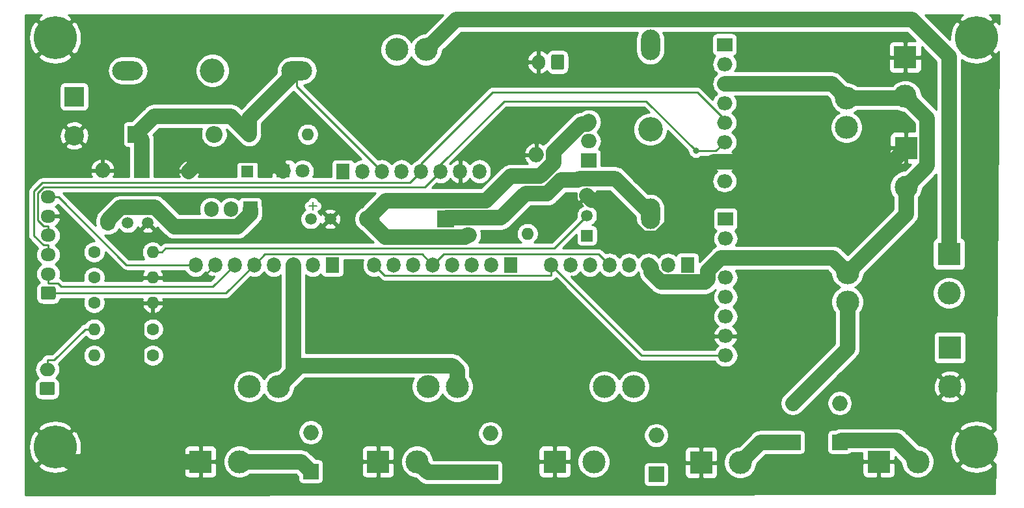
<source format=gtl>
G04 #@! TF.GenerationSoftware,KiCad,Pcbnew,(5.1.9)-1*
G04 #@! TF.CreationDate,2021-07-22T19:31:00+02:00*
G04 #@! TF.ProjectId,charge_pcb,63686172-6765-45f7-9063-622e6b696361,rev?*
G04 #@! TF.SameCoordinates,Original*
G04 #@! TF.FileFunction,Copper,L1,Top*
G04 #@! TF.FilePolarity,Positive*
%FSLAX46Y46*%
G04 Gerber Fmt 4.6, Leading zero omitted, Abs format (unit mm)*
G04 Created by KiCad (PCBNEW (5.1.9)-1) date 2021-07-22 19:31:00*
%MOMM*%
%LPD*%
G01*
G04 APERTURE LIST*
G04 #@! TA.AperFunction,EtchedComponent*
%ADD10C,0.150000*%
G04 #@! TD*
G04 #@! TA.AperFunction,ComponentPad*
%ADD11O,2.200000X2.200000*%
G04 #@! TD*
G04 #@! TA.AperFunction,ComponentPad*
%ADD12R,2.200000X2.200000*%
G04 #@! TD*
G04 #@! TA.AperFunction,ComponentPad*
%ADD13O,2.000000X2.000000*%
G04 #@! TD*
G04 #@! TA.AperFunction,ComponentPad*
%ADD14R,2.000000X2.000000*%
G04 #@! TD*
G04 #@! TA.AperFunction,ComponentPad*
%ADD15C,3.000000*%
G04 #@! TD*
G04 #@! TA.AperFunction,ComponentPad*
%ADD16R,3.000000X3.000000*%
G04 #@! TD*
G04 #@! TA.AperFunction,ComponentPad*
%ADD17C,3.200000*%
G04 #@! TD*
G04 #@! TA.AperFunction,ComponentPad*
%ADD18O,2.499360X4.000500*%
G04 #@! TD*
G04 #@! TA.AperFunction,ComponentPad*
%ADD19O,2.000000X1.800000*%
G04 #@! TD*
G04 #@! TA.AperFunction,ComponentPad*
%ADD20O,3.000000X3.000000*%
G04 #@! TD*
G04 #@! TA.AperFunction,ComponentPad*
%ADD21R,2.000000X1.800000*%
G04 #@! TD*
G04 #@! TA.AperFunction,ComponentPad*
%ADD22O,1.800000X2.000000*%
G04 #@! TD*
G04 #@! TA.AperFunction,ComponentPad*
%ADD23R,1.800000X2.000000*%
G04 #@! TD*
G04 #@! TA.AperFunction,ComponentPad*
%ADD24O,1.950000X1.700000*%
G04 #@! TD*
G04 #@! TA.AperFunction,ComponentPad*
%ADD25O,2.000000X1.700000*%
G04 #@! TD*
G04 #@! TA.AperFunction,ConnectorPad*
%ADD26C,5.600000*%
G04 #@! TD*
G04 #@! TA.AperFunction,ComponentPad*
%ADD27C,3.600000*%
G04 #@! TD*
G04 #@! TA.AperFunction,ComponentPad*
%ADD28O,1.600000X1.600000*%
G04 #@! TD*
G04 #@! TA.AperFunction,ComponentPad*
%ADD29C,1.600000*%
G04 #@! TD*
G04 #@! TA.AperFunction,ComponentPad*
%ADD30O,1.905000X2.000000*%
G04 #@! TD*
G04 #@! TA.AperFunction,ComponentPad*
%ADD31R,1.905000X2.000000*%
G04 #@! TD*
G04 #@! TA.AperFunction,ComponentPad*
%ADD32O,2.000000X1.905000*%
G04 #@! TD*
G04 #@! TA.AperFunction,ComponentPad*
%ADD33R,2.000000X1.905000*%
G04 #@! TD*
G04 #@! TA.AperFunction,ComponentPad*
%ADD34O,1.700000X2.000000*%
G04 #@! TD*
G04 #@! TA.AperFunction,ComponentPad*
%ADD35C,1.800000*%
G04 #@! TD*
G04 #@! TA.AperFunction,ComponentPad*
%ADD36R,1.800000X1.800000*%
G04 #@! TD*
G04 #@! TA.AperFunction,ComponentPad*
%ADD37R,1.500000X1.500000*%
G04 #@! TD*
G04 #@! TA.AperFunction,ComponentPad*
%ADD38C,1.500000*%
G04 #@! TD*
G04 #@! TA.AperFunction,ComponentPad*
%ADD39O,4.000500X2.499360*%
G04 #@! TD*
G04 #@! TA.AperFunction,ComponentPad*
%ADD40R,1.600000X1.600000*%
G04 #@! TD*
G04 #@! TA.AperFunction,ComponentPad*
%ADD41C,1.501140*%
G04 #@! TD*
G04 #@! TA.AperFunction,ComponentPad*
%ADD42C,2.540000*%
G04 #@! TD*
G04 #@! TA.AperFunction,ComponentPad*
%ADD43R,2.540000X2.540000*%
G04 #@! TD*
G04 #@! TA.AperFunction,ViaPad*
%ADD44C,0.800000*%
G04 #@! TD*
G04 #@! TA.AperFunction,Conductor*
%ADD45C,0.254000*%
G04 #@! TD*
G04 #@! TA.AperFunction,Conductor*
%ADD46C,2.000000*%
G04 #@! TD*
G04 #@! TA.AperFunction,Conductor*
%ADD47C,0.100000*%
G04 #@! TD*
G04 APERTURE END LIST*
D10*
X122824240Y-87218520D02*
X122824240Y-87320120D01*
X122824240Y-86819740D02*
X122824240Y-87218520D01*
X122323860Y-86819740D02*
X122824240Y-86819740D01*
X122824240Y-86819740D02*
X122824240Y-86319360D01*
X122824240Y-86819740D02*
X123324620Y-86819740D01*
D11*
X129921000Y-88519000D03*
D12*
X140081000Y-88519000D03*
D11*
X109982000Y-77470000D03*
D12*
X99822000Y-77470000D03*
D13*
X151892000Y-80137000D03*
D14*
X151892000Y-85217000D03*
D15*
X113284000Y-120142000D03*
D16*
X108204000Y-120142000D03*
D17*
X166751000Y-76835000D03*
D18*
X166751000Y-65834260D03*
X166751000Y-87835740D03*
D13*
X185293000Y-112522000D03*
D14*
X185293000Y-117602000D03*
D13*
X167513000Y-116713000D03*
D14*
X167513000Y-121793000D03*
D13*
X145923000Y-116459000D03*
D14*
X145923000Y-121539000D03*
D13*
X122555000Y-116332000D03*
D14*
X122555000Y-121412000D03*
D19*
X176530000Y-106299000D03*
D20*
X192405000Y-95504000D03*
D19*
X176530000Y-103759000D03*
D20*
X192405000Y-99314000D03*
D19*
X176530000Y-101219000D03*
X176530000Y-98679000D03*
X176530000Y-96139000D03*
X176530000Y-93599000D03*
X176530000Y-91059000D03*
D21*
X176530000Y-88519000D03*
D22*
X153797000Y-94488000D03*
D20*
X164592000Y-110363000D03*
D22*
X156337000Y-94488000D03*
D20*
X160782000Y-110363000D03*
D22*
X158877000Y-94488000D03*
X161417000Y-94488000D03*
X163957000Y-94488000D03*
X166497000Y-94488000D03*
X169037000Y-94488000D03*
D23*
X171577000Y-94488000D03*
D22*
X130810000Y-94488000D03*
D20*
X141605000Y-110363000D03*
D22*
X133350000Y-94488000D03*
D20*
X137795000Y-110363000D03*
D22*
X135890000Y-94488000D03*
X138430000Y-94488000D03*
X140970000Y-94488000D03*
X143510000Y-94488000D03*
X146050000Y-94488000D03*
D23*
X148590000Y-94488000D03*
D22*
X107569000Y-94488000D03*
D20*
X118364000Y-110363000D03*
D22*
X110109000Y-94488000D03*
D20*
X114554000Y-110363000D03*
D22*
X112649000Y-94488000D03*
X115189000Y-94488000D03*
X117729000Y-94488000D03*
X120269000Y-94488000D03*
X122809000Y-94488000D03*
D23*
X125349000Y-94488000D03*
D19*
X176403000Y-83566000D03*
D20*
X192278000Y-72771000D03*
D19*
X176403000Y-81026000D03*
D20*
X192278000Y-76581000D03*
D19*
X176403000Y-78486000D03*
X176403000Y-75946000D03*
X176403000Y-73406000D03*
X176403000Y-70866000D03*
X176403000Y-68326000D03*
D21*
X176403000Y-65786000D03*
D15*
X199923000Y-72517000D03*
D16*
X199923000Y-67437000D03*
D15*
X200025000Y-84328000D03*
D16*
X200025000Y-79248000D03*
D15*
X201549000Y-120142000D03*
D16*
X196469000Y-120142000D03*
D15*
X178435000Y-120269000D03*
D16*
X173355000Y-120269000D03*
D15*
X159385000Y-120142000D03*
D16*
X154305000Y-120142000D03*
D15*
X136398000Y-120142000D03*
D16*
X131318000Y-120142000D03*
D24*
X88392000Y-85671000D03*
X88392000Y-88171000D03*
X88392000Y-90671000D03*
X88392000Y-93171000D03*
X88392000Y-95671000D03*
G04 #@! TA.AperFunction,ComponentPad*
G36*
G01*
X89117000Y-99021000D02*
X87667000Y-99021000D01*
G75*
G02*
X87417000Y-98771000I0J250000D01*
G01*
X87417000Y-97571000D01*
G75*
G02*
X87667000Y-97321000I250000J0D01*
G01*
X89117000Y-97321000D01*
G75*
G02*
X89367000Y-97571000I0J-250000D01*
G01*
X89367000Y-98771000D01*
G75*
G02*
X89117000Y-99021000I-250000J0D01*
G01*
G37*
G04 #@! TD.AperFunction*
D25*
X88265000Y-108117000D03*
G04 #@! TA.AperFunction,ComponentPad*
G36*
G01*
X89015000Y-111467000D02*
X87515000Y-111467000D01*
G75*
G02*
X87265000Y-111217000I0J250000D01*
G01*
X87265000Y-110017000D01*
G75*
G02*
X87515000Y-109767000I250000J0D01*
G01*
X89015000Y-109767000D01*
G75*
G02*
X89265000Y-110017000I0J-250000D01*
G01*
X89265000Y-111217000D01*
G75*
G02*
X89015000Y-111467000I-250000J0D01*
G01*
G37*
G04 #@! TD.AperFunction*
D13*
X191389000Y-112522000D03*
D14*
X191389000Y-117602000D03*
D22*
X144526000Y-82321400D03*
D20*
X133731000Y-66446400D03*
D22*
X141986000Y-82321400D03*
D20*
X137541000Y-66446400D03*
D22*
X139446000Y-82321400D03*
X136906000Y-82321400D03*
X134366000Y-82321400D03*
X131826000Y-82321400D03*
X129286000Y-82321400D03*
D23*
X126746000Y-82321400D03*
D26*
X209169000Y-64897000D03*
D27*
X209169000Y-64897000D03*
D26*
X89289000Y-118237000D03*
D27*
X89289000Y-118237000D03*
D26*
X209169000Y-118237000D03*
D27*
X209169000Y-118237000D03*
D26*
X89289000Y-64897000D03*
D27*
X89289000Y-64897000D03*
D28*
X101981000Y-99441000D03*
D29*
X94361000Y-99441000D03*
D15*
X205613000Y-98171000D03*
D16*
X205613000Y-93091000D03*
D15*
X205740000Y-110363000D03*
D16*
X205740000Y-105283000D03*
D30*
X109601000Y-87249000D03*
X112141000Y-87249000D03*
D31*
X114681000Y-87249000D03*
D32*
X158750000Y-75819000D03*
X158750000Y-78359000D03*
D33*
X158750000Y-80899000D03*
D28*
X101981000Y-96139000D03*
D29*
X94361000Y-96139000D03*
D34*
X152186000Y-68072000D03*
G04 #@! TA.AperFunction,ComponentPad*
G36*
G01*
X155536000Y-67322000D02*
X155536000Y-68822000D01*
G75*
G02*
X155286000Y-69072000I-250000J0D01*
G01*
X154086000Y-69072000D01*
G75*
G02*
X153836000Y-68822000I0J250000D01*
G01*
X153836000Y-67322000D01*
G75*
G02*
X154086000Y-67072000I250000J0D01*
G01*
X155286000Y-67072000D01*
G75*
G02*
X155536000Y-67322000I0J-250000D01*
G01*
G37*
G04 #@! TD.AperFunction*
D35*
X121499000Y-82267000D03*
D36*
X118959000Y-82267000D03*
D28*
X122174000Y-77470000D03*
D29*
X114554000Y-77470000D03*
D28*
X150749000Y-90424000D03*
D29*
X143129000Y-90424000D03*
D28*
X101981000Y-92837000D03*
D29*
X94361000Y-92837000D03*
D28*
X94361000Y-106299000D03*
D29*
X101981000Y-106299000D03*
D28*
X94361000Y-102870000D03*
D29*
X101981000Y-102870000D03*
D37*
X158496000Y-90678000D03*
D38*
X158496000Y-85478000D03*
X158496000Y-88078000D03*
D37*
X96139000Y-89027000D03*
D38*
X101339000Y-89027000D03*
X98739000Y-89027000D03*
D17*
X109749000Y-69167000D03*
D39*
X98748260Y-69167000D03*
X120749740Y-69167000D03*
D28*
X106699000Y-82307000D03*
D40*
X114319000Y-82307000D03*
D13*
X95459000Y-82187000D03*
D14*
X100539000Y-82187000D03*
D41*
X125095000Y-88519000D03*
X122555000Y-88519000D03*
D42*
X91769000Y-77647000D03*
D43*
X91769000Y-72567000D03*
D44*
X172676600Y-79614600D03*
D45*
X110109000Y-94488000D02*
X108458000Y-96139000D01*
X108458000Y-96139000D02*
X101981000Y-96139000D01*
D46*
X91194000Y-120142000D02*
X89289000Y-118237000D01*
D45*
X100776700Y-119699700D02*
X101219000Y-120142000D01*
X101981000Y-100622300D02*
X100776700Y-101826600D01*
X100776700Y-101826600D02*
X100776700Y-119699700D01*
X101981000Y-99441000D02*
X101981000Y-100622300D01*
D46*
X101219000Y-120142000D02*
X91194000Y-120142000D01*
X108204000Y-120142000D02*
X101219000Y-120142000D01*
X175024790Y-81026000D02*
X176403000Y-81026000D01*
X171882679Y-84168111D02*
X175024790Y-81026000D01*
X165713938Y-91090000D02*
X167788062Y-91090000D01*
X167788062Y-91090000D02*
X171882679Y-86995383D01*
X160697937Y-86073999D02*
X165713938Y-91090000D01*
X171882679Y-86995383D02*
X171882679Y-84168111D01*
X158503000Y-85478000D02*
X159098999Y-86073999D01*
X159098999Y-86073999D02*
X160697937Y-86073999D01*
X158496000Y-85478000D02*
X158503000Y-85478000D01*
X198247000Y-81026000D02*
X200025000Y-79248000D01*
X176403000Y-81026000D02*
X198247000Y-81026000D01*
X116944999Y-80252999D02*
X118959000Y-82267000D01*
X108753001Y-80252999D02*
X116944999Y-80252999D01*
X106699000Y-82307000D02*
X108753001Y-80252999D01*
X140230001Y-88369999D02*
X147342001Y-88369999D01*
X140081000Y-88519000D02*
X140230001Y-88369999D01*
X150495000Y-85217000D02*
X151892000Y-85217000D01*
X147342001Y-88369999D02*
X150495000Y-85217000D01*
X153335572Y-85217000D02*
X151892000Y-85217000D01*
X155078573Y-83473999D02*
X153335572Y-85217000D01*
X166751000Y-87835740D02*
X162389259Y-83473999D01*
X162139250Y-83223990D02*
X162389259Y-83473999D01*
X157562359Y-83223990D02*
X162139250Y-83223990D01*
X157312350Y-83473999D02*
X157562359Y-83223990D01*
X155078573Y-83473999D02*
X157312350Y-83473999D01*
D45*
X129921000Y-88519000D02*
X131402300Y-88519000D01*
D46*
X152401932Y-82962990D02*
X148558010Y-82962990D01*
X145405011Y-86115989D02*
X132324011Y-86115989D01*
X154146001Y-79795023D02*
X154146001Y-81218921D01*
X148558010Y-82962990D02*
X145405011Y-86115989D01*
X157788534Y-76152490D02*
X154146001Y-79795023D01*
X158543510Y-76152490D02*
X157788534Y-76152490D01*
X154146001Y-81218921D02*
X152401932Y-82962990D01*
X158750000Y-75946000D02*
X158543510Y-76152490D01*
X132324011Y-86115989D02*
X129921000Y-88519000D01*
X158750000Y-75819000D02*
X158750000Y-75946000D01*
X142928991Y-90624009D02*
X143129000Y-90624009D01*
X142679999Y-90873001D02*
X142928991Y-90624009D01*
X132275001Y-90873001D02*
X142679999Y-90873001D01*
X129921000Y-88519000D02*
X132275001Y-90873001D01*
D45*
X88265000Y-108117000D02*
X88265000Y-106885700D01*
X94361000Y-102870000D02*
X93179700Y-102870000D01*
X93179700Y-102870000D02*
X89164000Y-106885700D01*
X89164000Y-106885700D02*
X88265000Y-106885700D01*
D46*
X141441390Y-62546010D02*
X137541000Y-66446400D01*
X200818088Y-62546010D02*
X141441390Y-62546010D01*
X205613000Y-67340922D02*
X200818088Y-62546010D01*
X205613000Y-93091000D02*
X205613000Y-67340922D01*
X96139000Y-88661078D02*
X96139000Y-89027000D01*
X97777079Y-87022999D02*
X96139000Y-88661078D01*
X102300921Y-87022999D02*
X97777079Y-87022999D01*
X104780932Y-89503010D02*
X102300921Y-87022999D01*
X113054966Y-89503010D02*
X104780932Y-89503010D01*
X114681000Y-87876976D02*
X113054966Y-89503010D01*
X114681000Y-87249000D02*
X114681000Y-87876976D01*
D45*
X101981000Y-92837000D02*
X103162300Y-92837000D01*
X158496000Y-88078000D02*
X154226400Y-92347600D01*
X154226400Y-92347600D02*
X103651700Y-92347600D01*
X103651700Y-92347600D02*
X103162300Y-92837000D01*
X88392000Y-85671000D02*
X89748300Y-85671000D01*
X107569000Y-94488000D02*
X98565300Y-94488000D01*
X98565300Y-94488000D02*
X89748300Y-85671000D01*
X153797000Y-95869300D02*
X132191300Y-95869300D01*
X132191300Y-95869300D02*
X130810000Y-94488000D01*
X153797000Y-94488000D02*
X153797000Y-95869300D01*
X165608000Y-106299000D02*
X176530000Y-106299000D01*
X153797000Y-94488000D02*
X165608000Y-106299000D01*
D46*
X202779001Y-81573999D02*
X200025000Y-84328000D01*
X202779001Y-75373001D02*
X202779001Y-81573999D01*
X199923000Y-72517000D02*
X202779001Y-75373001D01*
X200025000Y-87884000D02*
X192405000Y-95504000D01*
X200025000Y-84328000D02*
X200025000Y-87884000D01*
X120269000Y-108458000D02*
X120269000Y-94488000D01*
X118364000Y-110363000D02*
X120269000Y-108458000D01*
X199669000Y-72771000D02*
X199923000Y-72517000D01*
X192278000Y-72771000D02*
X199669000Y-72771000D01*
X190373000Y-70866000D02*
X176403000Y-70866000D01*
X192278000Y-72771000D02*
X190373000Y-70866000D01*
X190500000Y-93599000D02*
X192405000Y-95504000D01*
X176530000Y-93599000D02*
X190500000Y-93599000D01*
X174275990Y-95246780D02*
X175923770Y-93599000D01*
X174275990Y-96361010D02*
X174275990Y-95246780D01*
X173894999Y-96742001D02*
X174275990Y-96361010D01*
X166882990Y-95480220D02*
X168144771Y-96742001D01*
X175923770Y-93599000D02*
X176530000Y-93599000D01*
X168144771Y-96742001D02*
X173894999Y-96742001D01*
X166882990Y-94873990D02*
X166882990Y-95480220D01*
X166497000Y-94488000D02*
X166882990Y-94873990D01*
X141605000Y-108241680D02*
X141605000Y-110363000D01*
X140972319Y-107608999D02*
X141605000Y-108241680D01*
X121118001Y-107608999D02*
X140972319Y-107608999D01*
X118364000Y-110363000D02*
X121118001Y-107608999D01*
D45*
X114554000Y-77470000D02*
X114554000Y-76993700D01*
D46*
X100539000Y-78187000D02*
X99822000Y-77470000D01*
X100539000Y-82187000D02*
X100539000Y-78187000D01*
X112199999Y-75115999D02*
X114554000Y-77470000D01*
X102176001Y-75115999D02*
X112199999Y-75115999D01*
X99822000Y-77470000D02*
X102176001Y-75115999D01*
X114554000Y-75362740D02*
X120749740Y-69167000D01*
X114554000Y-77470000D02*
X114554000Y-75362740D01*
D45*
X120749740Y-71245140D02*
X131826000Y-82321400D01*
X120749740Y-69167000D02*
X120749740Y-71245140D01*
D46*
X191603001Y-117387999D02*
X191389000Y-117602000D01*
X198794999Y-117387999D02*
X191603001Y-117387999D01*
X201549000Y-120142000D02*
X198794999Y-117387999D01*
D45*
X88392000Y-90671000D02*
X88392000Y-89439700D01*
X139446000Y-82321400D02*
X137386800Y-84380600D01*
X137386800Y-84380600D02*
X87765000Y-84380600D01*
X87765000Y-84380600D02*
X87022000Y-85123600D01*
X87022000Y-85123600D02*
X87022000Y-88704900D01*
X87022000Y-88704900D02*
X87756800Y-89439700D01*
X87756800Y-89439700D02*
X88392000Y-89439700D01*
X172642000Y-79580000D02*
X172676600Y-79614600D01*
X166214000Y-73152000D02*
X172676600Y-79614600D01*
X147701000Y-73152000D02*
X166214000Y-73152000D01*
X175274400Y-79614600D02*
X176403000Y-78486000D01*
X172676600Y-79614600D02*
X175274400Y-79614600D01*
X139446000Y-81407000D02*
X147701000Y-73152000D01*
X139446000Y-82321400D02*
X139446000Y-81407000D01*
X136906000Y-82321400D02*
X135415500Y-83811900D01*
X135415500Y-83811900D02*
X87614700Y-83811900D01*
X87614700Y-83811900D02*
X86513600Y-84913000D01*
X86513600Y-84913000D02*
X86513600Y-90696500D01*
X86513600Y-90696500D02*
X87756800Y-91939700D01*
X87756800Y-91939700D02*
X88392000Y-91939700D01*
X88392000Y-93171000D02*
X88392000Y-91939700D01*
X136906000Y-81280000D02*
X146177000Y-72009000D01*
X136906000Y-82321400D02*
X136906000Y-81280000D01*
X146177000Y-72009000D02*
X172847000Y-72009000D01*
X176403000Y-75565000D02*
X176403000Y-75946000D01*
X172847000Y-72009000D02*
X176403000Y-75565000D01*
X88392000Y-95671000D02*
X88392000Y-96902300D01*
X88392000Y-96902300D02*
X89623300Y-96902300D01*
X89623300Y-96902300D02*
X90041400Y-97320400D01*
X90041400Y-97320400D02*
X109816600Y-97320400D01*
X109816600Y-97320400D02*
X112649000Y-94488000D01*
X161417000Y-94488000D02*
X160029500Y-93100500D01*
X160029500Y-93100500D02*
X139817500Y-93100500D01*
X139817500Y-93100500D02*
X138430000Y-94488000D01*
X115189000Y-94488000D02*
X116570400Y-93106600D01*
X116570400Y-93106600D02*
X137048600Y-93106600D01*
X137048600Y-93106600D02*
X138430000Y-94488000D01*
X88392000Y-98171000D02*
X111506000Y-98171000D01*
X111506000Y-98171000D02*
X115189000Y-94488000D01*
D46*
X192405000Y-105410000D02*
X185293000Y-112522000D01*
X192405000Y-99314000D02*
X192405000Y-105410000D01*
X121285000Y-120142000D02*
X122555000Y-121412000D01*
X113284000Y-120142000D02*
X121285000Y-120142000D01*
X137795000Y-121539000D02*
X136398000Y-120142000D01*
X145923000Y-121539000D02*
X137795000Y-121539000D01*
X181102000Y-117602000D02*
X178435000Y-120269000D01*
X185293000Y-117602000D02*
X181102000Y-117602000D01*
D45*
X87378470Y-62022361D02*
X87364308Y-62031823D01*
X87052124Y-62480519D01*
X89289000Y-64717395D01*
X91525876Y-62480519D01*
X91213692Y-62031823D01*
X91018740Y-61927000D01*
X139748161Y-61927000D01*
X137363762Y-64311400D01*
X137330721Y-64311400D01*
X136918244Y-64393447D01*
X136529698Y-64554388D01*
X136180017Y-64788037D01*
X135882637Y-65085417D01*
X135648988Y-65435098D01*
X135636000Y-65466454D01*
X135623012Y-65435098D01*
X135389363Y-65085417D01*
X135091983Y-64788037D01*
X134742302Y-64554388D01*
X134353756Y-64393447D01*
X133941279Y-64311400D01*
X133520721Y-64311400D01*
X133108244Y-64393447D01*
X132719698Y-64554388D01*
X132370017Y-64788037D01*
X132072637Y-65085417D01*
X131838988Y-65435098D01*
X131678047Y-65823644D01*
X131596000Y-66236121D01*
X131596000Y-66656679D01*
X131678047Y-67069156D01*
X131838988Y-67457702D01*
X132072637Y-67807383D01*
X132370017Y-68104763D01*
X132719698Y-68338412D01*
X133108244Y-68499353D01*
X133520721Y-68581400D01*
X133941279Y-68581400D01*
X134353756Y-68499353D01*
X134742302Y-68338412D01*
X135091983Y-68104763D01*
X135389363Y-67807383D01*
X135623012Y-67457702D01*
X135636000Y-67426346D01*
X135648988Y-67457702D01*
X135882637Y-67807383D01*
X136180017Y-68104763D01*
X136529698Y-68338412D01*
X136918244Y-68499353D01*
X137330721Y-68581400D01*
X137751279Y-68581400D01*
X138163756Y-68499353D01*
X138326983Y-68431742D01*
X150714715Y-68431742D01*
X150783904Y-68714745D01*
X150906975Y-68978812D01*
X151079198Y-69213795D01*
X151293954Y-69410664D01*
X151542991Y-69561854D01*
X151816739Y-69661554D01*
X151829110Y-69663476D01*
X152059000Y-69542155D01*
X152059000Y-68199000D01*
X150858768Y-68199000D01*
X150714715Y-68431742D01*
X138326983Y-68431742D01*
X138552302Y-68338412D01*
X138901983Y-68104763D01*
X139199363Y-67807383D01*
X139262923Y-67712258D01*
X150714715Y-67712258D01*
X150858768Y-67945000D01*
X152059000Y-67945000D01*
X152059000Y-66601845D01*
X152313000Y-66601845D01*
X152313000Y-67945000D01*
X152333000Y-67945000D01*
X152333000Y-68199000D01*
X152313000Y-68199000D01*
X152313000Y-69542155D01*
X152542890Y-69663476D01*
X152555261Y-69661554D01*
X152829009Y-69561854D01*
X153078046Y-69410664D01*
X153292802Y-69213795D01*
X153293086Y-69213407D01*
X153347595Y-69315386D01*
X153458038Y-69449962D01*
X153592614Y-69560405D01*
X153746150Y-69642472D01*
X153912746Y-69693008D01*
X154086000Y-69710072D01*
X155286000Y-69710072D01*
X155459254Y-69693008D01*
X155625850Y-69642472D01*
X155779386Y-69560405D01*
X155913962Y-69449962D01*
X156024405Y-69315386D01*
X156106472Y-69161850D01*
X156157008Y-68995254D01*
X156174072Y-68822000D01*
X156174072Y-67322000D01*
X156157008Y-67148746D01*
X156106472Y-66982150D01*
X156024405Y-66828614D01*
X155913962Y-66694038D01*
X155779386Y-66583595D01*
X155625850Y-66501528D01*
X155459254Y-66450992D01*
X155286000Y-66433928D01*
X154086000Y-66433928D01*
X153912746Y-66450992D01*
X153746150Y-66501528D01*
X153592614Y-66583595D01*
X153458038Y-66694038D01*
X153347595Y-66828614D01*
X153293086Y-66930593D01*
X153292802Y-66930205D01*
X153078046Y-66733336D01*
X152829009Y-66582146D01*
X152555261Y-66482446D01*
X152542890Y-66480524D01*
X152313000Y-66601845D01*
X152059000Y-66601845D01*
X151829110Y-66480524D01*
X151816739Y-66482446D01*
X151542991Y-66582146D01*
X151293954Y-66733336D01*
X151079198Y-66930205D01*
X150906975Y-67165188D01*
X150783904Y-67429255D01*
X150714715Y-67712258D01*
X139262923Y-67712258D01*
X139433012Y-67457702D01*
X139593953Y-67069156D01*
X139676000Y-66656679D01*
X139676000Y-66623638D01*
X142118629Y-64181010D01*
X165096478Y-64181010D01*
X165001359Y-64358964D01*
X164893590Y-64714228D01*
X164866320Y-64991104D01*
X164866320Y-66677415D01*
X164893590Y-66954291D01*
X165001358Y-67309555D01*
X165176364Y-67636968D01*
X165411882Y-67923948D01*
X165698862Y-68159466D01*
X166026274Y-68334472D01*
X166381538Y-68442240D01*
X166751000Y-68478629D01*
X167120461Y-68442240D01*
X167475725Y-68334472D01*
X167803138Y-68159466D01*
X168090118Y-67923948D01*
X168325636Y-67636968D01*
X168500642Y-67309556D01*
X168608410Y-66954292D01*
X168635680Y-66677416D01*
X168635680Y-64991104D01*
X168608410Y-64714228D01*
X168500642Y-64358964D01*
X168405523Y-64181010D01*
X200140850Y-64181010D01*
X201259182Y-65299342D01*
X200208750Y-65302000D01*
X200050000Y-65460750D01*
X200050000Y-67310000D01*
X201899250Y-67310000D01*
X202058000Y-67151250D01*
X202060658Y-66100819D01*
X203978001Y-68018163D01*
X203978001Y-74256720D01*
X203940715Y-74211287D01*
X203878321Y-74160082D01*
X202058000Y-72339762D01*
X202058000Y-72306721D01*
X201975953Y-71894244D01*
X201815012Y-71505698D01*
X201581363Y-71156017D01*
X201283983Y-70858637D01*
X200934302Y-70624988D01*
X200545756Y-70464047D01*
X200133279Y-70382000D01*
X199712721Y-70382000D01*
X199300244Y-70464047D01*
X198911698Y-70624988D01*
X198562017Y-70858637D01*
X198284654Y-71136000D01*
X193662346Y-71136000D01*
X193638983Y-71112637D01*
X193289302Y-70878988D01*
X192900756Y-70718047D01*
X192488279Y-70636000D01*
X192455238Y-70636000D01*
X191585925Y-69766687D01*
X191534714Y-69704286D01*
X191285752Y-69499969D01*
X191001715Y-69348148D01*
X190693516Y-69254657D01*
X190453322Y-69231000D01*
X190453319Y-69231000D01*
X190373000Y-69223089D01*
X190292681Y-69231000D01*
X177746029Y-69231000D01*
X177785481Y-69182927D01*
X177916931Y-68937000D01*
X197784928Y-68937000D01*
X197797188Y-69061482D01*
X197833498Y-69181180D01*
X197892463Y-69291494D01*
X197971815Y-69388185D01*
X198068506Y-69467537D01*
X198178820Y-69526502D01*
X198298518Y-69562812D01*
X198423000Y-69575072D01*
X199637250Y-69572000D01*
X199796000Y-69413250D01*
X199796000Y-67564000D01*
X200050000Y-67564000D01*
X200050000Y-69413250D01*
X200208750Y-69572000D01*
X201423000Y-69575072D01*
X201547482Y-69562812D01*
X201667180Y-69526502D01*
X201777494Y-69467537D01*
X201874185Y-69388185D01*
X201953537Y-69291494D01*
X202012502Y-69181180D01*
X202048812Y-69061482D01*
X202061072Y-68937000D01*
X202058000Y-67722750D01*
X201899250Y-67564000D01*
X200050000Y-67564000D01*
X199796000Y-67564000D01*
X197946750Y-67564000D01*
X197788000Y-67722750D01*
X197784928Y-68937000D01*
X177916931Y-68937000D01*
X177928017Y-68916261D01*
X178015790Y-68626913D01*
X178045427Y-68326000D01*
X178015790Y-68025087D01*
X177928017Y-67735739D01*
X177785481Y-67469073D01*
X177630720Y-67280495D01*
X177647180Y-67275502D01*
X177757494Y-67216537D01*
X177854185Y-67137185D01*
X177933537Y-67040494D01*
X177992502Y-66930180D01*
X178028812Y-66810482D01*
X178041072Y-66686000D01*
X178041072Y-65937000D01*
X197784928Y-65937000D01*
X197788000Y-67151250D01*
X197946750Y-67310000D01*
X199796000Y-67310000D01*
X199796000Y-65460750D01*
X199637250Y-65302000D01*
X198423000Y-65298928D01*
X198298518Y-65311188D01*
X198178820Y-65347498D01*
X198068506Y-65406463D01*
X197971815Y-65485815D01*
X197892463Y-65582506D01*
X197833498Y-65692820D01*
X197797188Y-65812518D01*
X197784928Y-65937000D01*
X178041072Y-65937000D01*
X178041072Y-64886000D01*
X178028812Y-64761518D01*
X177992502Y-64641820D01*
X177933537Y-64531506D01*
X177854185Y-64434815D01*
X177757494Y-64355463D01*
X177647180Y-64296498D01*
X177527482Y-64260188D01*
X177403000Y-64247928D01*
X175403000Y-64247928D01*
X175278518Y-64260188D01*
X175158820Y-64296498D01*
X175048506Y-64355463D01*
X174951815Y-64434815D01*
X174872463Y-64531506D01*
X174813498Y-64641820D01*
X174777188Y-64761518D01*
X174764928Y-64886000D01*
X174764928Y-66686000D01*
X174777188Y-66810482D01*
X174813498Y-66930180D01*
X174872463Y-67040494D01*
X174951815Y-67137185D01*
X175048506Y-67216537D01*
X175158820Y-67275502D01*
X175175280Y-67280495D01*
X175020519Y-67469073D01*
X174877983Y-67735739D01*
X174790210Y-68025087D01*
X174760573Y-68326000D01*
X174790210Y-68626913D01*
X174877983Y-68916261D01*
X175020519Y-69182927D01*
X175212339Y-69416661D01*
X175402049Y-69572352D01*
X175241286Y-69704286D01*
X175036969Y-69953248D01*
X174885148Y-70237285D01*
X174791657Y-70545484D01*
X174760089Y-70866000D01*
X174791657Y-71186516D01*
X174885148Y-71494715D01*
X175036969Y-71778752D01*
X175241286Y-72027714D01*
X175402049Y-72159648D01*
X175212339Y-72315339D01*
X175020519Y-72549073D01*
X174877983Y-72815739D01*
X174843859Y-72928229D01*
X173412284Y-71496654D01*
X173388422Y-71467578D01*
X173272392Y-71372355D01*
X173140015Y-71301598D01*
X172996378Y-71258026D01*
X172884426Y-71247000D01*
X172884423Y-71247000D01*
X172847000Y-71243314D01*
X172809577Y-71247000D01*
X146214423Y-71247000D01*
X146177000Y-71243314D01*
X146139577Y-71247000D01*
X146139574Y-71247000D01*
X146027622Y-71258026D01*
X145883985Y-71301598D01*
X145856835Y-71316110D01*
X145751607Y-71372355D01*
X145668904Y-71440228D01*
X145635578Y-71467578D01*
X145611721Y-71496648D01*
X136393649Y-80714721D01*
X136364579Y-80738578D01*
X136340722Y-80767648D01*
X136340721Y-80767649D01*
X136317604Y-80795817D01*
X136315739Y-80796383D01*
X136049073Y-80938919D01*
X135815339Y-81130739D01*
X135636000Y-81349265D01*
X135456661Y-81130739D01*
X135222926Y-80938919D01*
X134956260Y-80796383D01*
X134666912Y-80708610D01*
X134366000Y-80678973D01*
X134065087Y-80708610D01*
X133775739Y-80796383D01*
X133509073Y-80938919D01*
X133275339Y-81130739D01*
X133096000Y-81349265D01*
X132916661Y-81130739D01*
X132682926Y-80938919D01*
X132416260Y-80796383D01*
X132126912Y-80708610D01*
X131826000Y-80678973D01*
X131525087Y-80708610D01*
X131345360Y-80763130D01*
X121630233Y-71048003D01*
X121869772Y-71024410D01*
X122225036Y-70916642D01*
X122552448Y-70741636D01*
X122839428Y-70506118D01*
X123074946Y-70219138D01*
X123249952Y-69891726D01*
X123357720Y-69536462D01*
X123394109Y-69167000D01*
X123357720Y-68797538D01*
X123249952Y-68442274D01*
X123074946Y-68114862D01*
X122839428Y-67827882D01*
X122552448Y-67592364D01*
X122225036Y-67417358D01*
X121869772Y-67309590D01*
X121592896Y-67282320D01*
X119906584Y-67282320D01*
X119629708Y-67309590D01*
X119274444Y-67417358D01*
X118947032Y-67592364D01*
X118660052Y-67827882D01*
X118424534Y-68114862D01*
X118249528Y-68442274D01*
X118141760Y-68797538D01*
X118105371Y-69167000D01*
X118135150Y-69469350D01*
X113500370Y-74104132D01*
X113412924Y-74016686D01*
X113361713Y-73954285D01*
X113112751Y-73749968D01*
X112828714Y-73598147D01*
X112520515Y-73504656D01*
X112280321Y-73480999D01*
X112280318Y-73480999D01*
X112199999Y-73473088D01*
X112119680Y-73480999D01*
X102256320Y-73480999D01*
X102176000Y-73473088D01*
X102095681Y-73480999D01*
X102095679Y-73480999D01*
X101855485Y-73504656D01*
X101547286Y-73598147D01*
X101263249Y-73749968D01*
X101014287Y-73954285D01*
X100963081Y-74016681D01*
X99247834Y-75731928D01*
X98722000Y-75731928D01*
X98597518Y-75744188D01*
X98477820Y-75780498D01*
X98367506Y-75839463D01*
X98270815Y-75918815D01*
X98191463Y-76015506D01*
X98132498Y-76125820D01*
X98096188Y-76245518D01*
X98083928Y-76370000D01*
X98083928Y-78570000D01*
X98096188Y-78694482D01*
X98132498Y-78814180D01*
X98191463Y-78924494D01*
X98270815Y-79021185D01*
X98367506Y-79100537D01*
X98477820Y-79159502D01*
X98597518Y-79195812D01*
X98722000Y-79208072D01*
X98904001Y-79208072D01*
X98904000Y-81155806D01*
X98900928Y-81187000D01*
X98900928Y-83049900D01*
X96846699Y-83049900D01*
X96852399Y-83042382D01*
X96992502Y-82754107D01*
X97049124Y-82567434D01*
X96929777Y-82314000D01*
X95586000Y-82314000D01*
X95586000Y-82334000D01*
X95332000Y-82334000D01*
X95332000Y-82314000D01*
X93988223Y-82314000D01*
X93868876Y-82567434D01*
X93925498Y-82754107D01*
X94065601Y-83042382D01*
X94071301Y-83049900D01*
X87652123Y-83049900D01*
X87614700Y-83046214D01*
X87577277Y-83049900D01*
X87577274Y-83049900D01*
X87465322Y-83060926D01*
X87321685Y-83104498D01*
X87260064Y-83137435D01*
X87189307Y-83175255D01*
X87146919Y-83210043D01*
X87073278Y-83270478D01*
X87049416Y-83299554D01*
X86001254Y-84347716D01*
X85972178Y-84371578D01*
X85923992Y-84430294D01*
X85876955Y-84487608D01*
X85859103Y-84521007D01*
X85806198Y-84619986D01*
X85762626Y-84763623D01*
X85751600Y-84875574D01*
X85747914Y-84913000D01*
X85751600Y-84950423D01*
X85751601Y-90659067D01*
X85747914Y-90696500D01*
X85762627Y-90845878D01*
X85806199Y-90989515D01*
X85876955Y-91121892D01*
X85919731Y-91174014D01*
X85972179Y-91237922D01*
X86001249Y-91261779D01*
X87051158Y-92311689D01*
X87026294Y-92341986D01*
X86888401Y-92599966D01*
X86803487Y-92879889D01*
X86774815Y-93171000D01*
X86803487Y-93462111D01*
X86888401Y-93742034D01*
X87026294Y-94000014D01*
X87211866Y-94226134D01*
X87437986Y-94411706D01*
X87455374Y-94421000D01*
X87437986Y-94430294D01*
X87211866Y-94615866D01*
X87026294Y-94841986D01*
X86888401Y-95099966D01*
X86803487Y-95379889D01*
X86774815Y-95671000D01*
X86803487Y-95962111D01*
X86888401Y-96242034D01*
X87026294Y-96500014D01*
X87211866Y-96726134D01*
X87275337Y-96778223D01*
X87173614Y-96832595D01*
X87039038Y-96943038D01*
X86928595Y-97077614D01*
X86846528Y-97231150D01*
X86795992Y-97397746D01*
X86778928Y-97571000D01*
X86778928Y-98771000D01*
X86795992Y-98944254D01*
X86846528Y-99110850D01*
X86928595Y-99264386D01*
X87039038Y-99398962D01*
X87173614Y-99509405D01*
X87327150Y-99591472D01*
X87493746Y-99642008D01*
X87667000Y-99659072D01*
X89117000Y-99659072D01*
X89290254Y-99642008D01*
X89456850Y-99591472D01*
X89610386Y-99509405D01*
X89744962Y-99398962D01*
X89855405Y-99264386D01*
X89937472Y-99110850D01*
X89988008Y-98944254D01*
X89989116Y-98933000D01*
X93018188Y-98933000D01*
X92981147Y-99022426D01*
X92926000Y-99299665D01*
X92926000Y-99582335D01*
X92981147Y-99859574D01*
X93089320Y-100120727D01*
X93246363Y-100355759D01*
X93446241Y-100555637D01*
X93681273Y-100712680D01*
X93942426Y-100820853D01*
X94219665Y-100876000D01*
X94502335Y-100876000D01*
X94779574Y-100820853D01*
X95040727Y-100712680D01*
X95275759Y-100555637D01*
X95475637Y-100355759D01*
X95632680Y-100120727D01*
X95740853Y-99859574D01*
X95754684Y-99790039D01*
X100589096Y-99790039D01*
X100629754Y-99924087D01*
X100749963Y-100178420D01*
X100917481Y-100404414D01*
X101125869Y-100593385D01*
X101367119Y-100738070D01*
X101631960Y-100832909D01*
X101854000Y-100711624D01*
X101854000Y-99568000D01*
X102108000Y-99568000D01*
X102108000Y-100711624D01*
X102330040Y-100832909D01*
X102594881Y-100738070D01*
X102836131Y-100593385D01*
X103044519Y-100404414D01*
X103212037Y-100178420D01*
X103332246Y-99924087D01*
X103372904Y-99790039D01*
X103250915Y-99568000D01*
X102108000Y-99568000D01*
X101854000Y-99568000D01*
X100711085Y-99568000D01*
X100589096Y-99790039D01*
X95754684Y-99790039D01*
X95796000Y-99582335D01*
X95796000Y-99299665D01*
X95740853Y-99022426D01*
X95703812Y-98933000D01*
X100641529Y-98933000D01*
X100629754Y-98957913D01*
X100589096Y-99091961D01*
X100711085Y-99314000D01*
X101854000Y-99314000D01*
X101854000Y-99294000D01*
X102108000Y-99294000D01*
X102108000Y-99314000D01*
X103250915Y-99314000D01*
X103372904Y-99091961D01*
X103332246Y-98957913D01*
X103320471Y-98933000D01*
X111468577Y-98933000D01*
X111506000Y-98936686D01*
X111543423Y-98933000D01*
X111543426Y-98933000D01*
X111655378Y-98921974D01*
X111799015Y-98878402D01*
X111931392Y-98807645D01*
X112047422Y-98712422D01*
X112071284Y-98683346D01*
X114708360Y-96046270D01*
X114888087Y-96100790D01*
X115189000Y-96130427D01*
X115489912Y-96100790D01*
X115779260Y-96013017D01*
X116045926Y-95870481D01*
X116279661Y-95678661D01*
X116459000Y-95460135D01*
X116638339Y-95678661D01*
X116872073Y-95870481D01*
X117138739Y-96013017D01*
X117428087Y-96100790D01*
X117729000Y-96130427D01*
X118029912Y-96100790D01*
X118319260Y-96013017D01*
X118585926Y-95870481D01*
X118634001Y-95831027D01*
X118634000Y-107780761D01*
X118186761Y-108228000D01*
X118153721Y-108228000D01*
X117741244Y-108310047D01*
X117352698Y-108470988D01*
X117003017Y-108704637D01*
X116705637Y-109002017D01*
X116471988Y-109351698D01*
X116459000Y-109383054D01*
X116446012Y-109351698D01*
X116212363Y-109002017D01*
X115914983Y-108704637D01*
X115565302Y-108470988D01*
X115176756Y-108310047D01*
X114764279Y-108228000D01*
X114343721Y-108228000D01*
X113931244Y-108310047D01*
X113542698Y-108470988D01*
X113193017Y-108704637D01*
X112895637Y-109002017D01*
X112661988Y-109351698D01*
X112501047Y-109740244D01*
X112419000Y-110152721D01*
X112419000Y-110573279D01*
X112501047Y-110985756D01*
X112661988Y-111374302D01*
X112895637Y-111723983D01*
X113193017Y-112021363D01*
X113542698Y-112255012D01*
X113931244Y-112415953D01*
X114343721Y-112498000D01*
X114764279Y-112498000D01*
X115176756Y-112415953D01*
X115565302Y-112255012D01*
X115914983Y-112021363D01*
X116212363Y-111723983D01*
X116446012Y-111374302D01*
X116459000Y-111342946D01*
X116471988Y-111374302D01*
X116705637Y-111723983D01*
X117003017Y-112021363D01*
X117352698Y-112255012D01*
X117741244Y-112415953D01*
X118153721Y-112498000D01*
X118574279Y-112498000D01*
X118986756Y-112415953D01*
X119375302Y-112255012D01*
X119724983Y-112021363D01*
X120022363Y-111723983D01*
X120256012Y-111374302D01*
X120416953Y-110985756D01*
X120499000Y-110573279D01*
X120499000Y-110540239D01*
X121368322Y-109670918D01*
X121430714Y-109619714D01*
X121481918Y-109557321D01*
X121795241Y-109243999D01*
X135974950Y-109243999D01*
X135902988Y-109351698D01*
X135742047Y-109740244D01*
X135660000Y-110152721D01*
X135660000Y-110573279D01*
X135742047Y-110985756D01*
X135902988Y-111374302D01*
X136136637Y-111723983D01*
X136434017Y-112021363D01*
X136783698Y-112255012D01*
X137172244Y-112415953D01*
X137584721Y-112498000D01*
X138005279Y-112498000D01*
X138417756Y-112415953D01*
X138806302Y-112255012D01*
X139155983Y-112021363D01*
X139453363Y-111723983D01*
X139687012Y-111374302D01*
X139700000Y-111342946D01*
X139712988Y-111374302D01*
X139946637Y-111723983D01*
X140244017Y-112021363D01*
X140593698Y-112255012D01*
X140982244Y-112415953D01*
X141394721Y-112498000D01*
X141815279Y-112498000D01*
X142227756Y-112415953D01*
X142616302Y-112255012D01*
X142965983Y-112021363D01*
X143263363Y-111723983D01*
X143497012Y-111374302D01*
X143657953Y-110985756D01*
X143740000Y-110573279D01*
X143740000Y-110152721D01*
X158647000Y-110152721D01*
X158647000Y-110573279D01*
X158729047Y-110985756D01*
X158889988Y-111374302D01*
X159123637Y-111723983D01*
X159421017Y-112021363D01*
X159770698Y-112255012D01*
X160159244Y-112415953D01*
X160571721Y-112498000D01*
X160992279Y-112498000D01*
X161404756Y-112415953D01*
X161793302Y-112255012D01*
X162142983Y-112021363D01*
X162440363Y-111723983D01*
X162674012Y-111374302D01*
X162687000Y-111342946D01*
X162699988Y-111374302D01*
X162933637Y-111723983D01*
X163231017Y-112021363D01*
X163580698Y-112255012D01*
X163969244Y-112415953D01*
X164381721Y-112498000D01*
X164802279Y-112498000D01*
X165214756Y-112415953D01*
X165603302Y-112255012D01*
X165952983Y-112021363D01*
X166250363Y-111723983D01*
X166484012Y-111374302D01*
X166644953Y-110985756D01*
X166727000Y-110573279D01*
X166727000Y-110152721D01*
X166644953Y-109740244D01*
X166484012Y-109351698D01*
X166250363Y-109002017D01*
X165952983Y-108704637D01*
X165603302Y-108470988D01*
X165214756Y-108310047D01*
X164802279Y-108228000D01*
X164381721Y-108228000D01*
X163969244Y-108310047D01*
X163580698Y-108470988D01*
X163231017Y-108704637D01*
X162933637Y-109002017D01*
X162699988Y-109351698D01*
X162687000Y-109383054D01*
X162674012Y-109351698D01*
X162440363Y-109002017D01*
X162142983Y-108704637D01*
X161793302Y-108470988D01*
X161404756Y-108310047D01*
X160992279Y-108228000D01*
X160571721Y-108228000D01*
X160159244Y-108310047D01*
X159770698Y-108470988D01*
X159421017Y-108704637D01*
X159123637Y-109002017D01*
X158889988Y-109351698D01*
X158729047Y-109740244D01*
X158647000Y-110152721D01*
X143740000Y-110152721D01*
X143657953Y-109740244D01*
X143497012Y-109351698D01*
X143263363Y-109002017D01*
X143240000Y-108978654D01*
X143240000Y-108321999D01*
X143247911Y-108241679D01*
X143239317Y-108154425D01*
X143216343Y-107921164D01*
X143122852Y-107612965D01*
X142971031Y-107328928D01*
X142766714Y-107079966D01*
X142704314Y-107028756D01*
X142185244Y-106509686D01*
X142134033Y-106447285D01*
X141885071Y-106242968D01*
X141601034Y-106091147D01*
X141292835Y-105997656D01*
X141052641Y-105973999D01*
X141052638Y-105973999D01*
X140972319Y-105966088D01*
X140892000Y-105973999D01*
X121904000Y-105973999D01*
X121904000Y-95831029D01*
X121952073Y-95870481D01*
X122218739Y-96013017D01*
X122508087Y-96100790D01*
X122809000Y-96130427D01*
X123109912Y-96100790D01*
X123399260Y-96013017D01*
X123665926Y-95870481D01*
X123854505Y-95715720D01*
X123859498Y-95732180D01*
X123918463Y-95842494D01*
X123997815Y-95939185D01*
X124094506Y-96018537D01*
X124204820Y-96077502D01*
X124324518Y-96113812D01*
X124449000Y-96126072D01*
X126249000Y-96126072D01*
X126373482Y-96113812D01*
X126493180Y-96077502D01*
X126603494Y-96018537D01*
X126700185Y-95939185D01*
X126779537Y-95842494D01*
X126838502Y-95732180D01*
X126874812Y-95612482D01*
X126887072Y-95488000D01*
X126887072Y-93868600D01*
X129363487Y-93868600D01*
X129297210Y-94087087D01*
X129275000Y-94312592D01*
X129275000Y-94663407D01*
X129297210Y-94888912D01*
X129384983Y-95178260D01*
X129527519Y-95444926D01*
X129719339Y-95678661D01*
X129953073Y-95870481D01*
X130219739Y-96013017D01*
X130509087Y-96100790D01*
X130810000Y-96130427D01*
X131110912Y-96100790D01*
X131290639Y-96046270D01*
X131626021Y-96381652D01*
X131649878Y-96410722D01*
X131765908Y-96505945D01*
X131898285Y-96576702D01*
X132041922Y-96620274D01*
X132153874Y-96631300D01*
X132153876Y-96631300D01*
X132191299Y-96634986D01*
X132228722Y-96631300D01*
X153759575Y-96631300D01*
X153797000Y-96634986D01*
X153946378Y-96620274D01*
X154090015Y-96576702D01*
X154222392Y-96505945D01*
X154338422Y-96410722D01*
X154433645Y-96294692D01*
X154465836Y-96234466D01*
X165042721Y-106811352D01*
X165066578Y-106840422D01*
X165182608Y-106935645D01*
X165314985Y-107006402D01*
X165458622Y-107049974D01*
X165570574Y-107061000D01*
X165570576Y-107061000D01*
X165607999Y-107064686D01*
X165645422Y-107061000D01*
X175096779Y-107061000D01*
X175147519Y-107155927D01*
X175339339Y-107389661D01*
X175573073Y-107581481D01*
X175839739Y-107724017D01*
X176129087Y-107811790D01*
X176354592Y-107834000D01*
X176705408Y-107834000D01*
X176930913Y-107811790D01*
X177220261Y-107724017D01*
X177486927Y-107581481D01*
X177720661Y-107389661D01*
X177912481Y-107155927D01*
X178055017Y-106889261D01*
X178142790Y-106599913D01*
X178172427Y-106299000D01*
X178142790Y-105998087D01*
X178055017Y-105708739D01*
X177912481Y-105442073D01*
X177720661Y-105208339D01*
X177493621Y-105022012D01*
X177691029Y-104867038D01*
X177886809Y-104638751D01*
X178034291Y-104376656D01*
X178121036Y-104123740D01*
X178000378Y-103886000D01*
X176657000Y-103886000D01*
X176657000Y-103906000D01*
X176403000Y-103906000D01*
X176403000Y-103886000D01*
X175059622Y-103886000D01*
X174938964Y-104123740D01*
X175025709Y-104376656D01*
X175173191Y-104638751D01*
X175368971Y-104867038D01*
X175566379Y-105022012D01*
X175339339Y-105208339D01*
X175147519Y-105442073D01*
X175096779Y-105537000D01*
X165923631Y-105537000D01*
X156464002Y-96077372D01*
X156464002Y-95958379D01*
X156701740Y-96079036D01*
X156954656Y-95992291D01*
X157216751Y-95844809D01*
X157445038Y-95649029D01*
X157600013Y-95451620D01*
X157786339Y-95678661D01*
X158020073Y-95870481D01*
X158286739Y-96013017D01*
X158576087Y-96100790D01*
X158877000Y-96130427D01*
X159177912Y-96100790D01*
X159467260Y-96013017D01*
X159733926Y-95870481D01*
X159967661Y-95678661D01*
X160147000Y-95460135D01*
X160326339Y-95678661D01*
X160560073Y-95870481D01*
X160826739Y-96013017D01*
X161116087Y-96100790D01*
X161417000Y-96130427D01*
X161717912Y-96100790D01*
X162007260Y-96013017D01*
X162273926Y-95870481D01*
X162507661Y-95678661D01*
X162687000Y-95460135D01*
X162866339Y-95678661D01*
X163100073Y-95870481D01*
X163366739Y-96013017D01*
X163656087Y-96100790D01*
X163957000Y-96130427D01*
X164257912Y-96100790D01*
X164547260Y-96013017D01*
X164813926Y-95870481D01*
X165047661Y-95678661D01*
X165203352Y-95488950D01*
X165246065Y-95540996D01*
X165247990Y-95560539D01*
X165247990Y-95560542D01*
X165271647Y-95800736D01*
X165365138Y-96108935D01*
X165516959Y-96392972D01*
X165721276Y-96641934D01*
X165783675Y-96693143D01*
X166931850Y-97841319D01*
X166983057Y-97903715D01*
X167232019Y-98108032D01*
X167349824Y-98171000D01*
X167516056Y-98259853D01*
X167824254Y-98353344D01*
X168144771Y-98384912D01*
X168225093Y-98377001D01*
X173814680Y-98377001D01*
X173894999Y-98384912D01*
X173975318Y-98377001D01*
X173975321Y-98377001D01*
X174215515Y-98353344D01*
X174523714Y-98259853D01*
X174807751Y-98108032D01*
X175056713Y-97903715D01*
X175107923Y-97841315D01*
X175240667Y-97708571D01*
X175147519Y-97822073D01*
X175004983Y-98088739D01*
X174917210Y-98378087D01*
X174887573Y-98679000D01*
X174917210Y-98979913D01*
X175004983Y-99269261D01*
X175147519Y-99535927D01*
X175339339Y-99769661D01*
X175557865Y-99949000D01*
X175339339Y-100128339D01*
X175147519Y-100362073D01*
X175004983Y-100628739D01*
X174917210Y-100918087D01*
X174887573Y-101219000D01*
X174917210Y-101519913D01*
X175004983Y-101809261D01*
X175147519Y-102075927D01*
X175339339Y-102309661D01*
X175566379Y-102495988D01*
X175368971Y-102650962D01*
X175173191Y-102879249D01*
X175025709Y-103141344D01*
X174938964Y-103394260D01*
X175059622Y-103632000D01*
X176403000Y-103632000D01*
X176403000Y-103612000D01*
X176657000Y-103612000D01*
X176657000Y-103632000D01*
X178000378Y-103632000D01*
X178121036Y-103394260D01*
X178034291Y-103141344D01*
X177886809Y-102879249D01*
X177691029Y-102650962D01*
X177493621Y-102495988D01*
X177720661Y-102309661D01*
X177912481Y-102075927D01*
X178055017Y-101809261D01*
X178142790Y-101519913D01*
X178172427Y-101219000D01*
X178142790Y-100918087D01*
X178055017Y-100628739D01*
X177912481Y-100362073D01*
X177720661Y-100128339D01*
X177502135Y-99949000D01*
X177720661Y-99769661D01*
X177912481Y-99535927D01*
X178055017Y-99269261D01*
X178142790Y-98979913D01*
X178172427Y-98679000D01*
X178142790Y-98378087D01*
X178055017Y-98088739D01*
X177912481Y-97822073D01*
X177720661Y-97588339D01*
X177502135Y-97409000D01*
X177720661Y-97229661D01*
X177912481Y-96995927D01*
X178055017Y-96729261D01*
X178142790Y-96439913D01*
X178172427Y-96139000D01*
X178142790Y-95838087D01*
X178055017Y-95548739D01*
X177912481Y-95282073D01*
X177873029Y-95234000D01*
X189822762Y-95234000D01*
X190270000Y-95681238D01*
X190270000Y-95714279D01*
X190352047Y-96126756D01*
X190512988Y-96515302D01*
X190746637Y-96864983D01*
X191044017Y-97162363D01*
X191393698Y-97396012D01*
X191425054Y-97409000D01*
X191393698Y-97421988D01*
X191044017Y-97655637D01*
X190746637Y-97953017D01*
X190512988Y-98302698D01*
X190352047Y-98691244D01*
X190270000Y-99103721D01*
X190270000Y-99524279D01*
X190352047Y-99936756D01*
X190512988Y-100325302D01*
X190746637Y-100674983D01*
X190770000Y-100698346D01*
X190770001Y-104732760D01*
X184250751Y-111252011D01*
X184250748Y-111252013D01*
X184023013Y-111479748D01*
X183978168Y-111546863D01*
X183926970Y-111609248D01*
X183888926Y-111680424D01*
X183844082Y-111747537D01*
X183813194Y-111822108D01*
X183775148Y-111893286D01*
X183751721Y-111970517D01*
X183720832Y-112045088D01*
X183705084Y-112124257D01*
X183681658Y-112201484D01*
X183673747Y-112281799D01*
X183658000Y-112360967D01*
X183658000Y-112441681D01*
X183650089Y-112522000D01*
X183658000Y-112602319D01*
X183658000Y-112683033D01*
X183673747Y-112762201D01*
X183681658Y-112842516D01*
X183705084Y-112919743D01*
X183720832Y-112998912D01*
X183751721Y-113073483D01*
X183775148Y-113150714D01*
X183813194Y-113221892D01*
X183844082Y-113296463D01*
X183888926Y-113363576D01*
X183926970Y-113434752D01*
X183978169Y-113497138D01*
X184023013Y-113564252D01*
X184080089Y-113621328D01*
X184131287Y-113683713D01*
X184193672Y-113734911D01*
X184250748Y-113791987D01*
X184317862Y-113836831D01*
X184380248Y-113888030D01*
X184451424Y-113926074D01*
X184518537Y-113970918D01*
X184593108Y-114001806D01*
X184664286Y-114039852D01*
X184741517Y-114063279D01*
X184816088Y-114094168D01*
X184895257Y-114109916D01*
X184972484Y-114133342D01*
X185052799Y-114141253D01*
X185131967Y-114157000D01*
X185212681Y-114157000D01*
X185293000Y-114164911D01*
X185373319Y-114157000D01*
X185454033Y-114157000D01*
X185533201Y-114141253D01*
X185613516Y-114133342D01*
X185690743Y-114109916D01*
X185769912Y-114094168D01*
X185844483Y-114063279D01*
X185921714Y-114039852D01*
X185992892Y-114001806D01*
X186067463Y-113970918D01*
X186134576Y-113926074D01*
X186205752Y-113888030D01*
X186268137Y-113836832D01*
X186335252Y-113791987D01*
X186562987Y-113564252D01*
X186562989Y-113564249D01*
X187766271Y-112360967D01*
X189754000Y-112360967D01*
X189754000Y-112683033D01*
X189816832Y-112998912D01*
X189940082Y-113296463D01*
X190119013Y-113564252D01*
X190346748Y-113791987D01*
X190614537Y-113970918D01*
X190912088Y-114094168D01*
X191227967Y-114157000D01*
X191550033Y-114157000D01*
X191865912Y-114094168D01*
X192163463Y-113970918D01*
X192431252Y-113791987D01*
X192658987Y-113564252D01*
X192837918Y-113296463D01*
X192961168Y-112998912D01*
X193024000Y-112683033D01*
X193024000Y-112360967D01*
X192961168Y-112045088D01*
X192882288Y-111854653D01*
X204427952Y-111854653D01*
X204583962Y-112170214D01*
X204958745Y-112361020D01*
X205363551Y-112475044D01*
X205782824Y-112507902D01*
X206200451Y-112458334D01*
X206600383Y-112328243D01*
X206896038Y-112170214D01*
X207052048Y-111854653D01*
X205740000Y-110542605D01*
X204427952Y-111854653D01*
X192882288Y-111854653D01*
X192837918Y-111747537D01*
X192658987Y-111479748D01*
X192431252Y-111252013D01*
X192163463Y-111073082D01*
X191865912Y-110949832D01*
X191550033Y-110887000D01*
X191227967Y-110887000D01*
X190912088Y-110949832D01*
X190614537Y-111073082D01*
X190346748Y-111252013D01*
X190119013Y-111479748D01*
X189940082Y-111747537D01*
X189816832Y-112045088D01*
X189754000Y-112360967D01*
X187766271Y-112360967D01*
X189721414Y-110405824D01*
X203595098Y-110405824D01*
X203644666Y-110823451D01*
X203774757Y-111223383D01*
X203932786Y-111519038D01*
X204248347Y-111675048D01*
X205560395Y-110363000D01*
X205919605Y-110363000D01*
X207231653Y-111675048D01*
X207547214Y-111519038D01*
X207738020Y-111144255D01*
X207852044Y-110739449D01*
X207884902Y-110320176D01*
X207835334Y-109902549D01*
X207705243Y-109502617D01*
X207547214Y-109206962D01*
X207231653Y-109050952D01*
X205919605Y-110363000D01*
X205560395Y-110363000D01*
X204248347Y-109050952D01*
X203932786Y-109206962D01*
X203741980Y-109581745D01*
X203627956Y-109986551D01*
X203595098Y-110405824D01*
X189721414Y-110405824D01*
X191255891Y-108871347D01*
X204427952Y-108871347D01*
X205740000Y-110183395D01*
X207052048Y-108871347D01*
X206896038Y-108555786D01*
X206521255Y-108364980D01*
X206116449Y-108250956D01*
X205697176Y-108218098D01*
X205279549Y-108267666D01*
X204879617Y-108397757D01*
X204583962Y-108555786D01*
X204427952Y-108871347D01*
X191255891Y-108871347D01*
X193504319Y-106622920D01*
X193566714Y-106571714D01*
X193771031Y-106322752D01*
X193922852Y-106038715D01*
X193944883Y-105966088D01*
X194016343Y-105730517D01*
X194047911Y-105410000D01*
X194040000Y-105329678D01*
X194040000Y-103783000D01*
X203601928Y-103783000D01*
X203601928Y-106783000D01*
X203614188Y-106907482D01*
X203650498Y-107027180D01*
X203709463Y-107137494D01*
X203788815Y-107234185D01*
X203885506Y-107313537D01*
X203995820Y-107372502D01*
X204115518Y-107408812D01*
X204240000Y-107421072D01*
X207240000Y-107421072D01*
X207364482Y-107408812D01*
X207484180Y-107372502D01*
X207594494Y-107313537D01*
X207691185Y-107234185D01*
X207770537Y-107137494D01*
X207829502Y-107027180D01*
X207865812Y-106907482D01*
X207878072Y-106783000D01*
X207878072Y-103783000D01*
X207865812Y-103658518D01*
X207829502Y-103538820D01*
X207770537Y-103428506D01*
X207691185Y-103331815D01*
X207594494Y-103252463D01*
X207484180Y-103193498D01*
X207364482Y-103157188D01*
X207240000Y-103144928D01*
X204240000Y-103144928D01*
X204115518Y-103157188D01*
X203995820Y-103193498D01*
X203885506Y-103252463D01*
X203788815Y-103331815D01*
X203709463Y-103428506D01*
X203650498Y-103538820D01*
X203614188Y-103658518D01*
X203601928Y-103783000D01*
X194040000Y-103783000D01*
X194040000Y-100698346D01*
X194063363Y-100674983D01*
X194297012Y-100325302D01*
X194457953Y-99936756D01*
X194540000Y-99524279D01*
X194540000Y-99103721D01*
X194457953Y-98691244D01*
X194297012Y-98302698D01*
X194068511Y-97960721D01*
X203478000Y-97960721D01*
X203478000Y-98381279D01*
X203560047Y-98793756D01*
X203720988Y-99182302D01*
X203954637Y-99531983D01*
X204252017Y-99829363D01*
X204601698Y-100063012D01*
X204990244Y-100223953D01*
X205402721Y-100306000D01*
X205823279Y-100306000D01*
X206235756Y-100223953D01*
X206624302Y-100063012D01*
X206973983Y-99829363D01*
X207271363Y-99531983D01*
X207505012Y-99182302D01*
X207665953Y-98793756D01*
X207748000Y-98381279D01*
X207748000Y-97960721D01*
X207665953Y-97548244D01*
X207505012Y-97159698D01*
X207271363Y-96810017D01*
X206973983Y-96512637D01*
X206624302Y-96278988D01*
X206235756Y-96118047D01*
X205823279Y-96036000D01*
X205402721Y-96036000D01*
X204990244Y-96118047D01*
X204601698Y-96278988D01*
X204252017Y-96512637D01*
X203954637Y-96810017D01*
X203720988Y-97159698D01*
X203560047Y-97548244D01*
X203478000Y-97960721D01*
X194068511Y-97960721D01*
X194063363Y-97953017D01*
X193765983Y-97655637D01*
X193416302Y-97421988D01*
X193384946Y-97409000D01*
X193416302Y-97396012D01*
X193765983Y-97162363D01*
X194063363Y-96864983D01*
X194297012Y-96515302D01*
X194457953Y-96126756D01*
X194540000Y-95714279D01*
X194540000Y-95681238D01*
X201124319Y-89096920D01*
X201186714Y-89045714D01*
X201391031Y-88796752D01*
X201542852Y-88512715D01*
X201636343Y-88204516D01*
X201660000Y-87964322D01*
X201660000Y-87964320D01*
X201667911Y-87884001D01*
X201660000Y-87803681D01*
X201660000Y-85712346D01*
X201683363Y-85688983D01*
X201917012Y-85339302D01*
X202077953Y-84950756D01*
X202160000Y-84538279D01*
X202160000Y-84505239D01*
X203878325Y-82786915D01*
X203940715Y-82735713D01*
X203978000Y-82690280D01*
X203978000Y-90968379D01*
X203868820Y-91001498D01*
X203758506Y-91060463D01*
X203661815Y-91139815D01*
X203582463Y-91236506D01*
X203523498Y-91346820D01*
X203487188Y-91466518D01*
X203474928Y-91591000D01*
X203474928Y-94591000D01*
X203487188Y-94715482D01*
X203523498Y-94835180D01*
X203582463Y-94945494D01*
X203661815Y-95042185D01*
X203758506Y-95121537D01*
X203868820Y-95180502D01*
X203988518Y-95216812D01*
X204113000Y-95229072D01*
X207113000Y-95229072D01*
X207237482Y-95216812D01*
X207357180Y-95180502D01*
X207467494Y-95121537D01*
X207564185Y-95042185D01*
X207643537Y-94945494D01*
X207702502Y-94835180D01*
X207738812Y-94715482D01*
X207751072Y-94591000D01*
X207751072Y-91591000D01*
X207738812Y-91466518D01*
X207702502Y-91346820D01*
X207643537Y-91236506D01*
X207564185Y-91139815D01*
X207467494Y-91060463D01*
X207357180Y-91001498D01*
X207248000Y-90968379D01*
X207248000Y-67764162D01*
X207840259Y-68082612D01*
X208487273Y-68280626D01*
X209160484Y-68348610D01*
X209834023Y-68283949D01*
X210482006Y-68089130D01*
X211079530Y-67771639D01*
X211093692Y-67762177D01*
X211405876Y-67313481D01*
X209169000Y-65076605D01*
X209154858Y-65090748D01*
X208975253Y-64911143D01*
X208989395Y-64897000D01*
X206752519Y-62660124D01*
X206303823Y-62972308D01*
X205983388Y-63568259D01*
X205785374Y-64215273D01*
X205717390Y-64888484D01*
X205743365Y-65159047D01*
X202511316Y-61927000D01*
X207437941Y-61927000D01*
X207258470Y-62022361D01*
X207244308Y-62031823D01*
X206932124Y-62480519D01*
X209169000Y-64717395D01*
X211405876Y-62480519D01*
X211093692Y-62031823D01*
X210898740Y-61927000D01*
X212138623Y-61927000D01*
X212128269Y-63145746D01*
X212043639Y-62986470D01*
X212034177Y-62972308D01*
X211585481Y-62660124D01*
X209348605Y-64897000D01*
X211585481Y-67133876D01*
X212034177Y-66821692D01*
X212098051Y-66702898D01*
X211678712Y-116064990D01*
X211585481Y-116000124D01*
X209348605Y-118237000D01*
X211585481Y-120473876D01*
X211641590Y-120434838D01*
X211608473Y-124333151D01*
X85419000Y-124485096D01*
X85419000Y-120653481D01*
X87052124Y-120653481D01*
X87364308Y-121102177D01*
X87960259Y-121422612D01*
X88607273Y-121620626D01*
X89280484Y-121688610D01*
X89765995Y-121642000D01*
X106065928Y-121642000D01*
X106078188Y-121766482D01*
X106114498Y-121886180D01*
X106173463Y-121996494D01*
X106252815Y-122093185D01*
X106349506Y-122172537D01*
X106459820Y-122231502D01*
X106579518Y-122267812D01*
X106704000Y-122280072D01*
X107918250Y-122277000D01*
X108077000Y-122118250D01*
X108077000Y-120269000D01*
X108331000Y-120269000D01*
X108331000Y-122118250D01*
X108489750Y-122277000D01*
X109704000Y-122280072D01*
X109828482Y-122267812D01*
X109948180Y-122231502D01*
X110058494Y-122172537D01*
X110155185Y-122093185D01*
X110234537Y-121996494D01*
X110293502Y-121886180D01*
X110329812Y-121766482D01*
X110342072Y-121642000D01*
X110339000Y-120427750D01*
X110180250Y-120269000D01*
X108331000Y-120269000D01*
X108077000Y-120269000D01*
X106227750Y-120269000D01*
X106069000Y-120427750D01*
X106065928Y-121642000D01*
X89765995Y-121642000D01*
X89954023Y-121623949D01*
X90602006Y-121429130D01*
X91199530Y-121111639D01*
X91213692Y-121102177D01*
X91525876Y-120653481D01*
X89289000Y-118416605D01*
X87052124Y-120653481D01*
X85419000Y-120653481D01*
X85419000Y-118228484D01*
X85837390Y-118228484D01*
X85902051Y-118902023D01*
X86096870Y-119550006D01*
X86414361Y-120147530D01*
X86423823Y-120161692D01*
X86872519Y-120473876D01*
X89109395Y-118237000D01*
X89468605Y-118237000D01*
X91705481Y-120473876D01*
X92154177Y-120161692D01*
X92474612Y-119565741D01*
X92672626Y-118918727D01*
X92700571Y-118642000D01*
X106065928Y-118642000D01*
X106069000Y-119856250D01*
X106227750Y-120015000D01*
X108077000Y-120015000D01*
X108077000Y-118165750D01*
X108331000Y-118165750D01*
X108331000Y-120015000D01*
X110180250Y-120015000D01*
X110263529Y-119931721D01*
X111149000Y-119931721D01*
X111149000Y-120352279D01*
X111231047Y-120764756D01*
X111391988Y-121153302D01*
X111625637Y-121502983D01*
X111923017Y-121800363D01*
X112272698Y-122034012D01*
X112661244Y-122194953D01*
X113073721Y-122277000D01*
X113494279Y-122277000D01*
X113906756Y-122194953D01*
X114295302Y-122034012D01*
X114644983Y-121800363D01*
X114668346Y-121777000D01*
X120607762Y-121777000D01*
X120916928Y-122086167D01*
X120916928Y-122412000D01*
X120929188Y-122536482D01*
X120965498Y-122656180D01*
X121024463Y-122766494D01*
X121103815Y-122863185D01*
X121200506Y-122942537D01*
X121310820Y-123001502D01*
X121430518Y-123037812D01*
X121555000Y-123050072D01*
X122505869Y-123050072D01*
X122554999Y-123054911D01*
X122604129Y-123050072D01*
X123555000Y-123050072D01*
X123679482Y-123037812D01*
X123799180Y-123001502D01*
X123909494Y-122942537D01*
X124006185Y-122863185D01*
X124085537Y-122766494D01*
X124144502Y-122656180D01*
X124180812Y-122536482D01*
X124193072Y-122412000D01*
X124193072Y-121642000D01*
X129179928Y-121642000D01*
X129192188Y-121766482D01*
X129228498Y-121886180D01*
X129287463Y-121996494D01*
X129366815Y-122093185D01*
X129463506Y-122172537D01*
X129573820Y-122231502D01*
X129693518Y-122267812D01*
X129818000Y-122280072D01*
X131032250Y-122277000D01*
X131191000Y-122118250D01*
X131191000Y-120269000D01*
X131445000Y-120269000D01*
X131445000Y-122118250D01*
X131603750Y-122277000D01*
X132818000Y-122280072D01*
X132942482Y-122267812D01*
X133062180Y-122231502D01*
X133172494Y-122172537D01*
X133269185Y-122093185D01*
X133348537Y-121996494D01*
X133407502Y-121886180D01*
X133443812Y-121766482D01*
X133456072Y-121642000D01*
X133453000Y-120427750D01*
X133294250Y-120269000D01*
X131445000Y-120269000D01*
X131191000Y-120269000D01*
X129341750Y-120269000D01*
X129183000Y-120427750D01*
X129179928Y-121642000D01*
X124193072Y-121642000D01*
X124193072Y-121461129D01*
X124197911Y-121411999D01*
X124193072Y-121362869D01*
X124193072Y-120412000D01*
X124180812Y-120287518D01*
X124144502Y-120167820D01*
X124085537Y-120057506D01*
X124006185Y-119960815D01*
X123909494Y-119881463D01*
X123799180Y-119822498D01*
X123679482Y-119786188D01*
X123555000Y-119773928D01*
X123229167Y-119773928D01*
X122497924Y-119042686D01*
X122446714Y-118980286D01*
X122197752Y-118775969D01*
X121947114Y-118642000D01*
X129179928Y-118642000D01*
X129183000Y-119856250D01*
X129341750Y-120015000D01*
X131191000Y-120015000D01*
X131191000Y-118165750D01*
X131445000Y-118165750D01*
X131445000Y-120015000D01*
X133294250Y-120015000D01*
X133377529Y-119931721D01*
X134263000Y-119931721D01*
X134263000Y-120352279D01*
X134345047Y-120764756D01*
X134505988Y-121153302D01*
X134739637Y-121502983D01*
X135037017Y-121800363D01*
X135386698Y-122034012D01*
X135775244Y-122194953D01*
X136187721Y-122277000D01*
X136220761Y-122277000D01*
X136582079Y-122638318D01*
X136633286Y-122700714D01*
X136882248Y-122905031D01*
X137166285Y-123056852D01*
X137474484Y-123150343D01*
X137714678Y-123174000D01*
X137714680Y-123174000D01*
X137794999Y-123181911D01*
X137875319Y-123174000D01*
X144891808Y-123174000D01*
X144923000Y-123177072D01*
X146923000Y-123177072D01*
X147047482Y-123164812D01*
X147167180Y-123128502D01*
X147277494Y-123069537D01*
X147374185Y-122990185D01*
X147453537Y-122893494D01*
X147512502Y-122783180D01*
X147548812Y-122663482D01*
X147561072Y-122539000D01*
X147561072Y-121642000D01*
X152166928Y-121642000D01*
X152179188Y-121766482D01*
X152215498Y-121886180D01*
X152274463Y-121996494D01*
X152353815Y-122093185D01*
X152450506Y-122172537D01*
X152560820Y-122231502D01*
X152680518Y-122267812D01*
X152805000Y-122280072D01*
X154019250Y-122277000D01*
X154178000Y-122118250D01*
X154178000Y-120269000D01*
X154432000Y-120269000D01*
X154432000Y-122118250D01*
X154590750Y-122277000D01*
X155805000Y-122280072D01*
X155929482Y-122267812D01*
X156049180Y-122231502D01*
X156159494Y-122172537D01*
X156256185Y-122093185D01*
X156335537Y-121996494D01*
X156394502Y-121886180D01*
X156430812Y-121766482D01*
X156443072Y-121642000D01*
X156440000Y-120427750D01*
X156281250Y-120269000D01*
X154432000Y-120269000D01*
X154178000Y-120269000D01*
X152328750Y-120269000D01*
X152170000Y-120427750D01*
X152166928Y-121642000D01*
X147561072Y-121642000D01*
X147561072Y-121588131D01*
X147565911Y-121539000D01*
X147561072Y-121489869D01*
X147561072Y-120539000D01*
X147548812Y-120414518D01*
X147512502Y-120294820D01*
X147453537Y-120184506D01*
X147374185Y-120087815D01*
X147277494Y-120008463D01*
X147167180Y-119949498D01*
X147047482Y-119913188D01*
X146923000Y-119900928D01*
X144923000Y-119900928D01*
X144891808Y-119904000D01*
X138527486Y-119904000D01*
X138450953Y-119519244D01*
X138290012Y-119130698D01*
X138056363Y-118781017D01*
X137917346Y-118642000D01*
X152166928Y-118642000D01*
X152170000Y-119856250D01*
X152328750Y-120015000D01*
X154178000Y-120015000D01*
X154178000Y-118165750D01*
X154432000Y-118165750D01*
X154432000Y-120015000D01*
X156281250Y-120015000D01*
X156364529Y-119931721D01*
X157250000Y-119931721D01*
X157250000Y-120352279D01*
X157332047Y-120764756D01*
X157492988Y-121153302D01*
X157726637Y-121502983D01*
X158024017Y-121800363D01*
X158373698Y-122034012D01*
X158762244Y-122194953D01*
X159174721Y-122277000D01*
X159595279Y-122277000D01*
X160007756Y-122194953D01*
X160396302Y-122034012D01*
X160745983Y-121800363D01*
X161043363Y-121502983D01*
X161277012Y-121153302D01*
X161426253Y-120793000D01*
X165874928Y-120793000D01*
X165874928Y-122793000D01*
X165887188Y-122917482D01*
X165923498Y-123037180D01*
X165982463Y-123147494D01*
X166061815Y-123244185D01*
X166158506Y-123323537D01*
X166268820Y-123382502D01*
X166388518Y-123418812D01*
X166513000Y-123431072D01*
X168513000Y-123431072D01*
X168637482Y-123418812D01*
X168757180Y-123382502D01*
X168867494Y-123323537D01*
X168964185Y-123244185D01*
X169043537Y-123147494D01*
X169102502Y-123037180D01*
X169138812Y-122917482D01*
X169151072Y-122793000D01*
X169151072Y-121769000D01*
X171216928Y-121769000D01*
X171229188Y-121893482D01*
X171265498Y-122013180D01*
X171324463Y-122123494D01*
X171403815Y-122220185D01*
X171500506Y-122299537D01*
X171610820Y-122358502D01*
X171730518Y-122394812D01*
X171855000Y-122407072D01*
X173069250Y-122404000D01*
X173228000Y-122245250D01*
X173228000Y-120396000D01*
X173482000Y-120396000D01*
X173482000Y-122245250D01*
X173640750Y-122404000D01*
X174855000Y-122407072D01*
X174979482Y-122394812D01*
X175099180Y-122358502D01*
X175209494Y-122299537D01*
X175306185Y-122220185D01*
X175385537Y-122123494D01*
X175444502Y-122013180D01*
X175480812Y-121893482D01*
X175493072Y-121769000D01*
X175490000Y-120554750D01*
X175331250Y-120396000D01*
X173482000Y-120396000D01*
X173228000Y-120396000D01*
X171378750Y-120396000D01*
X171220000Y-120554750D01*
X171216928Y-121769000D01*
X169151072Y-121769000D01*
X169151072Y-120793000D01*
X169138812Y-120668518D01*
X169102502Y-120548820D01*
X169043537Y-120438506D01*
X168964185Y-120341815D01*
X168867494Y-120262463D01*
X168757180Y-120203498D01*
X168637482Y-120167188D01*
X168513000Y-120154928D01*
X166513000Y-120154928D01*
X166388518Y-120167188D01*
X166268820Y-120203498D01*
X166158506Y-120262463D01*
X166061815Y-120341815D01*
X165982463Y-120438506D01*
X165923498Y-120548820D01*
X165887188Y-120668518D01*
X165874928Y-120793000D01*
X161426253Y-120793000D01*
X161437953Y-120764756D01*
X161520000Y-120352279D01*
X161520000Y-119931721D01*
X161437953Y-119519244D01*
X161277012Y-119130698D01*
X161043363Y-118781017D01*
X161031346Y-118769000D01*
X171216928Y-118769000D01*
X171220000Y-119983250D01*
X171378750Y-120142000D01*
X173228000Y-120142000D01*
X173228000Y-118292750D01*
X173482000Y-118292750D01*
X173482000Y-120142000D01*
X175331250Y-120142000D01*
X175414529Y-120058721D01*
X176300000Y-120058721D01*
X176300000Y-120479279D01*
X176382047Y-120891756D01*
X176542988Y-121280302D01*
X176776637Y-121629983D01*
X177074017Y-121927363D01*
X177423698Y-122161012D01*
X177812244Y-122321953D01*
X178224721Y-122404000D01*
X178645279Y-122404000D01*
X179057756Y-122321953D01*
X179446302Y-122161012D01*
X179795983Y-121927363D01*
X180081346Y-121642000D01*
X194330928Y-121642000D01*
X194343188Y-121766482D01*
X194379498Y-121886180D01*
X194438463Y-121996494D01*
X194517815Y-122093185D01*
X194614506Y-122172537D01*
X194724820Y-122231502D01*
X194844518Y-122267812D01*
X194969000Y-122280072D01*
X196183250Y-122277000D01*
X196342000Y-122118250D01*
X196342000Y-120269000D01*
X196596000Y-120269000D01*
X196596000Y-122118250D01*
X196754750Y-122277000D01*
X197969000Y-122280072D01*
X198093482Y-122267812D01*
X198213180Y-122231502D01*
X198323494Y-122172537D01*
X198420185Y-122093185D01*
X198499537Y-121996494D01*
X198558502Y-121886180D01*
X198594812Y-121766482D01*
X198607072Y-121642000D01*
X198604000Y-120427750D01*
X198445250Y-120269000D01*
X196596000Y-120269000D01*
X196342000Y-120269000D01*
X194492750Y-120269000D01*
X194334000Y-120427750D01*
X194330928Y-121642000D01*
X180081346Y-121642000D01*
X180093363Y-121629983D01*
X180327012Y-121280302D01*
X180487953Y-120891756D01*
X180570000Y-120479279D01*
X180570000Y-120446239D01*
X181779240Y-119237000D01*
X184261808Y-119237000D01*
X184293000Y-119240072D01*
X186293000Y-119240072D01*
X186417482Y-119227812D01*
X186537180Y-119191502D01*
X186647494Y-119132537D01*
X186744185Y-119053185D01*
X186823537Y-118956494D01*
X186882502Y-118846180D01*
X186918812Y-118726482D01*
X186931072Y-118602000D01*
X186931072Y-117651131D01*
X186935911Y-117602000D01*
X189746089Y-117602000D01*
X189750928Y-117651130D01*
X189750928Y-118602000D01*
X189763188Y-118726482D01*
X189799498Y-118846180D01*
X189858463Y-118956494D01*
X189937815Y-119053185D01*
X190034506Y-119132537D01*
X190144820Y-119191502D01*
X190264518Y-119227812D01*
X190389000Y-119240072D01*
X191339870Y-119240072D01*
X191389000Y-119244911D01*
X191438130Y-119240072D01*
X192389000Y-119240072D01*
X192513482Y-119227812D01*
X192633180Y-119191502D01*
X192743494Y-119132537D01*
X192840185Y-119053185D01*
X192864958Y-119022999D01*
X194331892Y-119022999D01*
X194334000Y-119856250D01*
X194492750Y-120015000D01*
X196342000Y-120015000D01*
X196342000Y-119995000D01*
X196596000Y-119995000D01*
X196596000Y-120015000D01*
X198445250Y-120015000D01*
X198604000Y-119856250D01*
X198604876Y-119510114D01*
X199414000Y-120319239D01*
X199414000Y-120352279D01*
X199496047Y-120764756D01*
X199656988Y-121153302D01*
X199890637Y-121502983D01*
X200188017Y-121800363D01*
X200537698Y-122034012D01*
X200926244Y-122194953D01*
X201338721Y-122277000D01*
X201759279Y-122277000D01*
X202171756Y-122194953D01*
X202560302Y-122034012D01*
X202909983Y-121800363D01*
X203207363Y-121502983D01*
X203441012Y-121153302D01*
X203601953Y-120764756D01*
X203624087Y-120653481D01*
X206932124Y-120653481D01*
X207244308Y-121102177D01*
X207840259Y-121422612D01*
X208487273Y-121620626D01*
X209160484Y-121688610D01*
X209834023Y-121623949D01*
X210482006Y-121429130D01*
X211079530Y-121111639D01*
X211093692Y-121102177D01*
X211405876Y-120653481D01*
X209169000Y-118416605D01*
X206932124Y-120653481D01*
X203624087Y-120653481D01*
X203684000Y-120352279D01*
X203684000Y-119931721D01*
X203601953Y-119519244D01*
X203441012Y-119130698D01*
X203207363Y-118781017D01*
X202909983Y-118483637D01*
X202560302Y-118249988D01*
X202508387Y-118228484D01*
X205717390Y-118228484D01*
X205782051Y-118902023D01*
X205976870Y-119550006D01*
X206294361Y-120147530D01*
X206303823Y-120161692D01*
X206752519Y-120473876D01*
X208989395Y-118237000D01*
X206752519Y-116000124D01*
X206303823Y-116312308D01*
X205983388Y-116908259D01*
X205785374Y-117555273D01*
X205717390Y-118228484D01*
X202508387Y-118228484D01*
X202171756Y-118089047D01*
X201759279Y-118007000D01*
X201726239Y-118007000D01*
X200007923Y-116288685D01*
X199956713Y-116226285D01*
X199707751Y-116021968D01*
X199423714Y-115870147D01*
X199260113Y-115820519D01*
X206932124Y-115820519D01*
X209169000Y-118057395D01*
X211405876Y-115820519D01*
X211093692Y-115371823D01*
X210497741Y-115051388D01*
X209850727Y-114853374D01*
X209177516Y-114785390D01*
X208503977Y-114850051D01*
X207855994Y-115044870D01*
X207258470Y-115362361D01*
X207244308Y-115371823D01*
X206932124Y-115820519D01*
X199260113Y-115820519D01*
X199115515Y-115776656D01*
X198875321Y-115752999D01*
X198875318Y-115752999D01*
X198794999Y-115745088D01*
X198714680Y-115752999D01*
X191683320Y-115752999D01*
X191603000Y-115745088D01*
X191522681Y-115752999D01*
X191522679Y-115752999D01*
X191282485Y-115776656D01*
X190974286Y-115870147D01*
X190798834Y-115963928D01*
X190389000Y-115963928D01*
X190264518Y-115976188D01*
X190144820Y-116012498D01*
X190034506Y-116071463D01*
X189937815Y-116150815D01*
X189858463Y-116247506D01*
X189799498Y-116357820D01*
X189763188Y-116477518D01*
X189750928Y-116602000D01*
X189750928Y-117552870D01*
X189746089Y-117602000D01*
X186935911Y-117602000D01*
X186931072Y-117552869D01*
X186931072Y-116602000D01*
X186918812Y-116477518D01*
X186882502Y-116357820D01*
X186823537Y-116247506D01*
X186744185Y-116150815D01*
X186647494Y-116071463D01*
X186537180Y-116012498D01*
X186417482Y-115976188D01*
X186293000Y-115963928D01*
X184293000Y-115963928D01*
X184261808Y-115967000D01*
X181182322Y-115967000D01*
X181102000Y-115959089D01*
X180781483Y-115990657D01*
X180515102Y-116071463D01*
X180473285Y-116084148D01*
X180189248Y-116235969D01*
X179940286Y-116440286D01*
X179889084Y-116502676D01*
X178257761Y-118134000D01*
X178224721Y-118134000D01*
X177812244Y-118216047D01*
X177423698Y-118376988D01*
X177074017Y-118610637D01*
X176776637Y-118908017D01*
X176542988Y-119257698D01*
X176382047Y-119646244D01*
X176300000Y-120058721D01*
X175414529Y-120058721D01*
X175490000Y-119983250D01*
X175493072Y-118769000D01*
X175480812Y-118644518D01*
X175444502Y-118524820D01*
X175385537Y-118414506D01*
X175306185Y-118317815D01*
X175209494Y-118238463D01*
X175099180Y-118179498D01*
X174979482Y-118143188D01*
X174855000Y-118130928D01*
X173640750Y-118134000D01*
X173482000Y-118292750D01*
X173228000Y-118292750D01*
X173069250Y-118134000D01*
X171855000Y-118130928D01*
X171730518Y-118143188D01*
X171610820Y-118179498D01*
X171500506Y-118238463D01*
X171403815Y-118317815D01*
X171324463Y-118414506D01*
X171265498Y-118524820D01*
X171229188Y-118644518D01*
X171216928Y-118769000D01*
X161031346Y-118769000D01*
X160745983Y-118483637D01*
X160396302Y-118249988D01*
X160007756Y-118089047D01*
X159595279Y-118007000D01*
X159174721Y-118007000D01*
X158762244Y-118089047D01*
X158373698Y-118249988D01*
X158024017Y-118483637D01*
X157726637Y-118781017D01*
X157492988Y-119130698D01*
X157332047Y-119519244D01*
X157250000Y-119931721D01*
X156364529Y-119931721D01*
X156440000Y-119856250D01*
X156443072Y-118642000D01*
X156430812Y-118517518D01*
X156394502Y-118397820D01*
X156335537Y-118287506D01*
X156256185Y-118190815D01*
X156159494Y-118111463D01*
X156049180Y-118052498D01*
X155929482Y-118016188D01*
X155805000Y-118003928D01*
X154590750Y-118007000D01*
X154432000Y-118165750D01*
X154178000Y-118165750D01*
X154019250Y-118007000D01*
X152805000Y-118003928D01*
X152680518Y-118016188D01*
X152560820Y-118052498D01*
X152450506Y-118111463D01*
X152353815Y-118190815D01*
X152274463Y-118287506D01*
X152215498Y-118397820D01*
X152179188Y-118517518D01*
X152166928Y-118642000D01*
X137917346Y-118642000D01*
X137758983Y-118483637D01*
X137409302Y-118249988D01*
X137020756Y-118089047D01*
X136608279Y-118007000D01*
X136187721Y-118007000D01*
X135775244Y-118089047D01*
X135386698Y-118249988D01*
X135037017Y-118483637D01*
X134739637Y-118781017D01*
X134505988Y-119130698D01*
X134345047Y-119519244D01*
X134263000Y-119931721D01*
X133377529Y-119931721D01*
X133453000Y-119856250D01*
X133456072Y-118642000D01*
X133443812Y-118517518D01*
X133407502Y-118397820D01*
X133348537Y-118287506D01*
X133269185Y-118190815D01*
X133172494Y-118111463D01*
X133062180Y-118052498D01*
X132942482Y-118016188D01*
X132818000Y-118003928D01*
X131603750Y-118007000D01*
X131445000Y-118165750D01*
X131191000Y-118165750D01*
X131032250Y-118007000D01*
X129818000Y-118003928D01*
X129693518Y-118016188D01*
X129573820Y-118052498D01*
X129463506Y-118111463D01*
X129366815Y-118190815D01*
X129287463Y-118287506D01*
X129228498Y-118397820D01*
X129192188Y-118517518D01*
X129179928Y-118642000D01*
X121947114Y-118642000D01*
X121913715Y-118624148D01*
X121605516Y-118530657D01*
X121365322Y-118507000D01*
X121365319Y-118507000D01*
X121285000Y-118499089D01*
X121204681Y-118507000D01*
X114668346Y-118507000D01*
X114644983Y-118483637D01*
X114295302Y-118249988D01*
X113906756Y-118089047D01*
X113494279Y-118007000D01*
X113073721Y-118007000D01*
X112661244Y-118089047D01*
X112272698Y-118249988D01*
X111923017Y-118483637D01*
X111625637Y-118781017D01*
X111391988Y-119130698D01*
X111231047Y-119519244D01*
X111149000Y-119931721D01*
X110263529Y-119931721D01*
X110339000Y-119856250D01*
X110342072Y-118642000D01*
X110329812Y-118517518D01*
X110293502Y-118397820D01*
X110234537Y-118287506D01*
X110155185Y-118190815D01*
X110058494Y-118111463D01*
X109948180Y-118052498D01*
X109828482Y-118016188D01*
X109704000Y-118003928D01*
X108489750Y-118007000D01*
X108331000Y-118165750D01*
X108077000Y-118165750D01*
X107918250Y-118007000D01*
X106704000Y-118003928D01*
X106579518Y-118016188D01*
X106459820Y-118052498D01*
X106349506Y-118111463D01*
X106252815Y-118190815D01*
X106173463Y-118287506D01*
X106114498Y-118397820D01*
X106078188Y-118517518D01*
X106065928Y-118642000D01*
X92700571Y-118642000D01*
X92740610Y-118245516D01*
X92675949Y-117571977D01*
X92481130Y-116923994D01*
X92163639Y-116326470D01*
X92154177Y-116312308D01*
X91951031Y-116170967D01*
X120920000Y-116170967D01*
X120920000Y-116493033D01*
X120982832Y-116808912D01*
X121106082Y-117106463D01*
X121285013Y-117374252D01*
X121512748Y-117601987D01*
X121780537Y-117780918D01*
X122078088Y-117904168D01*
X122393967Y-117967000D01*
X122716033Y-117967000D01*
X123031912Y-117904168D01*
X123329463Y-117780918D01*
X123597252Y-117601987D01*
X123824987Y-117374252D01*
X124003918Y-117106463D01*
X124127168Y-116808912D01*
X124190000Y-116493033D01*
X124190000Y-116297967D01*
X144288000Y-116297967D01*
X144288000Y-116620033D01*
X144350832Y-116935912D01*
X144474082Y-117233463D01*
X144653013Y-117501252D01*
X144880748Y-117728987D01*
X145148537Y-117907918D01*
X145446088Y-118031168D01*
X145761967Y-118094000D01*
X146084033Y-118094000D01*
X146399912Y-118031168D01*
X146697463Y-117907918D01*
X146965252Y-117728987D01*
X147192987Y-117501252D01*
X147371918Y-117233463D01*
X147495168Y-116935912D01*
X147558000Y-116620033D01*
X147558000Y-116551967D01*
X165878000Y-116551967D01*
X165878000Y-116874033D01*
X165940832Y-117189912D01*
X166064082Y-117487463D01*
X166243013Y-117755252D01*
X166470748Y-117982987D01*
X166738537Y-118161918D01*
X167036088Y-118285168D01*
X167351967Y-118348000D01*
X167674033Y-118348000D01*
X167989912Y-118285168D01*
X168287463Y-118161918D01*
X168555252Y-117982987D01*
X168782987Y-117755252D01*
X168961918Y-117487463D01*
X169085168Y-117189912D01*
X169148000Y-116874033D01*
X169148000Y-116551967D01*
X169085168Y-116236088D01*
X168961918Y-115938537D01*
X168782987Y-115670748D01*
X168555252Y-115443013D01*
X168287463Y-115264082D01*
X167989912Y-115140832D01*
X167674033Y-115078000D01*
X167351967Y-115078000D01*
X167036088Y-115140832D01*
X166738537Y-115264082D01*
X166470748Y-115443013D01*
X166243013Y-115670748D01*
X166064082Y-115938537D01*
X165940832Y-116236088D01*
X165878000Y-116551967D01*
X147558000Y-116551967D01*
X147558000Y-116297967D01*
X147495168Y-115982088D01*
X147371918Y-115684537D01*
X147192987Y-115416748D01*
X146965252Y-115189013D01*
X146697463Y-115010082D01*
X146399912Y-114886832D01*
X146084033Y-114824000D01*
X145761967Y-114824000D01*
X145446088Y-114886832D01*
X145148537Y-115010082D01*
X144880748Y-115189013D01*
X144653013Y-115416748D01*
X144474082Y-115684537D01*
X144350832Y-115982088D01*
X144288000Y-116297967D01*
X124190000Y-116297967D01*
X124190000Y-116170967D01*
X124127168Y-115855088D01*
X124003918Y-115557537D01*
X123824987Y-115289748D01*
X123597252Y-115062013D01*
X123329463Y-114883082D01*
X123031912Y-114759832D01*
X122716033Y-114697000D01*
X122393967Y-114697000D01*
X122078088Y-114759832D01*
X121780537Y-114883082D01*
X121512748Y-115062013D01*
X121285013Y-115289748D01*
X121106082Y-115557537D01*
X120982832Y-115855088D01*
X120920000Y-116170967D01*
X91951031Y-116170967D01*
X91705481Y-116000124D01*
X89468605Y-118237000D01*
X89109395Y-118237000D01*
X86872519Y-116000124D01*
X86423823Y-116312308D01*
X86103388Y-116908259D01*
X85905374Y-117555273D01*
X85837390Y-118228484D01*
X85419000Y-118228484D01*
X85419000Y-115820519D01*
X87052124Y-115820519D01*
X89289000Y-118057395D01*
X91525876Y-115820519D01*
X91213692Y-115371823D01*
X90617741Y-115051388D01*
X89970727Y-114853374D01*
X89297516Y-114785390D01*
X88623977Y-114850051D01*
X87975994Y-115044870D01*
X87378470Y-115362361D01*
X87364308Y-115371823D01*
X87052124Y-115820519D01*
X85419000Y-115820519D01*
X85419000Y-108117000D01*
X86622815Y-108117000D01*
X86651487Y-108408111D01*
X86736401Y-108688034D01*
X86874294Y-108946014D01*
X87059866Y-109172134D01*
X87123337Y-109224223D01*
X87021614Y-109278595D01*
X86887038Y-109389038D01*
X86776595Y-109523614D01*
X86694528Y-109677150D01*
X86643992Y-109843746D01*
X86626928Y-110017000D01*
X86626928Y-111217000D01*
X86643992Y-111390254D01*
X86694528Y-111556850D01*
X86776595Y-111710386D01*
X86887038Y-111844962D01*
X87021614Y-111955405D01*
X87175150Y-112037472D01*
X87341746Y-112088008D01*
X87515000Y-112105072D01*
X89015000Y-112105072D01*
X89188254Y-112088008D01*
X89354850Y-112037472D01*
X89508386Y-111955405D01*
X89642962Y-111844962D01*
X89753405Y-111710386D01*
X89835472Y-111556850D01*
X89886008Y-111390254D01*
X89903072Y-111217000D01*
X89903072Y-110017000D01*
X89886008Y-109843746D01*
X89835472Y-109677150D01*
X89753405Y-109523614D01*
X89642962Y-109389038D01*
X89508386Y-109278595D01*
X89406663Y-109224223D01*
X89470134Y-109172134D01*
X89655706Y-108946014D01*
X89793599Y-108688034D01*
X89878513Y-108408111D01*
X89907185Y-108117000D01*
X89878513Y-107825889D01*
X89793599Y-107545966D01*
X89720352Y-107408930D01*
X89729284Y-107398046D01*
X90969665Y-106157665D01*
X92926000Y-106157665D01*
X92926000Y-106440335D01*
X92981147Y-106717574D01*
X93089320Y-106978727D01*
X93246363Y-107213759D01*
X93446241Y-107413637D01*
X93681273Y-107570680D01*
X93942426Y-107678853D01*
X94219665Y-107734000D01*
X94502335Y-107734000D01*
X94779574Y-107678853D01*
X95040727Y-107570680D01*
X95275759Y-107413637D01*
X95475637Y-107213759D01*
X95632680Y-106978727D01*
X95740853Y-106717574D01*
X95796000Y-106440335D01*
X95796000Y-106157665D01*
X100546000Y-106157665D01*
X100546000Y-106440335D01*
X100601147Y-106717574D01*
X100709320Y-106978727D01*
X100866363Y-107213759D01*
X101066241Y-107413637D01*
X101301273Y-107570680D01*
X101562426Y-107678853D01*
X101839665Y-107734000D01*
X102122335Y-107734000D01*
X102399574Y-107678853D01*
X102660727Y-107570680D01*
X102895759Y-107413637D01*
X103095637Y-107213759D01*
X103252680Y-106978727D01*
X103360853Y-106717574D01*
X103416000Y-106440335D01*
X103416000Y-106157665D01*
X103360853Y-105880426D01*
X103252680Y-105619273D01*
X103095637Y-105384241D01*
X102895759Y-105184363D01*
X102660727Y-105027320D01*
X102399574Y-104919147D01*
X102122335Y-104864000D01*
X101839665Y-104864000D01*
X101562426Y-104919147D01*
X101301273Y-105027320D01*
X101066241Y-105184363D01*
X100866363Y-105384241D01*
X100709320Y-105619273D01*
X100601147Y-105880426D01*
X100546000Y-106157665D01*
X95796000Y-106157665D01*
X95740853Y-105880426D01*
X95632680Y-105619273D01*
X95475637Y-105384241D01*
X95275759Y-105184363D01*
X95040727Y-105027320D01*
X94779574Y-104919147D01*
X94502335Y-104864000D01*
X94219665Y-104864000D01*
X93942426Y-104919147D01*
X93681273Y-105027320D01*
X93446241Y-105184363D01*
X93246363Y-105384241D01*
X93089320Y-105619273D01*
X92981147Y-105880426D01*
X92926000Y-106157665D01*
X90969665Y-106157665D01*
X93294467Y-103832863D01*
X93446241Y-103984637D01*
X93681273Y-104141680D01*
X93942426Y-104249853D01*
X94219665Y-104305000D01*
X94502335Y-104305000D01*
X94779574Y-104249853D01*
X95040727Y-104141680D01*
X95275759Y-103984637D01*
X95475637Y-103784759D01*
X95632680Y-103549727D01*
X95740853Y-103288574D01*
X95796000Y-103011335D01*
X95796000Y-102728665D01*
X100546000Y-102728665D01*
X100546000Y-103011335D01*
X100601147Y-103288574D01*
X100709320Y-103549727D01*
X100866363Y-103784759D01*
X101066241Y-103984637D01*
X101301273Y-104141680D01*
X101562426Y-104249853D01*
X101839665Y-104305000D01*
X102122335Y-104305000D01*
X102399574Y-104249853D01*
X102660727Y-104141680D01*
X102895759Y-103984637D01*
X103095637Y-103784759D01*
X103252680Y-103549727D01*
X103360853Y-103288574D01*
X103416000Y-103011335D01*
X103416000Y-102728665D01*
X103360853Y-102451426D01*
X103252680Y-102190273D01*
X103095637Y-101955241D01*
X102895759Y-101755363D01*
X102660727Y-101598320D01*
X102399574Y-101490147D01*
X102122335Y-101435000D01*
X101839665Y-101435000D01*
X101562426Y-101490147D01*
X101301273Y-101598320D01*
X101066241Y-101755363D01*
X100866363Y-101955241D01*
X100709320Y-102190273D01*
X100601147Y-102451426D01*
X100546000Y-102728665D01*
X95796000Y-102728665D01*
X95740853Y-102451426D01*
X95632680Y-102190273D01*
X95475637Y-101955241D01*
X95275759Y-101755363D01*
X95040727Y-101598320D01*
X94779574Y-101490147D01*
X94502335Y-101435000D01*
X94219665Y-101435000D01*
X93942426Y-101490147D01*
X93681273Y-101598320D01*
X93446241Y-101755363D01*
X93246363Y-101955241D01*
X93144435Y-102107787D01*
X93142276Y-102108000D01*
X93142274Y-102108000D01*
X93030322Y-102119026D01*
X92886685Y-102162598D01*
X92754308Y-102233355D01*
X92638278Y-102328578D01*
X92614421Y-102357648D01*
X88848370Y-106123700D01*
X88302426Y-106123700D01*
X88265000Y-106120014D01*
X88227575Y-106123700D01*
X88227574Y-106123700D01*
X88115622Y-106134726D01*
X87971985Y-106178298D01*
X87839608Y-106249055D01*
X87723578Y-106344278D01*
X87628355Y-106460308D01*
X87557598Y-106592685D01*
X87514026Y-106736322D01*
X87512146Y-106755409D01*
X87285986Y-106876294D01*
X87059866Y-107061866D01*
X86874294Y-107287986D01*
X86736401Y-107545966D01*
X86651487Y-107825889D01*
X86622815Y-108117000D01*
X85419000Y-108117000D01*
X85419000Y-81806566D01*
X93868876Y-81806566D01*
X93988223Y-82060000D01*
X95332000Y-82060000D01*
X95332000Y-80715685D01*
X95586000Y-80715685D01*
X95586000Y-82060000D01*
X96929777Y-82060000D01*
X97049124Y-81806566D01*
X96992502Y-81619893D01*
X96852399Y-81331618D01*
X96658748Y-81076215D01*
X96418992Y-80863499D01*
X96142344Y-80701644D01*
X95839435Y-80596871D01*
X95586000Y-80715685D01*
X95332000Y-80715685D01*
X95078565Y-80596871D01*
X94775656Y-80701644D01*
X94499008Y-80863499D01*
X94259252Y-81076215D01*
X94065601Y-81331618D01*
X93925498Y-81619893D01*
X93868876Y-81806566D01*
X85419000Y-81806566D01*
X85419000Y-78974852D01*
X90620753Y-78974852D01*
X90749076Y-79266871D01*
X91084695Y-79434723D01*
X91446611Y-79533874D01*
X91820916Y-79560514D01*
X92193227Y-79513618D01*
X92549235Y-79394988D01*
X92788924Y-79266871D01*
X92917247Y-78974852D01*
X91769000Y-77826605D01*
X90620753Y-78974852D01*
X85419000Y-78974852D01*
X85419000Y-77698916D01*
X89855486Y-77698916D01*
X89902382Y-78071227D01*
X90021012Y-78427235D01*
X90149129Y-78666924D01*
X90441148Y-78795247D01*
X91589395Y-77647000D01*
X91948605Y-77647000D01*
X93096852Y-78795247D01*
X93388871Y-78666924D01*
X93556723Y-78331305D01*
X93655874Y-77969389D01*
X93682514Y-77595084D01*
X93635618Y-77222773D01*
X93516988Y-76866765D01*
X93388871Y-76627076D01*
X93096852Y-76498753D01*
X91948605Y-77647000D01*
X91589395Y-77647000D01*
X90441148Y-76498753D01*
X90149129Y-76627076D01*
X89981277Y-76962695D01*
X89882126Y-77324611D01*
X89855486Y-77698916D01*
X85419000Y-77698916D01*
X85419000Y-76319148D01*
X90620753Y-76319148D01*
X91769000Y-77467395D01*
X92917247Y-76319148D01*
X92788924Y-76027129D01*
X92453305Y-75859277D01*
X92091389Y-75760126D01*
X91717084Y-75733486D01*
X91344773Y-75780382D01*
X90988765Y-75899012D01*
X90749076Y-76027129D01*
X90620753Y-76319148D01*
X85419000Y-76319148D01*
X85419000Y-71297000D01*
X89860928Y-71297000D01*
X89860928Y-73837000D01*
X89873188Y-73961482D01*
X89909498Y-74081180D01*
X89968463Y-74191494D01*
X90047815Y-74288185D01*
X90144506Y-74367537D01*
X90254820Y-74426502D01*
X90374518Y-74462812D01*
X90499000Y-74475072D01*
X93039000Y-74475072D01*
X93163482Y-74462812D01*
X93283180Y-74426502D01*
X93393494Y-74367537D01*
X93490185Y-74288185D01*
X93569537Y-74191494D01*
X93628502Y-74081180D01*
X93664812Y-73961482D01*
X93677072Y-73837000D01*
X93677072Y-71297000D01*
X93664812Y-71172518D01*
X93628502Y-71052820D01*
X93569537Y-70942506D01*
X93490185Y-70845815D01*
X93393494Y-70766463D01*
X93283180Y-70707498D01*
X93163482Y-70671188D01*
X93039000Y-70658928D01*
X90499000Y-70658928D01*
X90374518Y-70671188D01*
X90254820Y-70707498D01*
X90144506Y-70766463D01*
X90047815Y-70845815D01*
X89968463Y-70942506D01*
X89909498Y-71052820D01*
X89873188Y-71172518D01*
X89860928Y-71297000D01*
X85419000Y-71297000D01*
X85419000Y-69167000D01*
X96103891Y-69167000D01*
X96140280Y-69536462D01*
X96248048Y-69891726D01*
X96423054Y-70219138D01*
X96658572Y-70506118D01*
X96945552Y-70741636D01*
X97272964Y-70916642D01*
X97628228Y-71024410D01*
X97905104Y-71051680D01*
X99591416Y-71051680D01*
X99868292Y-71024410D01*
X100223556Y-70916642D01*
X100550968Y-70741636D01*
X100837948Y-70506118D01*
X101073466Y-70219138D01*
X101248472Y-69891726D01*
X101356240Y-69536462D01*
X101392629Y-69167000D01*
X101370949Y-68946872D01*
X107514000Y-68946872D01*
X107514000Y-69387128D01*
X107599890Y-69818925D01*
X107768369Y-70225669D01*
X108012962Y-70591729D01*
X108324271Y-70903038D01*
X108690331Y-71147631D01*
X109097075Y-71316110D01*
X109528872Y-71402000D01*
X109969128Y-71402000D01*
X110400925Y-71316110D01*
X110807669Y-71147631D01*
X111173729Y-70903038D01*
X111485038Y-70591729D01*
X111729631Y-70225669D01*
X111898110Y-69818925D01*
X111984000Y-69387128D01*
X111984000Y-68946872D01*
X111898110Y-68515075D01*
X111729631Y-68108331D01*
X111485038Y-67742271D01*
X111173729Y-67430962D01*
X110807669Y-67186369D01*
X110400925Y-67017890D01*
X109969128Y-66932000D01*
X109528872Y-66932000D01*
X109097075Y-67017890D01*
X108690331Y-67186369D01*
X108324271Y-67430962D01*
X108012962Y-67742271D01*
X107768369Y-68108331D01*
X107599890Y-68515075D01*
X107514000Y-68946872D01*
X101370949Y-68946872D01*
X101356240Y-68797538D01*
X101248472Y-68442274D01*
X101073466Y-68114862D01*
X100837948Y-67827882D01*
X100550968Y-67592364D01*
X100223556Y-67417358D01*
X99868292Y-67309590D01*
X99591416Y-67282320D01*
X97905104Y-67282320D01*
X97628228Y-67309590D01*
X97272964Y-67417358D01*
X96945552Y-67592364D01*
X96658572Y-67827882D01*
X96423054Y-68114862D01*
X96248048Y-68442274D01*
X96140280Y-68797538D01*
X96103891Y-69167000D01*
X85419000Y-69167000D01*
X85419000Y-67313481D01*
X87052124Y-67313481D01*
X87364308Y-67762177D01*
X87960259Y-68082612D01*
X88607273Y-68280626D01*
X89280484Y-68348610D01*
X89954023Y-68283949D01*
X90602006Y-68089130D01*
X91199530Y-67771639D01*
X91213692Y-67762177D01*
X91525876Y-67313481D01*
X89289000Y-65076605D01*
X87052124Y-67313481D01*
X85419000Y-67313481D01*
X85419000Y-64888484D01*
X85837390Y-64888484D01*
X85902051Y-65562023D01*
X86096870Y-66210006D01*
X86414361Y-66807530D01*
X86423823Y-66821692D01*
X86872519Y-67133876D01*
X89109395Y-64897000D01*
X89468605Y-64897000D01*
X91705481Y-67133876D01*
X92154177Y-66821692D01*
X92474612Y-66225741D01*
X92672626Y-65578727D01*
X92740610Y-64905516D01*
X92675949Y-64231977D01*
X92481130Y-63583994D01*
X92163639Y-62986470D01*
X92154177Y-62972308D01*
X91705481Y-62660124D01*
X89468605Y-64897000D01*
X89109395Y-64897000D01*
X86872519Y-62660124D01*
X86423823Y-62972308D01*
X86103388Y-63568259D01*
X85905374Y-64215273D01*
X85837390Y-64888484D01*
X85419000Y-64888484D01*
X85419000Y-61927000D01*
X87557941Y-61927000D01*
X87378470Y-62022361D01*
G04 #@! TA.AperFunction,Conductor*
D47*
G36*
X87378470Y-62022361D02*
G01*
X87364308Y-62031823D01*
X87052124Y-62480519D01*
X89289000Y-64717395D01*
X91525876Y-62480519D01*
X91213692Y-62031823D01*
X91018740Y-61927000D01*
X139748161Y-61927000D01*
X137363762Y-64311400D01*
X137330721Y-64311400D01*
X136918244Y-64393447D01*
X136529698Y-64554388D01*
X136180017Y-64788037D01*
X135882637Y-65085417D01*
X135648988Y-65435098D01*
X135636000Y-65466454D01*
X135623012Y-65435098D01*
X135389363Y-65085417D01*
X135091983Y-64788037D01*
X134742302Y-64554388D01*
X134353756Y-64393447D01*
X133941279Y-64311400D01*
X133520721Y-64311400D01*
X133108244Y-64393447D01*
X132719698Y-64554388D01*
X132370017Y-64788037D01*
X132072637Y-65085417D01*
X131838988Y-65435098D01*
X131678047Y-65823644D01*
X131596000Y-66236121D01*
X131596000Y-66656679D01*
X131678047Y-67069156D01*
X131838988Y-67457702D01*
X132072637Y-67807383D01*
X132370017Y-68104763D01*
X132719698Y-68338412D01*
X133108244Y-68499353D01*
X133520721Y-68581400D01*
X133941279Y-68581400D01*
X134353756Y-68499353D01*
X134742302Y-68338412D01*
X135091983Y-68104763D01*
X135389363Y-67807383D01*
X135623012Y-67457702D01*
X135636000Y-67426346D01*
X135648988Y-67457702D01*
X135882637Y-67807383D01*
X136180017Y-68104763D01*
X136529698Y-68338412D01*
X136918244Y-68499353D01*
X137330721Y-68581400D01*
X137751279Y-68581400D01*
X138163756Y-68499353D01*
X138326983Y-68431742D01*
X150714715Y-68431742D01*
X150783904Y-68714745D01*
X150906975Y-68978812D01*
X151079198Y-69213795D01*
X151293954Y-69410664D01*
X151542991Y-69561854D01*
X151816739Y-69661554D01*
X151829110Y-69663476D01*
X152059000Y-69542155D01*
X152059000Y-68199000D01*
X150858768Y-68199000D01*
X150714715Y-68431742D01*
X138326983Y-68431742D01*
X138552302Y-68338412D01*
X138901983Y-68104763D01*
X139199363Y-67807383D01*
X139262923Y-67712258D01*
X150714715Y-67712258D01*
X150858768Y-67945000D01*
X152059000Y-67945000D01*
X152059000Y-66601845D01*
X152313000Y-66601845D01*
X152313000Y-67945000D01*
X152333000Y-67945000D01*
X152333000Y-68199000D01*
X152313000Y-68199000D01*
X152313000Y-69542155D01*
X152542890Y-69663476D01*
X152555261Y-69661554D01*
X152829009Y-69561854D01*
X153078046Y-69410664D01*
X153292802Y-69213795D01*
X153293086Y-69213407D01*
X153347595Y-69315386D01*
X153458038Y-69449962D01*
X153592614Y-69560405D01*
X153746150Y-69642472D01*
X153912746Y-69693008D01*
X154086000Y-69710072D01*
X155286000Y-69710072D01*
X155459254Y-69693008D01*
X155625850Y-69642472D01*
X155779386Y-69560405D01*
X155913962Y-69449962D01*
X156024405Y-69315386D01*
X156106472Y-69161850D01*
X156157008Y-68995254D01*
X156174072Y-68822000D01*
X156174072Y-67322000D01*
X156157008Y-67148746D01*
X156106472Y-66982150D01*
X156024405Y-66828614D01*
X155913962Y-66694038D01*
X155779386Y-66583595D01*
X155625850Y-66501528D01*
X155459254Y-66450992D01*
X155286000Y-66433928D01*
X154086000Y-66433928D01*
X153912746Y-66450992D01*
X153746150Y-66501528D01*
X153592614Y-66583595D01*
X153458038Y-66694038D01*
X153347595Y-66828614D01*
X153293086Y-66930593D01*
X153292802Y-66930205D01*
X153078046Y-66733336D01*
X152829009Y-66582146D01*
X152555261Y-66482446D01*
X152542890Y-66480524D01*
X152313000Y-66601845D01*
X152059000Y-66601845D01*
X151829110Y-66480524D01*
X151816739Y-66482446D01*
X151542991Y-66582146D01*
X151293954Y-66733336D01*
X151079198Y-66930205D01*
X150906975Y-67165188D01*
X150783904Y-67429255D01*
X150714715Y-67712258D01*
X139262923Y-67712258D01*
X139433012Y-67457702D01*
X139593953Y-67069156D01*
X139676000Y-66656679D01*
X139676000Y-66623638D01*
X142118629Y-64181010D01*
X165096478Y-64181010D01*
X165001359Y-64358964D01*
X164893590Y-64714228D01*
X164866320Y-64991104D01*
X164866320Y-66677415D01*
X164893590Y-66954291D01*
X165001358Y-67309555D01*
X165176364Y-67636968D01*
X165411882Y-67923948D01*
X165698862Y-68159466D01*
X166026274Y-68334472D01*
X166381538Y-68442240D01*
X166751000Y-68478629D01*
X167120461Y-68442240D01*
X167475725Y-68334472D01*
X167803138Y-68159466D01*
X168090118Y-67923948D01*
X168325636Y-67636968D01*
X168500642Y-67309556D01*
X168608410Y-66954292D01*
X168635680Y-66677416D01*
X168635680Y-64991104D01*
X168608410Y-64714228D01*
X168500642Y-64358964D01*
X168405523Y-64181010D01*
X200140850Y-64181010D01*
X201259182Y-65299342D01*
X200208750Y-65302000D01*
X200050000Y-65460750D01*
X200050000Y-67310000D01*
X201899250Y-67310000D01*
X202058000Y-67151250D01*
X202060658Y-66100819D01*
X203978001Y-68018163D01*
X203978001Y-74256720D01*
X203940715Y-74211287D01*
X203878321Y-74160082D01*
X202058000Y-72339762D01*
X202058000Y-72306721D01*
X201975953Y-71894244D01*
X201815012Y-71505698D01*
X201581363Y-71156017D01*
X201283983Y-70858637D01*
X200934302Y-70624988D01*
X200545756Y-70464047D01*
X200133279Y-70382000D01*
X199712721Y-70382000D01*
X199300244Y-70464047D01*
X198911698Y-70624988D01*
X198562017Y-70858637D01*
X198284654Y-71136000D01*
X193662346Y-71136000D01*
X193638983Y-71112637D01*
X193289302Y-70878988D01*
X192900756Y-70718047D01*
X192488279Y-70636000D01*
X192455238Y-70636000D01*
X191585925Y-69766687D01*
X191534714Y-69704286D01*
X191285752Y-69499969D01*
X191001715Y-69348148D01*
X190693516Y-69254657D01*
X190453322Y-69231000D01*
X190453319Y-69231000D01*
X190373000Y-69223089D01*
X190292681Y-69231000D01*
X177746029Y-69231000D01*
X177785481Y-69182927D01*
X177916931Y-68937000D01*
X197784928Y-68937000D01*
X197797188Y-69061482D01*
X197833498Y-69181180D01*
X197892463Y-69291494D01*
X197971815Y-69388185D01*
X198068506Y-69467537D01*
X198178820Y-69526502D01*
X198298518Y-69562812D01*
X198423000Y-69575072D01*
X199637250Y-69572000D01*
X199796000Y-69413250D01*
X199796000Y-67564000D01*
X200050000Y-67564000D01*
X200050000Y-69413250D01*
X200208750Y-69572000D01*
X201423000Y-69575072D01*
X201547482Y-69562812D01*
X201667180Y-69526502D01*
X201777494Y-69467537D01*
X201874185Y-69388185D01*
X201953537Y-69291494D01*
X202012502Y-69181180D01*
X202048812Y-69061482D01*
X202061072Y-68937000D01*
X202058000Y-67722750D01*
X201899250Y-67564000D01*
X200050000Y-67564000D01*
X199796000Y-67564000D01*
X197946750Y-67564000D01*
X197788000Y-67722750D01*
X197784928Y-68937000D01*
X177916931Y-68937000D01*
X177928017Y-68916261D01*
X178015790Y-68626913D01*
X178045427Y-68326000D01*
X178015790Y-68025087D01*
X177928017Y-67735739D01*
X177785481Y-67469073D01*
X177630720Y-67280495D01*
X177647180Y-67275502D01*
X177757494Y-67216537D01*
X177854185Y-67137185D01*
X177933537Y-67040494D01*
X177992502Y-66930180D01*
X178028812Y-66810482D01*
X178041072Y-66686000D01*
X178041072Y-65937000D01*
X197784928Y-65937000D01*
X197788000Y-67151250D01*
X197946750Y-67310000D01*
X199796000Y-67310000D01*
X199796000Y-65460750D01*
X199637250Y-65302000D01*
X198423000Y-65298928D01*
X198298518Y-65311188D01*
X198178820Y-65347498D01*
X198068506Y-65406463D01*
X197971815Y-65485815D01*
X197892463Y-65582506D01*
X197833498Y-65692820D01*
X197797188Y-65812518D01*
X197784928Y-65937000D01*
X178041072Y-65937000D01*
X178041072Y-64886000D01*
X178028812Y-64761518D01*
X177992502Y-64641820D01*
X177933537Y-64531506D01*
X177854185Y-64434815D01*
X177757494Y-64355463D01*
X177647180Y-64296498D01*
X177527482Y-64260188D01*
X177403000Y-64247928D01*
X175403000Y-64247928D01*
X175278518Y-64260188D01*
X175158820Y-64296498D01*
X175048506Y-64355463D01*
X174951815Y-64434815D01*
X174872463Y-64531506D01*
X174813498Y-64641820D01*
X174777188Y-64761518D01*
X174764928Y-64886000D01*
X174764928Y-66686000D01*
X174777188Y-66810482D01*
X174813498Y-66930180D01*
X174872463Y-67040494D01*
X174951815Y-67137185D01*
X175048506Y-67216537D01*
X175158820Y-67275502D01*
X175175280Y-67280495D01*
X175020519Y-67469073D01*
X174877983Y-67735739D01*
X174790210Y-68025087D01*
X174760573Y-68326000D01*
X174790210Y-68626913D01*
X174877983Y-68916261D01*
X175020519Y-69182927D01*
X175212339Y-69416661D01*
X175402049Y-69572352D01*
X175241286Y-69704286D01*
X175036969Y-69953248D01*
X174885148Y-70237285D01*
X174791657Y-70545484D01*
X174760089Y-70866000D01*
X174791657Y-71186516D01*
X174885148Y-71494715D01*
X175036969Y-71778752D01*
X175241286Y-72027714D01*
X175402049Y-72159648D01*
X175212339Y-72315339D01*
X175020519Y-72549073D01*
X174877983Y-72815739D01*
X174843859Y-72928229D01*
X173412284Y-71496654D01*
X173388422Y-71467578D01*
X173272392Y-71372355D01*
X173140015Y-71301598D01*
X172996378Y-71258026D01*
X172884426Y-71247000D01*
X172884423Y-71247000D01*
X172847000Y-71243314D01*
X172809577Y-71247000D01*
X146214423Y-71247000D01*
X146177000Y-71243314D01*
X146139577Y-71247000D01*
X146139574Y-71247000D01*
X146027622Y-71258026D01*
X145883985Y-71301598D01*
X145856835Y-71316110D01*
X145751607Y-71372355D01*
X145668904Y-71440228D01*
X145635578Y-71467578D01*
X145611721Y-71496648D01*
X136393649Y-80714721D01*
X136364579Y-80738578D01*
X136340722Y-80767648D01*
X136340721Y-80767649D01*
X136317604Y-80795817D01*
X136315739Y-80796383D01*
X136049073Y-80938919D01*
X135815339Y-81130739D01*
X135636000Y-81349265D01*
X135456661Y-81130739D01*
X135222926Y-80938919D01*
X134956260Y-80796383D01*
X134666912Y-80708610D01*
X134366000Y-80678973D01*
X134065087Y-80708610D01*
X133775739Y-80796383D01*
X133509073Y-80938919D01*
X133275339Y-81130739D01*
X133096000Y-81349265D01*
X132916661Y-81130739D01*
X132682926Y-80938919D01*
X132416260Y-80796383D01*
X132126912Y-80708610D01*
X131826000Y-80678973D01*
X131525087Y-80708610D01*
X131345360Y-80763130D01*
X121630233Y-71048003D01*
X121869772Y-71024410D01*
X122225036Y-70916642D01*
X122552448Y-70741636D01*
X122839428Y-70506118D01*
X123074946Y-70219138D01*
X123249952Y-69891726D01*
X123357720Y-69536462D01*
X123394109Y-69167000D01*
X123357720Y-68797538D01*
X123249952Y-68442274D01*
X123074946Y-68114862D01*
X122839428Y-67827882D01*
X122552448Y-67592364D01*
X122225036Y-67417358D01*
X121869772Y-67309590D01*
X121592896Y-67282320D01*
X119906584Y-67282320D01*
X119629708Y-67309590D01*
X119274444Y-67417358D01*
X118947032Y-67592364D01*
X118660052Y-67827882D01*
X118424534Y-68114862D01*
X118249528Y-68442274D01*
X118141760Y-68797538D01*
X118105371Y-69167000D01*
X118135150Y-69469350D01*
X113500370Y-74104132D01*
X113412924Y-74016686D01*
X113361713Y-73954285D01*
X113112751Y-73749968D01*
X112828714Y-73598147D01*
X112520515Y-73504656D01*
X112280321Y-73480999D01*
X112280318Y-73480999D01*
X112199999Y-73473088D01*
X112119680Y-73480999D01*
X102256320Y-73480999D01*
X102176000Y-73473088D01*
X102095681Y-73480999D01*
X102095679Y-73480999D01*
X101855485Y-73504656D01*
X101547286Y-73598147D01*
X101263249Y-73749968D01*
X101014287Y-73954285D01*
X100963081Y-74016681D01*
X99247834Y-75731928D01*
X98722000Y-75731928D01*
X98597518Y-75744188D01*
X98477820Y-75780498D01*
X98367506Y-75839463D01*
X98270815Y-75918815D01*
X98191463Y-76015506D01*
X98132498Y-76125820D01*
X98096188Y-76245518D01*
X98083928Y-76370000D01*
X98083928Y-78570000D01*
X98096188Y-78694482D01*
X98132498Y-78814180D01*
X98191463Y-78924494D01*
X98270815Y-79021185D01*
X98367506Y-79100537D01*
X98477820Y-79159502D01*
X98597518Y-79195812D01*
X98722000Y-79208072D01*
X98904001Y-79208072D01*
X98904000Y-81155806D01*
X98900928Y-81187000D01*
X98900928Y-83049900D01*
X96846699Y-83049900D01*
X96852399Y-83042382D01*
X96992502Y-82754107D01*
X97049124Y-82567434D01*
X96929777Y-82314000D01*
X95586000Y-82314000D01*
X95586000Y-82334000D01*
X95332000Y-82334000D01*
X95332000Y-82314000D01*
X93988223Y-82314000D01*
X93868876Y-82567434D01*
X93925498Y-82754107D01*
X94065601Y-83042382D01*
X94071301Y-83049900D01*
X87652123Y-83049900D01*
X87614700Y-83046214D01*
X87577277Y-83049900D01*
X87577274Y-83049900D01*
X87465322Y-83060926D01*
X87321685Y-83104498D01*
X87260064Y-83137435D01*
X87189307Y-83175255D01*
X87146919Y-83210043D01*
X87073278Y-83270478D01*
X87049416Y-83299554D01*
X86001254Y-84347716D01*
X85972178Y-84371578D01*
X85923992Y-84430294D01*
X85876955Y-84487608D01*
X85859103Y-84521007D01*
X85806198Y-84619986D01*
X85762626Y-84763623D01*
X85751600Y-84875574D01*
X85747914Y-84913000D01*
X85751600Y-84950423D01*
X85751601Y-90659067D01*
X85747914Y-90696500D01*
X85762627Y-90845878D01*
X85806199Y-90989515D01*
X85876955Y-91121892D01*
X85919731Y-91174014D01*
X85972179Y-91237922D01*
X86001249Y-91261779D01*
X87051158Y-92311689D01*
X87026294Y-92341986D01*
X86888401Y-92599966D01*
X86803487Y-92879889D01*
X86774815Y-93171000D01*
X86803487Y-93462111D01*
X86888401Y-93742034D01*
X87026294Y-94000014D01*
X87211866Y-94226134D01*
X87437986Y-94411706D01*
X87455374Y-94421000D01*
X87437986Y-94430294D01*
X87211866Y-94615866D01*
X87026294Y-94841986D01*
X86888401Y-95099966D01*
X86803487Y-95379889D01*
X86774815Y-95671000D01*
X86803487Y-95962111D01*
X86888401Y-96242034D01*
X87026294Y-96500014D01*
X87211866Y-96726134D01*
X87275337Y-96778223D01*
X87173614Y-96832595D01*
X87039038Y-96943038D01*
X86928595Y-97077614D01*
X86846528Y-97231150D01*
X86795992Y-97397746D01*
X86778928Y-97571000D01*
X86778928Y-98771000D01*
X86795992Y-98944254D01*
X86846528Y-99110850D01*
X86928595Y-99264386D01*
X87039038Y-99398962D01*
X87173614Y-99509405D01*
X87327150Y-99591472D01*
X87493746Y-99642008D01*
X87667000Y-99659072D01*
X89117000Y-99659072D01*
X89290254Y-99642008D01*
X89456850Y-99591472D01*
X89610386Y-99509405D01*
X89744962Y-99398962D01*
X89855405Y-99264386D01*
X89937472Y-99110850D01*
X89988008Y-98944254D01*
X89989116Y-98933000D01*
X93018188Y-98933000D01*
X92981147Y-99022426D01*
X92926000Y-99299665D01*
X92926000Y-99582335D01*
X92981147Y-99859574D01*
X93089320Y-100120727D01*
X93246363Y-100355759D01*
X93446241Y-100555637D01*
X93681273Y-100712680D01*
X93942426Y-100820853D01*
X94219665Y-100876000D01*
X94502335Y-100876000D01*
X94779574Y-100820853D01*
X95040727Y-100712680D01*
X95275759Y-100555637D01*
X95475637Y-100355759D01*
X95632680Y-100120727D01*
X95740853Y-99859574D01*
X95754684Y-99790039D01*
X100589096Y-99790039D01*
X100629754Y-99924087D01*
X100749963Y-100178420D01*
X100917481Y-100404414D01*
X101125869Y-100593385D01*
X101367119Y-100738070D01*
X101631960Y-100832909D01*
X101854000Y-100711624D01*
X101854000Y-99568000D01*
X102108000Y-99568000D01*
X102108000Y-100711624D01*
X102330040Y-100832909D01*
X102594881Y-100738070D01*
X102836131Y-100593385D01*
X103044519Y-100404414D01*
X103212037Y-100178420D01*
X103332246Y-99924087D01*
X103372904Y-99790039D01*
X103250915Y-99568000D01*
X102108000Y-99568000D01*
X101854000Y-99568000D01*
X100711085Y-99568000D01*
X100589096Y-99790039D01*
X95754684Y-99790039D01*
X95796000Y-99582335D01*
X95796000Y-99299665D01*
X95740853Y-99022426D01*
X95703812Y-98933000D01*
X100641529Y-98933000D01*
X100629754Y-98957913D01*
X100589096Y-99091961D01*
X100711085Y-99314000D01*
X101854000Y-99314000D01*
X101854000Y-99294000D01*
X102108000Y-99294000D01*
X102108000Y-99314000D01*
X103250915Y-99314000D01*
X103372904Y-99091961D01*
X103332246Y-98957913D01*
X103320471Y-98933000D01*
X111468577Y-98933000D01*
X111506000Y-98936686D01*
X111543423Y-98933000D01*
X111543426Y-98933000D01*
X111655378Y-98921974D01*
X111799015Y-98878402D01*
X111931392Y-98807645D01*
X112047422Y-98712422D01*
X112071284Y-98683346D01*
X114708360Y-96046270D01*
X114888087Y-96100790D01*
X115189000Y-96130427D01*
X115489912Y-96100790D01*
X115779260Y-96013017D01*
X116045926Y-95870481D01*
X116279661Y-95678661D01*
X116459000Y-95460135D01*
X116638339Y-95678661D01*
X116872073Y-95870481D01*
X117138739Y-96013017D01*
X117428087Y-96100790D01*
X117729000Y-96130427D01*
X118029912Y-96100790D01*
X118319260Y-96013017D01*
X118585926Y-95870481D01*
X118634001Y-95831027D01*
X118634000Y-107780761D01*
X118186761Y-108228000D01*
X118153721Y-108228000D01*
X117741244Y-108310047D01*
X117352698Y-108470988D01*
X117003017Y-108704637D01*
X116705637Y-109002017D01*
X116471988Y-109351698D01*
X116459000Y-109383054D01*
X116446012Y-109351698D01*
X116212363Y-109002017D01*
X115914983Y-108704637D01*
X115565302Y-108470988D01*
X115176756Y-108310047D01*
X114764279Y-108228000D01*
X114343721Y-108228000D01*
X113931244Y-108310047D01*
X113542698Y-108470988D01*
X113193017Y-108704637D01*
X112895637Y-109002017D01*
X112661988Y-109351698D01*
X112501047Y-109740244D01*
X112419000Y-110152721D01*
X112419000Y-110573279D01*
X112501047Y-110985756D01*
X112661988Y-111374302D01*
X112895637Y-111723983D01*
X113193017Y-112021363D01*
X113542698Y-112255012D01*
X113931244Y-112415953D01*
X114343721Y-112498000D01*
X114764279Y-112498000D01*
X115176756Y-112415953D01*
X115565302Y-112255012D01*
X115914983Y-112021363D01*
X116212363Y-111723983D01*
X116446012Y-111374302D01*
X116459000Y-111342946D01*
X116471988Y-111374302D01*
X116705637Y-111723983D01*
X117003017Y-112021363D01*
X117352698Y-112255012D01*
X117741244Y-112415953D01*
X118153721Y-112498000D01*
X118574279Y-112498000D01*
X118986756Y-112415953D01*
X119375302Y-112255012D01*
X119724983Y-112021363D01*
X120022363Y-111723983D01*
X120256012Y-111374302D01*
X120416953Y-110985756D01*
X120499000Y-110573279D01*
X120499000Y-110540239D01*
X121368322Y-109670918D01*
X121430714Y-109619714D01*
X121481918Y-109557321D01*
X121795241Y-109243999D01*
X135974950Y-109243999D01*
X135902988Y-109351698D01*
X135742047Y-109740244D01*
X135660000Y-110152721D01*
X135660000Y-110573279D01*
X135742047Y-110985756D01*
X135902988Y-111374302D01*
X136136637Y-111723983D01*
X136434017Y-112021363D01*
X136783698Y-112255012D01*
X137172244Y-112415953D01*
X137584721Y-112498000D01*
X138005279Y-112498000D01*
X138417756Y-112415953D01*
X138806302Y-112255012D01*
X139155983Y-112021363D01*
X139453363Y-111723983D01*
X139687012Y-111374302D01*
X139700000Y-111342946D01*
X139712988Y-111374302D01*
X139946637Y-111723983D01*
X140244017Y-112021363D01*
X140593698Y-112255012D01*
X140982244Y-112415953D01*
X141394721Y-112498000D01*
X141815279Y-112498000D01*
X142227756Y-112415953D01*
X142616302Y-112255012D01*
X142965983Y-112021363D01*
X143263363Y-111723983D01*
X143497012Y-111374302D01*
X143657953Y-110985756D01*
X143740000Y-110573279D01*
X143740000Y-110152721D01*
X158647000Y-110152721D01*
X158647000Y-110573279D01*
X158729047Y-110985756D01*
X158889988Y-111374302D01*
X159123637Y-111723983D01*
X159421017Y-112021363D01*
X159770698Y-112255012D01*
X160159244Y-112415953D01*
X160571721Y-112498000D01*
X160992279Y-112498000D01*
X161404756Y-112415953D01*
X161793302Y-112255012D01*
X162142983Y-112021363D01*
X162440363Y-111723983D01*
X162674012Y-111374302D01*
X162687000Y-111342946D01*
X162699988Y-111374302D01*
X162933637Y-111723983D01*
X163231017Y-112021363D01*
X163580698Y-112255012D01*
X163969244Y-112415953D01*
X164381721Y-112498000D01*
X164802279Y-112498000D01*
X165214756Y-112415953D01*
X165603302Y-112255012D01*
X165952983Y-112021363D01*
X166250363Y-111723983D01*
X166484012Y-111374302D01*
X166644953Y-110985756D01*
X166727000Y-110573279D01*
X166727000Y-110152721D01*
X166644953Y-109740244D01*
X166484012Y-109351698D01*
X166250363Y-109002017D01*
X165952983Y-108704637D01*
X165603302Y-108470988D01*
X165214756Y-108310047D01*
X164802279Y-108228000D01*
X164381721Y-108228000D01*
X163969244Y-108310047D01*
X163580698Y-108470988D01*
X163231017Y-108704637D01*
X162933637Y-109002017D01*
X162699988Y-109351698D01*
X162687000Y-109383054D01*
X162674012Y-109351698D01*
X162440363Y-109002017D01*
X162142983Y-108704637D01*
X161793302Y-108470988D01*
X161404756Y-108310047D01*
X160992279Y-108228000D01*
X160571721Y-108228000D01*
X160159244Y-108310047D01*
X159770698Y-108470988D01*
X159421017Y-108704637D01*
X159123637Y-109002017D01*
X158889988Y-109351698D01*
X158729047Y-109740244D01*
X158647000Y-110152721D01*
X143740000Y-110152721D01*
X143657953Y-109740244D01*
X143497012Y-109351698D01*
X143263363Y-109002017D01*
X143240000Y-108978654D01*
X143240000Y-108321999D01*
X143247911Y-108241679D01*
X143239317Y-108154425D01*
X143216343Y-107921164D01*
X143122852Y-107612965D01*
X142971031Y-107328928D01*
X142766714Y-107079966D01*
X142704314Y-107028756D01*
X142185244Y-106509686D01*
X142134033Y-106447285D01*
X141885071Y-106242968D01*
X141601034Y-106091147D01*
X141292835Y-105997656D01*
X141052641Y-105973999D01*
X141052638Y-105973999D01*
X140972319Y-105966088D01*
X140892000Y-105973999D01*
X121904000Y-105973999D01*
X121904000Y-95831029D01*
X121952073Y-95870481D01*
X122218739Y-96013017D01*
X122508087Y-96100790D01*
X122809000Y-96130427D01*
X123109912Y-96100790D01*
X123399260Y-96013017D01*
X123665926Y-95870481D01*
X123854505Y-95715720D01*
X123859498Y-95732180D01*
X123918463Y-95842494D01*
X123997815Y-95939185D01*
X124094506Y-96018537D01*
X124204820Y-96077502D01*
X124324518Y-96113812D01*
X124449000Y-96126072D01*
X126249000Y-96126072D01*
X126373482Y-96113812D01*
X126493180Y-96077502D01*
X126603494Y-96018537D01*
X126700185Y-95939185D01*
X126779537Y-95842494D01*
X126838502Y-95732180D01*
X126874812Y-95612482D01*
X126887072Y-95488000D01*
X126887072Y-93868600D01*
X129363487Y-93868600D01*
X129297210Y-94087087D01*
X129275000Y-94312592D01*
X129275000Y-94663407D01*
X129297210Y-94888912D01*
X129384983Y-95178260D01*
X129527519Y-95444926D01*
X129719339Y-95678661D01*
X129953073Y-95870481D01*
X130219739Y-96013017D01*
X130509087Y-96100790D01*
X130810000Y-96130427D01*
X131110912Y-96100790D01*
X131290639Y-96046270D01*
X131626021Y-96381652D01*
X131649878Y-96410722D01*
X131765908Y-96505945D01*
X131898285Y-96576702D01*
X132041922Y-96620274D01*
X132153874Y-96631300D01*
X132153876Y-96631300D01*
X132191299Y-96634986D01*
X132228722Y-96631300D01*
X153759575Y-96631300D01*
X153797000Y-96634986D01*
X153946378Y-96620274D01*
X154090015Y-96576702D01*
X154222392Y-96505945D01*
X154338422Y-96410722D01*
X154433645Y-96294692D01*
X154465836Y-96234466D01*
X165042721Y-106811352D01*
X165066578Y-106840422D01*
X165182608Y-106935645D01*
X165314985Y-107006402D01*
X165458622Y-107049974D01*
X165570574Y-107061000D01*
X165570576Y-107061000D01*
X165607999Y-107064686D01*
X165645422Y-107061000D01*
X175096779Y-107061000D01*
X175147519Y-107155927D01*
X175339339Y-107389661D01*
X175573073Y-107581481D01*
X175839739Y-107724017D01*
X176129087Y-107811790D01*
X176354592Y-107834000D01*
X176705408Y-107834000D01*
X176930913Y-107811790D01*
X177220261Y-107724017D01*
X177486927Y-107581481D01*
X177720661Y-107389661D01*
X177912481Y-107155927D01*
X178055017Y-106889261D01*
X178142790Y-106599913D01*
X178172427Y-106299000D01*
X178142790Y-105998087D01*
X178055017Y-105708739D01*
X177912481Y-105442073D01*
X177720661Y-105208339D01*
X177493621Y-105022012D01*
X177691029Y-104867038D01*
X177886809Y-104638751D01*
X178034291Y-104376656D01*
X178121036Y-104123740D01*
X178000378Y-103886000D01*
X176657000Y-103886000D01*
X176657000Y-103906000D01*
X176403000Y-103906000D01*
X176403000Y-103886000D01*
X175059622Y-103886000D01*
X174938964Y-104123740D01*
X175025709Y-104376656D01*
X175173191Y-104638751D01*
X175368971Y-104867038D01*
X175566379Y-105022012D01*
X175339339Y-105208339D01*
X175147519Y-105442073D01*
X175096779Y-105537000D01*
X165923631Y-105537000D01*
X156464002Y-96077372D01*
X156464002Y-95958379D01*
X156701740Y-96079036D01*
X156954656Y-95992291D01*
X157216751Y-95844809D01*
X157445038Y-95649029D01*
X157600013Y-95451620D01*
X157786339Y-95678661D01*
X158020073Y-95870481D01*
X158286739Y-96013017D01*
X158576087Y-96100790D01*
X158877000Y-96130427D01*
X159177912Y-96100790D01*
X159467260Y-96013017D01*
X159733926Y-95870481D01*
X159967661Y-95678661D01*
X160147000Y-95460135D01*
X160326339Y-95678661D01*
X160560073Y-95870481D01*
X160826739Y-96013017D01*
X161116087Y-96100790D01*
X161417000Y-96130427D01*
X161717912Y-96100790D01*
X162007260Y-96013017D01*
X162273926Y-95870481D01*
X162507661Y-95678661D01*
X162687000Y-95460135D01*
X162866339Y-95678661D01*
X163100073Y-95870481D01*
X163366739Y-96013017D01*
X163656087Y-96100790D01*
X163957000Y-96130427D01*
X164257912Y-96100790D01*
X164547260Y-96013017D01*
X164813926Y-95870481D01*
X165047661Y-95678661D01*
X165203352Y-95488950D01*
X165246065Y-95540996D01*
X165247990Y-95560539D01*
X165247990Y-95560542D01*
X165271647Y-95800736D01*
X165365138Y-96108935D01*
X165516959Y-96392972D01*
X165721276Y-96641934D01*
X165783675Y-96693143D01*
X166931850Y-97841319D01*
X166983057Y-97903715D01*
X167232019Y-98108032D01*
X167349824Y-98171000D01*
X167516056Y-98259853D01*
X167824254Y-98353344D01*
X168144771Y-98384912D01*
X168225093Y-98377001D01*
X173814680Y-98377001D01*
X173894999Y-98384912D01*
X173975318Y-98377001D01*
X173975321Y-98377001D01*
X174215515Y-98353344D01*
X174523714Y-98259853D01*
X174807751Y-98108032D01*
X175056713Y-97903715D01*
X175107923Y-97841315D01*
X175240667Y-97708571D01*
X175147519Y-97822073D01*
X175004983Y-98088739D01*
X174917210Y-98378087D01*
X174887573Y-98679000D01*
X174917210Y-98979913D01*
X175004983Y-99269261D01*
X175147519Y-99535927D01*
X175339339Y-99769661D01*
X175557865Y-99949000D01*
X175339339Y-100128339D01*
X175147519Y-100362073D01*
X175004983Y-100628739D01*
X174917210Y-100918087D01*
X174887573Y-101219000D01*
X174917210Y-101519913D01*
X175004983Y-101809261D01*
X175147519Y-102075927D01*
X175339339Y-102309661D01*
X175566379Y-102495988D01*
X175368971Y-102650962D01*
X175173191Y-102879249D01*
X175025709Y-103141344D01*
X174938964Y-103394260D01*
X175059622Y-103632000D01*
X176403000Y-103632000D01*
X176403000Y-103612000D01*
X176657000Y-103612000D01*
X176657000Y-103632000D01*
X178000378Y-103632000D01*
X178121036Y-103394260D01*
X178034291Y-103141344D01*
X177886809Y-102879249D01*
X177691029Y-102650962D01*
X177493621Y-102495988D01*
X177720661Y-102309661D01*
X177912481Y-102075927D01*
X178055017Y-101809261D01*
X178142790Y-101519913D01*
X178172427Y-101219000D01*
X178142790Y-100918087D01*
X178055017Y-100628739D01*
X177912481Y-100362073D01*
X177720661Y-100128339D01*
X177502135Y-99949000D01*
X177720661Y-99769661D01*
X177912481Y-99535927D01*
X178055017Y-99269261D01*
X178142790Y-98979913D01*
X178172427Y-98679000D01*
X178142790Y-98378087D01*
X178055017Y-98088739D01*
X177912481Y-97822073D01*
X177720661Y-97588339D01*
X177502135Y-97409000D01*
X177720661Y-97229661D01*
X177912481Y-96995927D01*
X178055017Y-96729261D01*
X178142790Y-96439913D01*
X178172427Y-96139000D01*
X178142790Y-95838087D01*
X178055017Y-95548739D01*
X177912481Y-95282073D01*
X177873029Y-95234000D01*
X189822762Y-95234000D01*
X190270000Y-95681238D01*
X190270000Y-95714279D01*
X190352047Y-96126756D01*
X190512988Y-96515302D01*
X190746637Y-96864983D01*
X191044017Y-97162363D01*
X191393698Y-97396012D01*
X191425054Y-97409000D01*
X191393698Y-97421988D01*
X191044017Y-97655637D01*
X190746637Y-97953017D01*
X190512988Y-98302698D01*
X190352047Y-98691244D01*
X190270000Y-99103721D01*
X190270000Y-99524279D01*
X190352047Y-99936756D01*
X190512988Y-100325302D01*
X190746637Y-100674983D01*
X190770000Y-100698346D01*
X190770001Y-104732760D01*
X184250751Y-111252011D01*
X184250748Y-111252013D01*
X184023013Y-111479748D01*
X183978168Y-111546863D01*
X183926970Y-111609248D01*
X183888926Y-111680424D01*
X183844082Y-111747537D01*
X183813194Y-111822108D01*
X183775148Y-111893286D01*
X183751721Y-111970517D01*
X183720832Y-112045088D01*
X183705084Y-112124257D01*
X183681658Y-112201484D01*
X183673747Y-112281799D01*
X183658000Y-112360967D01*
X183658000Y-112441681D01*
X183650089Y-112522000D01*
X183658000Y-112602319D01*
X183658000Y-112683033D01*
X183673747Y-112762201D01*
X183681658Y-112842516D01*
X183705084Y-112919743D01*
X183720832Y-112998912D01*
X183751721Y-113073483D01*
X183775148Y-113150714D01*
X183813194Y-113221892D01*
X183844082Y-113296463D01*
X183888926Y-113363576D01*
X183926970Y-113434752D01*
X183978169Y-113497138D01*
X184023013Y-113564252D01*
X184080089Y-113621328D01*
X184131287Y-113683713D01*
X184193672Y-113734911D01*
X184250748Y-113791987D01*
X184317862Y-113836831D01*
X184380248Y-113888030D01*
X184451424Y-113926074D01*
X184518537Y-113970918D01*
X184593108Y-114001806D01*
X184664286Y-114039852D01*
X184741517Y-114063279D01*
X184816088Y-114094168D01*
X184895257Y-114109916D01*
X184972484Y-114133342D01*
X185052799Y-114141253D01*
X185131967Y-114157000D01*
X185212681Y-114157000D01*
X185293000Y-114164911D01*
X185373319Y-114157000D01*
X185454033Y-114157000D01*
X185533201Y-114141253D01*
X185613516Y-114133342D01*
X185690743Y-114109916D01*
X185769912Y-114094168D01*
X185844483Y-114063279D01*
X185921714Y-114039852D01*
X185992892Y-114001806D01*
X186067463Y-113970918D01*
X186134576Y-113926074D01*
X186205752Y-113888030D01*
X186268137Y-113836832D01*
X186335252Y-113791987D01*
X186562987Y-113564252D01*
X186562989Y-113564249D01*
X187766271Y-112360967D01*
X189754000Y-112360967D01*
X189754000Y-112683033D01*
X189816832Y-112998912D01*
X189940082Y-113296463D01*
X190119013Y-113564252D01*
X190346748Y-113791987D01*
X190614537Y-113970918D01*
X190912088Y-114094168D01*
X191227967Y-114157000D01*
X191550033Y-114157000D01*
X191865912Y-114094168D01*
X192163463Y-113970918D01*
X192431252Y-113791987D01*
X192658987Y-113564252D01*
X192837918Y-113296463D01*
X192961168Y-112998912D01*
X193024000Y-112683033D01*
X193024000Y-112360967D01*
X192961168Y-112045088D01*
X192882288Y-111854653D01*
X204427952Y-111854653D01*
X204583962Y-112170214D01*
X204958745Y-112361020D01*
X205363551Y-112475044D01*
X205782824Y-112507902D01*
X206200451Y-112458334D01*
X206600383Y-112328243D01*
X206896038Y-112170214D01*
X207052048Y-111854653D01*
X205740000Y-110542605D01*
X204427952Y-111854653D01*
X192882288Y-111854653D01*
X192837918Y-111747537D01*
X192658987Y-111479748D01*
X192431252Y-111252013D01*
X192163463Y-111073082D01*
X191865912Y-110949832D01*
X191550033Y-110887000D01*
X191227967Y-110887000D01*
X190912088Y-110949832D01*
X190614537Y-111073082D01*
X190346748Y-111252013D01*
X190119013Y-111479748D01*
X189940082Y-111747537D01*
X189816832Y-112045088D01*
X189754000Y-112360967D01*
X187766271Y-112360967D01*
X189721414Y-110405824D01*
X203595098Y-110405824D01*
X203644666Y-110823451D01*
X203774757Y-111223383D01*
X203932786Y-111519038D01*
X204248347Y-111675048D01*
X205560395Y-110363000D01*
X205919605Y-110363000D01*
X207231653Y-111675048D01*
X207547214Y-111519038D01*
X207738020Y-111144255D01*
X207852044Y-110739449D01*
X207884902Y-110320176D01*
X207835334Y-109902549D01*
X207705243Y-109502617D01*
X207547214Y-109206962D01*
X207231653Y-109050952D01*
X205919605Y-110363000D01*
X205560395Y-110363000D01*
X204248347Y-109050952D01*
X203932786Y-109206962D01*
X203741980Y-109581745D01*
X203627956Y-109986551D01*
X203595098Y-110405824D01*
X189721414Y-110405824D01*
X191255891Y-108871347D01*
X204427952Y-108871347D01*
X205740000Y-110183395D01*
X207052048Y-108871347D01*
X206896038Y-108555786D01*
X206521255Y-108364980D01*
X206116449Y-108250956D01*
X205697176Y-108218098D01*
X205279549Y-108267666D01*
X204879617Y-108397757D01*
X204583962Y-108555786D01*
X204427952Y-108871347D01*
X191255891Y-108871347D01*
X193504319Y-106622920D01*
X193566714Y-106571714D01*
X193771031Y-106322752D01*
X193922852Y-106038715D01*
X193944883Y-105966088D01*
X194016343Y-105730517D01*
X194047911Y-105410000D01*
X194040000Y-105329678D01*
X194040000Y-103783000D01*
X203601928Y-103783000D01*
X203601928Y-106783000D01*
X203614188Y-106907482D01*
X203650498Y-107027180D01*
X203709463Y-107137494D01*
X203788815Y-107234185D01*
X203885506Y-107313537D01*
X203995820Y-107372502D01*
X204115518Y-107408812D01*
X204240000Y-107421072D01*
X207240000Y-107421072D01*
X207364482Y-107408812D01*
X207484180Y-107372502D01*
X207594494Y-107313537D01*
X207691185Y-107234185D01*
X207770537Y-107137494D01*
X207829502Y-107027180D01*
X207865812Y-106907482D01*
X207878072Y-106783000D01*
X207878072Y-103783000D01*
X207865812Y-103658518D01*
X207829502Y-103538820D01*
X207770537Y-103428506D01*
X207691185Y-103331815D01*
X207594494Y-103252463D01*
X207484180Y-103193498D01*
X207364482Y-103157188D01*
X207240000Y-103144928D01*
X204240000Y-103144928D01*
X204115518Y-103157188D01*
X203995820Y-103193498D01*
X203885506Y-103252463D01*
X203788815Y-103331815D01*
X203709463Y-103428506D01*
X203650498Y-103538820D01*
X203614188Y-103658518D01*
X203601928Y-103783000D01*
X194040000Y-103783000D01*
X194040000Y-100698346D01*
X194063363Y-100674983D01*
X194297012Y-100325302D01*
X194457953Y-99936756D01*
X194540000Y-99524279D01*
X194540000Y-99103721D01*
X194457953Y-98691244D01*
X194297012Y-98302698D01*
X194068511Y-97960721D01*
X203478000Y-97960721D01*
X203478000Y-98381279D01*
X203560047Y-98793756D01*
X203720988Y-99182302D01*
X203954637Y-99531983D01*
X204252017Y-99829363D01*
X204601698Y-100063012D01*
X204990244Y-100223953D01*
X205402721Y-100306000D01*
X205823279Y-100306000D01*
X206235756Y-100223953D01*
X206624302Y-100063012D01*
X206973983Y-99829363D01*
X207271363Y-99531983D01*
X207505012Y-99182302D01*
X207665953Y-98793756D01*
X207748000Y-98381279D01*
X207748000Y-97960721D01*
X207665953Y-97548244D01*
X207505012Y-97159698D01*
X207271363Y-96810017D01*
X206973983Y-96512637D01*
X206624302Y-96278988D01*
X206235756Y-96118047D01*
X205823279Y-96036000D01*
X205402721Y-96036000D01*
X204990244Y-96118047D01*
X204601698Y-96278988D01*
X204252017Y-96512637D01*
X203954637Y-96810017D01*
X203720988Y-97159698D01*
X203560047Y-97548244D01*
X203478000Y-97960721D01*
X194068511Y-97960721D01*
X194063363Y-97953017D01*
X193765983Y-97655637D01*
X193416302Y-97421988D01*
X193384946Y-97409000D01*
X193416302Y-97396012D01*
X193765983Y-97162363D01*
X194063363Y-96864983D01*
X194297012Y-96515302D01*
X194457953Y-96126756D01*
X194540000Y-95714279D01*
X194540000Y-95681238D01*
X201124319Y-89096920D01*
X201186714Y-89045714D01*
X201391031Y-88796752D01*
X201542852Y-88512715D01*
X201636343Y-88204516D01*
X201660000Y-87964322D01*
X201660000Y-87964320D01*
X201667911Y-87884001D01*
X201660000Y-87803681D01*
X201660000Y-85712346D01*
X201683363Y-85688983D01*
X201917012Y-85339302D01*
X202077953Y-84950756D01*
X202160000Y-84538279D01*
X202160000Y-84505239D01*
X203878325Y-82786915D01*
X203940715Y-82735713D01*
X203978000Y-82690280D01*
X203978000Y-90968379D01*
X203868820Y-91001498D01*
X203758506Y-91060463D01*
X203661815Y-91139815D01*
X203582463Y-91236506D01*
X203523498Y-91346820D01*
X203487188Y-91466518D01*
X203474928Y-91591000D01*
X203474928Y-94591000D01*
X203487188Y-94715482D01*
X203523498Y-94835180D01*
X203582463Y-94945494D01*
X203661815Y-95042185D01*
X203758506Y-95121537D01*
X203868820Y-95180502D01*
X203988518Y-95216812D01*
X204113000Y-95229072D01*
X207113000Y-95229072D01*
X207237482Y-95216812D01*
X207357180Y-95180502D01*
X207467494Y-95121537D01*
X207564185Y-95042185D01*
X207643537Y-94945494D01*
X207702502Y-94835180D01*
X207738812Y-94715482D01*
X207751072Y-94591000D01*
X207751072Y-91591000D01*
X207738812Y-91466518D01*
X207702502Y-91346820D01*
X207643537Y-91236506D01*
X207564185Y-91139815D01*
X207467494Y-91060463D01*
X207357180Y-91001498D01*
X207248000Y-90968379D01*
X207248000Y-67764162D01*
X207840259Y-68082612D01*
X208487273Y-68280626D01*
X209160484Y-68348610D01*
X209834023Y-68283949D01*
X210482006Y-68089130D01*
X211079530Y-67771639D01*
X211093692Y-67762177D01*
X211405876Y-67313481D01*
X209169000Y-65076605D01*
X209154858Y-65090748D01*
X208975253Y-64911143D01*
X208989395Y-64897000D01*
X206752519Y-62660124D01*
X206303823Y-62972308D01*
X205983388Y-63568259D01*
X205785374Y-64215273D01*
X205717390Y-64888484D01*
X205743365Y-65159047D01*
X202511316Y-61927000D01*
X207437941Y-61927000D01*
X207258470Y-62022361D01*
X207244308Y-62031823D01*
X206932124Y-62480519D01*
X209169000Y-64717395D01*
X211405876Y-62480519D01*
X211093692Y-62031823D01*
X210898740Y-61927000D01*
X212138623Y-61927000D01*
X212128269Y-63145746D01*
X212043639Y-62986470D01*
X212034177Y-62972308D01*
X211585481Y-62660124D01*
X209348605Y-64897000D01*
X211585481Y-67133876D01*
X212034177Y-66821692D01*
X212098051Y-66702898D01*
X211678712Y-116064990D01*
X211585481Y-116000124D01*
X209348605Y-118237000D01*
X211585481Y-120473876D01*
X211641590Y-120434838D01*
X211608473Y-124333151D01*
X85419000Y-124485096D01*
X85419000Y-120653481D01*
X87052124Y-120653481D01*
X87364308Y-121102177D01*
X87960259Y-121422612D01*
X88607273Y-121620626D01*
X89280484Y-121688610D01*
X89765995Y-121642000D01*
X106065928Y-121642000D01*
X106078188Y-121766482D01*
X106114498Y-121886180D01*
X106173463Y-121996494D01*
X106252815Y-122093185D01*
X106349506Y-122172537D01*
X106459820Y-122231502D01*
X106579518Y-122267812D01*
X106704000Y-122280072D01*
X107918250Y-122277000D01*
X108077000Y-122118250D01*
X108077000Y-120269000D01*
X108331000Y-120269000D01*
X108331000Y-122118250D01*
X108489750Y-122277000D01*
X109704000Y-122280072D01*
X109828482Y-122267812D01*
X109948180Y-122231502D01*
X110058494Y-122172537D01*
X110155185Y-122093185D01*
X110234537Y-121996494D01*
X110293502Y-121886180D01*
X110329812Y-121766482D01*
X110342072Y-121642000D01*
X110339000Y-120427750D01*
X110180250Y-120269000D01*
X108331000Y-120269000D01*
X108077000Y-120269000D01*
X106227750Y-120269000D01*
X106069000Y-120427750D01*
X106065928Y-121642000D01*
X89765995Y-121642000D01*
X89954023Y-121623949D01*
X90602006Y-121429130D01*
X91199530Y-121111639D01*
X91213692Y-121102177D01*
X91525876Y-120653481D01*
X89289000Y-118416605D01*
X87052124Y-120653481D01*
X85419000Y-120653481D01*
X85419000Y-118228484D01*
X85837390Y-118228484D01*
X85902051Y-118902023D01*
X86096870Y-119550006D01*
X86414361Y-120147530D01*
X86423823Y-120161692D01*
X86872519Y-120473876D01*
X89109395Y-118237000D01*
X89468605Y-118237000D01*
X91705481Y-120473876D01*
X92154177Y-120161692D01*
X92474612Y-119565741D01*
X92672626Y-118918727D01*
X92700571Y-118642000D01*
X106065928Y-118642000D01*
X106069000Y-119856250D01*
X106227750Y-120015000D01*
X108077000Y-120015000D01*
X108077000Y-118165750D01*
X108331000Y-118165750D01*
X108331000Y-120015000D01*
X110180250Y-120015000D01*
X110263529Y-119931721D01*
X111149000Y-119931721D01*
X111149000Y-120352279D01*
X111231047Y-120764756D01*
X111391988Y-121153302D01*
X111625637Y-121502983D01*
X111923017Y-121800363D01*
X112272698Y-122034012D01*
X112661244Y-122194953D01*
X113073721Y-122277000D01*
X113494279Y-122277000D01*
X113906756Y-122194953D01*
X114295302Y-122034012D01*
X114644983Y-121800363D01*
X114668346Y-121777000D01*
X120607762Y-121777000D01*
X120916928Y-122086167D01*
X120916928Y-122412000D01*
X120929188Y-122536482D01*
X120965498Y-122656180D01*
X121024463Y-122766494D01*
X121103815Y-122863185D01*
X121200506Y-122942537D01*
X121310820Y-123001502D01*
X121430518Y-123037812D01*
X121555000Y-123050072D01*
X122505869Y-123050072D01*
X122554999Y-123054911D01*
X122604129Y-123050072D01*
X123555000Y-123050072D01*
X123679482Y-123037812D01*
X123799180Y-123001502D01*
X123909494Y-122942537D01*
X124006185Y-122863185D01*
X124085537Y-122766494D01*
X124144502Y-122656180D01*
X124180812Y-122536482D01*
X124193072Y-122412000D01*
X124193072Y-121642000D01*
X129179928Y-121642000D01*
X129192188Y-121766482D01*
X129228498Y-121886180D01*
X129287463Y-121996494D01*
X129366815Y-122093185D01*
X129463506Y-122172537D01*
X129573820Y-122231502D01*
X129693518Y-122267812D01*
X129818000Y-122280072D01*
X131032250Y-122277000D01*
X131191000Y-122118250D01*
X131191000Y-120269000D01*
X131445000Y-120269000D01*
X131445000Y-122118250D01*
X131603750Y-122277000D01*
X132818000Y-122280072D01*
X132942482Y-122267812D01*
X133062180Y-122231502D01*
X133172494Y-122172537D01*
X133269185Y-122093185D01*
X133348537Y-121996494D01*
X133407502Y-121886180D01*
X133443812Y-121766482D01*
X133456072Y-121642000D01*
X133453000Y-120427750D01*
X133294250Y-120269000D01*
X131445000Y-120269000D01*
X131191000Y-120269000D01*
X129341750Y-120269000D01*
X129183000Y-120427750D01*
X129179928Y-121642000D01*
X124193072Y-121642000D01*
X124193072Y-121461129D01*
X124197911Y-121411999D01*
X124193072Y-121362869D01*
X124193072Y-120412000D01*
X124180812Y-120287518D01*
X124144502Y-120167820D01*
X124085537Y-120057506D01*
X124006185Y-119960815D01*
X123909494Y-119881463D01*
X123799180Y-119822498D01*
X123679482Y-119786188D01*
X123555000Y-119773928D01*
X123229167Y-119773928D01*
X122497924Y-119042686D01*
X122446714Y-118980286D01*
X122197752Y-118775969D01*
X121947114Y-118642000D01*
X129179928Y-118642000D01*
X129183000Y-119856250D01*
X129341750Y-120015000D01*
X131191000Y-120015000D01*
X131191000Y-118165750D01*
X131445000Y-118165750D01*
X131445000Y-120015000D01*
X133294250Y-120015000D01*
X133377529Y-119931721D01*
X134263000Y-119931721D01*
X134263000Y-120352279D01*
X134345047Y-120764756D01*
X134505988Y-121153302D01*
X134739637Y-121502983D01*
X135037017Y-121800363D01*
X135386698Y-122034012D01*
X135775244Y-122194953D01*
X136187721Y-122277000D01*
X136220761Y-122277000D01*
X136582079Y-122638318D01*
X136633286Y-122700714D01*
X136882248Y-122905031D01*
X137166285Y-123056852D01*
X137474484Y-123150343D01*
X137714678Y-123174000D01*
X137714680Y-123174000D01*
X137794999Y-123181911D01*
X137875319Y-123174000D01*
X144891808Y-123174000D01*
X144923000Y-123177072D01*
X146923000Y-123177072D01*
X147047482Y-123164812D01*
X147167180Y-123128502D01*
X147277494Y-123069537D01*
X147374185Y-122990185D01*
X147453537Y-122893494D01*
X147512502Y-122783180D01*
X147548812Y-122663482D01*
X147561072Y-122539000D01*
X147561072Y-121642000D01*
X152166928Y-121642000D01*
X152179188Y-121766482D01*
X152215498Y-121886180D01*
X152274463Y-121996494D01*
X152353815Y-122093185D01*
X152450506Y-122172537D01*
X152560820Y-122231502D01*
X152680518Y-122267812D01*
X152805000Y-122280072D01*
X154019250Y-122277000D01*
X154178000Y-122118250D01*
X154178000Y-120269000D01*
X154432000Y-120269000D01*
X154432000Y-122118250D01*
X154590750Y-122277000D01*
X155805000Y-122280072D01*
X155929482Y-122267812D01*
X156049180Y-122231502D01*
X156159494Y-122172537D01*
X156256185Y-122093185D01*
X156335537Y-121996494D01*
X156394502Y-121886180D01*
X156430812Y-121766482D01*
X156443072Y-121642000D01*
X156440000Y-120427750D01*
X156281250Y-120269000D01*
X154432000Y-120269000D01*
X154178000Y-120269000D01*
X152328750Y-120269000D01*
X152170000Y-120427750D01*
X152166928Y-121642000D01*
X147561072Y-121642000D01*
X147561072Y-121588131D01*
X147565911Y-121539000D01*
X147561072Y-121489869D01*
X147561072Y-120539000D01*
X147548812Y-120414518D01*
X147512502Y-120294820D01*
X147453537Y-120184506D01*
X147374185Y-120087815D01*
X147277494Y-120008463D01*
X147167180Y-119949498D01*
X147047482Y-119913188D01*
X146923000Y-119900928D01*
X144923000Y-119900928D01*
X144891808Y-119904000D01*
X138527486Y-119904000D01*
X138450953Y-119519244D01*
X138290012Y-119130698D01*
X138056363Y-118781017D01*
X137917346Y-118642000D01*
X152166928Y-118642000D01*
X152170000Y-119856250D01*
X152328750Y-120015000D01*
X154178000Y-120015000D01*
X154178000Y-118165750D01*
X154432000Y-118165750D01*
X154432000Y-120015000D01*
X156281250Y-120015000D01*
X156364529Y-119931721D01*
X157250000Y-119931721D01*
X157250000Y-120352279D01*
X157332047Y-120764756D01*
X157492988Y-121153302D01*
X157726637Y-121502983D01*
X158024017Y-121800363D01*
X158373698Y-122034012D01*
X158762244Y-122194953D01*
X159174721Y-122277000D01*
X159595279Y-122277000D01*
X160007756Y-122194953D01*
X160396302Y-122034012D01*
X160745983Y-121800363D01*
X161043363Y-121502983D01*
X161277012Y-121153302D01*
X161426253Y-120793000D01*
X165874928Y-120793000D01*
X165874928Y-122793000D01*
X165887188Y-122917482D01*
X165923498Y-123037180D01*
X165982463Y-123147494D01*
X166061815Y-123244185D01*
X166158506Y-123323537D01*
X166268820Y-123382502D01*
X166388518Y-123418812D01*
X166513000Y-123431072D01*
X168513000Y-123431072D01*
X168637482Y-123418812D01*
X168757180Y-123382502D01*
X168867494Y-123323537D01*
X168964185Y-123244185D01*
X169043537Y-123147494D01*
X169102502Y-123037180D01*
X169138812Y-122917482D01*
X169151072Y-122793000D01*
X169151072Y-121769000D01*
X171216928Y-121769000D01*
X171229188Y-121893482D01*
X171265498Y-122013180D01*
X171324463Y-122123494D01*
X171403815Y-122220185D01*
X171500506Y-122299537D01*
X171610820Y-122358502D01*
X171730518Y-122394812D01*
X171855000Y-122407072D01*
X173069250Y-122404000D01*
X173228000Y-122245250D01*
X173228000Y-120396000D01*
X173482000Y-120396000D01*
X173482000Y-122245250D01*
X173640750Y-122404000D01*
X174855000Y-122407072D01*
X174979482Y-122394812D01*
X175099180Y-122358502D01*
X175209494Y-122299537D01*
X175306185Y-122220185D01*
X175385537Y-122123494D01*
X175444502Y-122013180D01*
X175480812Y-121893482D01*
X175493072Y-121769000D01*
X175490000Y-120554750D01*
X175331250Y-120396000D01*
X173482000Y-120396000D01*
X173228000Y-120396000D01*
X171378750Y-120396000D01*
X171220000Y-120554750D01*
X171216928Y-121769000D01*
X169151072Y-121769000D01*
X169151072Y-120793000D01*
X169138812Y-120668518D01*
X169102502Y-120548820D01*
X169043537Y-120438506D01*
X168964185Y-120341815D01*
X168867494Y-120262463D01*
X168757180Y-120203498D01*
X168637482Y-120167188D01*
X168513000Y-120154928D01*
X166513000Y-120154928D01*
X166388518Y-120167188D01*
X166268820Y-120203498D01*
X166158506Y-120262463D01*
X166061815Y-120341815D01*
X165982463Y-120438506D01*
X165923498Y-120548820D01*
X165887188Y-120668518D01*
X165874928Y-120793000D01*
X161426253Y-120793000D01*
X161437953Y-120764756D01*
X161520000Y-120352279D01*
X161520000Y-119931721D01*
X161437953Y-119519244D01*
X161277012Y-119130698D01*
X161043363Y-118781017D01*
X161031346Y-118769000D01*
X171216928Y-118769000D01*
X171220000Y-119983250D01*
X171378750Y-120142000D01*
X173228000Y-120142000D01*
X173228000Y-118292750D01*
X173482000Y-118292750D01*
X173482000Y-120142000D01*
X175331250Y-120142000D01*
X175414529Y-120058721D01*
X176300000Y-120058721D01*
X176300000Y-120479279D01*
X176382047Y-120891756D01*
X176542988Y-121280302D01*
X176776637Y-121629983D01*
X177074017Y-121927363D01*
X177423698Y-122161012D01*
X177812244Y-122321953D01*
X178224721Y-122404000D01*
X178645279Y-122404000D01*
X179057756Y-122321953D01*
X179446302Y-122161012D01*
X179795983Y-121927363D01*
X180081346Y-121642000D01*
X194330928Y-121642000D01*
X194343188Y-121766482D01*
X194379498Y-121886180D01*
X194438463Y-121996494D01*
X194517815Y-122093185D01*
X194614506Y-122172537D01*
X194724820Y-122231502D01*
X194844518Y-122267812D01*
X194969000Y-122280072D01*
X196183250Y-122277000D01*
X196342000Y-122118250D01*
X196342000Y-120269000D01*
X196596000Y-120269000D01*
X196596000Y-122118250D01*
X196754750Y-122277000D01*
X197969000Y-122280072D01*
X198093482Y-122267812D01*
X198213180Y-122231502D01*
X198323494Y-122172537D01*
X198420185Y-122093185D01*
X198499537Y-121996494D01*
X198558502Y-121886180D01*
X198594812Y-121766482D01*
X198607072Y-121642000D01*
X198604000Y-120427750D01*
X198445250Y-120269000D01*
X196596000Y-120269000D01*
X196342000Y-120269000D01*
X194492750Y-120269000D01*
X194334000Y-120427750D01*
X194330928Y-121642000D01*
X180081346Y-121642000D01*
X180093363Y-121629983D01*
X180327012Y-121280302D01*
X180487953Y-120891756D01*
X180570000Y-120479279D01*
X180570000Y-120446239D01*
X181779240Y-119237000D01*
X184261808Y-119237000D01*
X184293000Y-119240072D01*
X186293000Y-119240072D01*
X186417482Y-119227812D01*
X186537180Y-119191502D01*
X186647494Y-119132537D01*
X186744185Y-119053185D01*
X186823537Y-118956494D01*
X186882502Y-118846180D01*
X186918812Y-118726482D01*
X186931072Y-118602000D01*
X186931072Y-117651131D01*
X186935911Y-117602000D01*
X189746089Y-117602000D01*
X189750928Y-117651130D01*
X189750928Y-118602000D01*
X189763188Y-118726482D01*
X189799498Y-118846180D01*
X189858463Y-118956494D01*
X189937815Y-119053185D01*
X190034506Y-119132537D01*
X190144820Y-119191502D01*
X190264518Y-119227812D01*
X190389000Y-119240072D01*
X191339870Y-119240072D01*
X191389000Y-119244911D01*
X191438130Y-119240072D01*
X192389000Y-119240072D01*
X192513482Y-119227812D01*
X192633180Y-119191502D01*
X192743494Y-119132537D01*
X192840185Y-119053185D01*
X192864958Y-119022999D01*
X194331892Y-119022999D01*
X194334000Y-119856250D01*
X194492750Y-120015000D01*
X196342000Y-120015000D01*
X196342000Y-119995000D01*
X196596000Y-119995000D01*
X196596000Y-120015000D01*
X198445250Y-120015000D01*
X198604000Y-119856250D01*
X198604876Y-119510114D01*
X199414000Y-120319239D01*
X199414000Y-120352279D01*
X199496047Y-120764756D01*
X199656988Y-121153302D01*
X199890637Y-121502983D01*
X200188017Y-121800363D01*
X200537698Y-122034012D01*
X200926244Y-122194953D01*
X201338721Y-122277000D01*
X201759279Y-122277000D01*
X202171756Y-122194953D01*
X202560302Y-122034012D01*
X202909983Y-121800363D01*
X203207363Y-121502983D01*
X203441012Y-121153302D01*
X203601953Y-120764756D01*
X203624087Y-120653481D01*
X206932124Y-120653481D01*
X207244308Y-121102177D01*
X207840259Y-121422612D01*
X208487273Y-121620626D01*
X209160484Y-121688610D01*
X209834023Y-121623949D01*
X210482006Y-121429130D01*
X211079530Y-121111639D01*
X211093692Y-121102177D01*
X211405876Y-120653481D01*
X209169000Y-118416605D01*
X206932124Y-120653481D01*
X203624087Y-120653481D01*
X203684000Y-120352279D01*
X203684000Y-119931721D01*
X203601953Y-119519244D01*
X203441012Y-119130698D01*
X203207363Y-118781017D01*
X202909983Y-118483637D01*
X202560302Y-118249988D01*
X202508387Y-118228484D01*
X205717390Y-118228484D01*
X205782051Y-118902023D01*
X205976870Y-119550006D01*
X206294361Y-120147530D01*
X206303823Y-120161692D01*
X206752519Y-120473876D01*
X208989395Y-118237000D01*
X206752519Y-116000124D01*
X206303823Y-116312308D01*
X205983388Y-116908259D01*
X205785374Y-117555273D01*
X205717390Y-118228484D01*
X202508387Y-118228484D01*
X202171756Y-118089047D01*
X201759279Y-118007000D01*
X201726239Y-118007000D01*
X200007923Y-116288685D01*
X199956713Y-116226285D01*
X199707751Y-116021968D01*
X199423714Y-115870147D01*
X199260113Y-115820519D01*
X206932124Y-115820519D01*
X209169000Y-118057395D01*
X211405876Y-115820519D01*
X211093692Y-115371823D01*
X210497741Y-115051388D01*
X209850727Y-114853374D01*
X209177516Y-114785390D01*
X208503977Y-114850051D01*
X207855994Y-115044870D01*
X207258470Y-115362361D01*
X207244308Y-115371823D01*
X206932124Y-115820519D01*
X199260113Y-115820519D01*
X199115515Y-115776656D01*
X198875321Y-115752999D01*
X198875318Y-115752999D01*
X198794999Y-115745088D01*
X198714680Y-115752999D01*
X191683320Y-115752999D01*
X191603000Y-115745088D01*
X191522681Y-115752999D01*
X191522679Y-115752999D01*
X191282485Y-115776656D01*
X190974286Y-115870147D01*
X190798834Y-115963928D01*
X190389000Y-115963928D01*
X190264518Y-115976188D01*
X190144820Y-116012498D01*
X190034506Y-116071463D01*
X189937815Y-116150815D01*
X189858463Y-116247506D01*
X189799498Y-116357820D01*
X189763188Y-116477518D01*
X189750928Y-116602000D01*
X189750928Y-117552870D01*
X189746089Y-117602000D01*
X186935911Y-117602000D01*
X186931072Y-117552869D01*
X186931072Y-116602000D01*
X186918812Y-116477518D01*
X186882502Y-116357820D01*
X186823537Y-116247506D01*
X186744185Y-116150815D01*
X186647494Y-116071463D01*
X186537180Y-116012498D01*
X186417482Y-115976188D01*
X186293000Y-115963928D01*
X184293000Y-115963928D01*
X184261808Y-115967000D01*
X181182322Y-115967000D01*
X181102000Y-115959089D01*
X180781483Y-115990657D01*
X180515102Y-116071463D01*
X180473285Y-116084148D01*
X180189248Y-116235969D01*
X179940286Y-116440286D01*
X179889084Y-116502676D01*
X178257761Y-118134000D01*
X178224721Y-118134000D01*
X177812244Y-118216047D01*
X177423698Y-118376988D01*
X177074017Y-118610637D01*
X176776637Y-118908017D01*
X176542988Y-119257698D01*
X176382047Y-119646244D01*
X176300000Y-120058721D01*
X175414529Y-120058721D01*
X175490000Y-119983250D01*
X175493072Y-118769000D01*
X175480812Y-118644518D01*
X175444502Y-118524820D01*
X175385537Y-118414506D01*
X175306185Y-118317815D01*
X175209494Y-118238463D01*
X175099180Y-118179498D01*
X174979482Y-118143188D01*
X174855000Y-118130928D01*
X173640750Y-118134000D01*
X173482000Y-118292750D01*
X173228000Y-118292750D01*
X173069250Y-118134000D01*
X171855000Y-118130928D01*
X171730518Y-118143188D01*
X171610820Y-118179498D01*
X171500506Y-118238463D01*
X171403815Y-118317815D01*
X171324463Y-118414506D01*
X171265498Y-118524820D01*
X171229188Y-118644518D01*
X171216928Y-118769000D01*
X161031346Y-118769000D01*
X160745983Y-118483637D01*
X160396302Y-118249988D01*
X160007756Y-118089047D01*
X159595279Y-118007000D01*
X159174721Y-118007000D01*
X158762244Y-118089047D01*
X158373698Y-118249988D01*
X158024017Y-118483637D01*
X157726637Y-118781017D01*
X157492988Y-119130698D01*
X157332047Y-119519244D01*
X157250000Y-119931721D01*
X156364529Y-119931721D01*
X156440000Y-119856250D01*
X156443072Y-118642000D01*
X156430812Y-118517518D01*
X156394502Y-118397820D01*
X156335537Y-118287506D01*
X156256185Y-118190815D01*
X156159494Y-118111463D01*
X156049180Y-118052498D01*
X155929482Y-118016188D01*
X155805000Y-118003928D01*
X154590750Y-118007000D01*
X154432000Y-118165750D01*
X154178000Y-118165750D01*
X154019250Y-118007000D01*
X152805000Y-118003928D01*
X152680518Y-118016188D01*
X152560820Y-118052498D01*
X152450506Y-118111463D01*
X152353815Y-118190815D01*
X152274463Y-118287506D01*
X152215498Y-118397820D01*
X152179188Y-118517518D01*
X152166928Y-118642000D01*
X137917346Y-118642000D01*
X137758983Y-118483637D01*
X137409302Y-118249988D01*
X137020756Y-118089047D01*
X136608279Y-118007000D01*
X136187721Y-118007000D01*
X135775244Y-118089047D01*
X135386698Y-118249988D01*
X135037017Y-118483637D01*
X134739637Y-118781017D01*
X134505988Y-119130698D01*
X134345047Y-119519244D01*
X134263000Y-119931721D01*
X133377529Y-119931721D01*
X133453000Y-119856250D01*
X133456072Y-118642000D01*
X133443812Y-118517518D01*
X133407502Y-118397820D01*
X133348537Y-118287506D01*
X133269185Y-118190815D01*
X133172494Y-118111463D01*
X133062180Y-118052498D01*
X132942482Y-118016188D01*
X132818000Y-118003928D01*
X131603750Y-118007000D01*
X131445000Y-118165750D01*
X131191000Y-118165750D01*
X131032250Y-118007000D01*
X129818000Y-118003928D01*
X129693518Y-118016188D01*
X129573820Y-118052498D01*
X129463506Y-118111463D01*
X129366815Y-118190815D01*
X129287463Y-118287506D01*
X129228498Y-118397820D01*
X129192188Y-118517518D01*
X129179928Y-118642000D01*
X121947114Y-118642000D01*
X121913715Y-118624148D01*
X121605516Y-118530657D01*
X121365322Y-118507000D01*
X121365319Y-118507000D01*
X121285000Y-118499089D01*
X121204681Y-118507000D01*
X114668346Y-118507000D01*
X114644983Y-118483637D01*
X114295302Y-118249988D01*
X113906756Y-118089047D01*
X113494279Y-118007000D01*
X113073721Y-118007000D01*
X112661244Y-118089047D01*
X112272698Y-118249988D01*
X111923017Y-118483637D01*
X111625637Y-118781017D01*
X111391988Y-119130698D01*
X111231047Y-119519244D01*
X111149000Y-119931721D01*
X110263529Y-119931721D01*
X110339000Y-119856250D01*
X110342072Y-118642000D01*
X110329812Y-118517518D01*
X110293502Y-118397820D01*
X110234537Y-118287506D01*
X110155185Y-118190815D01*
X110058494Y-118111463D01*
X109948180Y-118052498D01*
X109828482Y-118016188D01*
X109704000Y-118003928D01*
X108489750Y-118007000D01*
X108331000Y-118165750D01*
X108077000Y-118165750D01*
X107918250Y-118007000D01*
X106704000Y-118003928D01*
X106579518Y-118016188D01*
X106459820Y-118052498D01*
X106349506Y-118111463D01*
X106252815Y-118190815D01*
X106173463Y-118287506D01*
X106114498Y-118397820D01*
X106078188Y-118517518D01*
X106065928Y-118642000D01*
X92700571Y-118642000D01*
X92740610Y-118245516D01*
X92675949Y-117571977D01*
X92481130Y-116923994D01*
X92163639Y-116326470D01*
X92154177Y-116312308D01*
X91951031Y-116170967D01*
X120920000Y-116170967D01*
X120920000Y-116493033D01*
X120982832Y-116808912D01*
X121106082Y-117106463D01*
X121285013Y-117374252D01*
X121512748Y-117601987D01*
X121780537Y-117780918D01*
X122078088Y-117904168D01*
X122393967Y-117967000D01*
X122716033Y-117967000D01*
X123031912Y-117904168D01*
X123329463Y-117780918D01*
X123597252Y-117601987D01*
X123824987Y-117374252D01*
X124003918Y-117106463D01*
X124127168Y-116808912D01*
X124190000Y-116493033D01*
X124190000Y-116297967D01*
X144288000Y-116297967D01*
X144288000Y-116620033D01*
X144350832Y-116935912D01*
X144474082Y-117233463D01*
X144653013Y-117501252D01*
X144880748Y-117728987D01*
X145148537Y-117907918D01*
X145446088Y-118031168D01*
X145761967Y-118094000D01*
X146084033Y-118094000D01*
X146399912Y-118031168D01*
X146697463Y-117907918D01*
X146965252Y-117728987D01*
X147192987Y-117501252D01*
X147371918Y-117233463D01*
X147495168Y-116935912D01*
X147558000Y-116620033D01*
X147558000Y-116551967D01*
X165878000Y-116551967D01*
X165878000Y-116874033D01*
X165940832Y-117189912D01*
X166064082Y-117487463D01*
X166243013Y-117755252D01*
X166470748Y-117982987D01*
X166738537Y-118161918D01*
X167036088Y-118285168D01*
X167351967Y-118348000D01*
X167674033Y-118348000D01*
X167989912Y-118285168D01*
X168287463Y-118161918D01*
X168555252Y-117982987D01*
X168782987Y-117755252D01*
X168961918Y-117487463D01*
X169085168Y-117189912D01*
X169148000Y-116874033D01*
X169148000Y-116551967D01*
X169085168Y-116236088D01*
X168961918Y-115938537D01*
X168782987Y-115670748D01*
X168555252Y-115443013D01*
X168287463Y-115264082D01*
X167989912Y-115140832D01*
X167674033Y-115078000D01*
X167351967Y-115078000D01*
X167036088Y-115140832D01*
X166738537Y-115264082D01*
X166470748Y-115443013D01*
X166243013Y-115670748D01*
X166064082Y-115938537D01*
X165940832Y-116236088D01*
X165878000Y-116551967D01*
X147558000Y-116551967D01*
X147558000Y-116297967D01*
X147495168Y-115982088D01*
X147371918Y-115684537D01*
X147192987Y-115416748D01*
X146965252Y-115189013D01*
X146697463Y-115010082D01*
X146399912Y-114886832D01*
X146084033Y-114824000D01*
X145761967Y-114824000D01*
X145446088Y-114886832D01*
X145148537Y-115010082D01*
X144880748Y-115189013D01*
X144653013Y-115416748D01*
X144474082Y-115684537D01*
X144350832Y-115982088D01*
X144288000Y-116297967D01*
X124190000Y-116297967D01*
X124190000Y-116170967D01*
X124127168Y-115855088D01*
X124003918Y-115557537D01*
X123824987Y-115289748D01*
X123597252Y-115062013D01*
X123329463Y-114883082D01*
X123031912Y-114759832D01*
X122716033Y-114697000D01*
X122393967Y-114697000D01*
X122078088Y-114759832D01*
X121780537Y-114883082D01*
X121512748Y-115062013D01*
X121285013Y-115289748D01*
X121106082Y-115557537D01*
X120982832Y-115855088D01*
X120920000Y-116170967D01*
X91951031Y-116170967D01*
X91705481Y-116000124D01*
X89468605Y-118237000D01*
X89109395Y-118237000D01*
X86872519Y-116000124D01*
X86423823Y-116312308D01*
X86103388Y-116908259D01*
X85905374Y-117555273D01*
X85837390Y-118228484D01*
X85419000Y-118228484D01*
X85419000Y-115820519D01*
X87052124Y-115820519D01*
X89289000Y-118057395D01*
X91525876Y-115820519D01*
X91213692Y-115371823D01*
X90617741Y-115051388D01*
X89970727Y-114853374D01*
X89297516Y-114785390D01*
X88623977Y-114850051D01*
X87975994Y-115044870D01*
X87378470Y-115362361D01*
X87364308Y-115371823D01*
X87052124Y-115820519D01*
X85419000Y-115820519D01*
X85419000Y-108117000D01*
X86622815Y-108117000D01*
X86651487Y-108408111D01*
X86736401Y-108688034D01*
X86874294Y-108946014D01*
X87059866Y-109172134D01*
X87123337Y-109224223D01*
X87021614Y-109278595D01*
X86887038Y-109389038D01*
X86776595Y-109523614D01*
X86694528Y-109677150D01*
X86643992Y-109843746D01*
X86626928Y-110017000D01*
X86626928Y-111217000D01*
X86643992Y-111390254D01*
X86694528Y-111556850D01*
X86776595Y-111710386D01*
X86887038Y-111844962D01*
X87021614Y-111955405D01*
X87175150Y-112037472D01*
X87341746Y-112088008D01*
X87515000Y-112105072D01*
X89015000Y-112105072D01*
X89188254Y-112088008D01*
X89354850Y-112037472D01*
X89508386Y-111955405D01*
X89642962Y-111844962D01*
X89753405Y-111710386D01*
X89835472Y-111556850D01*
X89886008Y-111390254D01*
X89903072Y-111217000D01*
X89903072Y-110017000D01*
X89886008Y-109843746D01*
X89835472Y-109677150D01*
X89753405Y-109523614D01*
X89642962Y-109389038D01*
X89508386Y-109278595D01*
X89406663Y-109224223D01*
X89470134Y-109172134D01*
X89655706Y-108946014D01*
X89793599Y-108688034D01*
X89878513Y-108408111D01*
X89907185Y-108117000D01*
X89878513Y-107825889D01*
X89793599Y-107545966D01*
X89720352Y-107408930D01*
X89729284Y-107398046D01*
X90969665Y-106157665D01*
X92926000Y-106157665D01*
X92926000Y-106440335D01*
X92981147Y-106717574D01*
X93089320Y-106978727D01*
X93246363Y-107213759D01*
X93446241Y-107413637D01*
X93681273Y-107570680D01*
X93942426Y-107678853D01*
X94219665Y-107734000D01*
X94502335Y-107734000D01*
X94779574Y-107678853D01*
X95040727Y-107570680D01*
X95275759Y-107413637D01*
X95475637Y-107213759D01*
X95632680Y-106978727D01*
X95740853Y-106717574D01*
X95796000Y-106440335D01*
X95796000Y-106157665D01*
X100546000Y-106157665D01*
X100546000Y-106440335D01*
X100601147Y-106717574D01*
X100709320Y-106978727D01*
X100866363Y-107213759D01*
X101066241Y-107413637D01*
X101301273Y-107570680D01*
X101562426Y-107678853D01*
X101839665Y-107734000D01*
X102122335Y-107734000D01*
X102399574Y-107678853D01*
X102660727Y-107570680D01*
X102895759Y-107413637D01*
X103095637Y-107213759D01*
X103252680Y-106978727D01*
X103360853Y-106717574D01*
X103416000Y-106440335D01*
X103416000Y-106157665D01*
X103360853Y-105880426D01*
X103252680Y-105619273D01*
X103095637Y-105384241D01*
X102895759Y-105184363D01*
X102660727Y-105027320D01*
X102399574Y-104919147D01*
X102122335Y-104864000D01*
X101839665Y-104864000D01*
X101562426Y-104919147D01*
X101301273Y-105027320D01*
X101066241Y-105184363D01*
X100866363Y-105384241D01*
X100709320Y-105619273D01*
X100601147Y-105880426D01*
X100546000Y-106157665D01*
X95796000Y-106157665D01*
X95740853Y-105880426D01*
X95632680Y-105619273D01*
X95475637Y-105384241D01*
X95275759Y-105184363D01*
X95040727Y-105027320D01*
X94779574Y-104919147D01*
X94502335Y-104864000D01*
X94219665Y-104864000D01*
X93942426Y-104919147D01*
X93681273Y-105027320D01*
X93446241Y-105184363D01*
X93246363Y-105384241D01*
X93089320Y-105619273D01*
X92981147Y-105880426D01*
X92926000Y-106157665D01*
X90969665Y-106157665D01*
X93294467Y-103832863D01*
X93446241Y-103984637D01*
X93681273Y-104141680D01*
X93942426Y-104249853D01*
X94219665Y-104305000D01*
X94502335Y-104305000D01*
X94779574Y-104249853D01*
X95040727Y-104141680D01*
X95275759Y-103984637D01*
X95475637Y-103784759D01*
X95632680Y-103549727D01*
X95740853Y-103288574D01*
X95796000Y-103011335D01*
X95796000Y-102728665D01*
X100546000Y-102728665D01*
X100546000Y-103011335D01*
X100601147Y-103288574D01*
X100709320Y-103549727D01*
X100866363Y-103784759D01*
X101066241Y-103984637D01*
X101301273Y-104141680D01*
X101562426Y-104249853D01*
X101839665Y-104305000D01*
X102122335Y-104305000D01*
X102399574Y-104249853D01*
X102660727Y-104141680D01*
X102895759Y-103984637D01*
X103095637Y-103784759D01*
X103252680Y-103549727D01*
X103360853Y-103288574D01*
X103416000Y-103011335D01*
X103416000Y-102728665D01*
X103360853Y-102451426D01*
X103252680Y-102190273D01*
X103095637Y-101955241D01*
X102895759Y-101755363D01*
X102660727Y-101598320D01*
X102399574Y-101490147D01*
X102122335Y-101435000D01*
X101839665Y-101435000D01*
X101562426Y-101490147D01*
X101301273Y-101598320D01*
X101066241Y-101755363D01*
X100866363Y-101955241D01*
X100709320Y-102190273D01*
X100601147Y-102451426D01*
X100546000Y-102728665D01*
X95796000Y-102728665D01*
X95740853Y-102451426D01*
X95632680Y-102190273D01*
X95475637Y-101955241D01*
X95275759Y-101755363D01*
X95040727Y-101598320D01*
X94779574Y-101490147D01*
X94502335Y-101435000D01*
X94219665Y-101435000D01*
X93942426Y-101490147D01*
X93681273Y-101598320D01*
X93446241Y-101755363D01*
X93246363Y-101955241D01*
X93144435Y-102107787D01*
X93142276Y-102108000D01*
X93142274Y-102108000D01*
X93030322Y-102119026D01*
X92886685Y-102162598D01*
X92754308Y-102233355D01*
X92638278Y-102328578D01*
X92614421Y-102357648D01*
X88848370Y-106123700D01*
X88302426Y-106123700D01*
X88265000Y-106120014D01*
X88227575Y-106123700D01*
X88227574Y-106123700D01*
X88115622Y-106134726D01*
X87971985Y-106178298D01*
X87839608Y-106249055D01*
X87723578Y-106344278D01*
X87628355Y-106460308D01*
X87557598Y-106592685D01*
X87514026Y-106736322D01*
X87512146Y-106755409D01*
X87285986Y-106876294D01*
X87059866Y-107061866D01*
X86874294Y-107287986D01*
X86736401Y-107545966D01*
X86651487Y-107825889D01*
X86622815Y-108117000D01*
X85419000Y-108117000D01*
X85419000Y-81806566D01*
X93868876Y-81806566D01*
X93988223Y-82060000D01*
X95332000Y-82060000D01*
X95332000Y-80715685D01*
X95586000Y-80715685D01*
X95586000Y-82060000D01*
X96929777Y-82060000D01*
X97049124Y-81806566D01*
X96992502Y-81619893D01*
X96852399Y-81331618D01*
X96658748Y-81076215D01*
X96418992Y-80863499D01*
X96142344Y-80701644D01*
X95839435Y-80596871D01*
X95586000Y-80715685D01*
X95332000Y-80715685D01*
X95078565Y-80596871D01*
X94775656Y-80701644D01*
X94499008Y-80863499D01*
X94259252Y-81076215D01*
X94065601Y-81331618D01*
X93925498Y-81619893D01*
X93868876Y-81806566D01*
X85419000Y-81806566D01*
X85419000Y-78974852D01*
X90620753Y-78974852D01*
X90749076Y-79266871D01*
X91084695Y-79434723D01*
X91446611Y-79533874D01*
X91820916Y-79560514D01*
X92193227Y-79513618D01*
X92549235Y-79394988D01*
X92788924Y-79266871D01*
X92917247Y-78974852D01*
X91769000Y-77826605D01*
X90620753Y-78974852D01*
X85419000Y-78974852D01*
X85419000Y-77698916D01*
X89855486Y-77698916D01*
X89902382Y-78071227D01*
X90021012Y-78427235D01*
X90149129Y-78666924D01*
X90441148Y-78795247D01*
X91589395Y-77647000D01*
X91948605Y-77647000D01*
X93096852Y-78795247D01*
X93388871Y-78666924D01*
X93556723Y-78331305D01*
X93655874Y-77969389D01*
X93682514Y-77595084D01*
X93635618Y-77222773D01*
X93516988Y-76866765D01*
X93388871Y-76627076D01*
X93096852Y-76498753D01*
X91948605Y-77647000D01*
X91589395Y-77647000D01*
X90441148Y-76498753D01*
X90149129Y-76627076D01*
X89981277Y-76962695D01*
X89882126Y-77324611D01*
X89855486Y-77698916D01*
X85419000Y-77698916D01*
X85419000Y-76319148D01*
X90620753Y-76319148D01*
X91769000Y-77467395D01*
X92917247Y-76319148D01*
X92788924Y-76027129D01*
X92453305Y-75859277D01*
X92091389Y-75760126D01*
X91717084Y-75733486D01*
X91344773Y-75780382D01*
X90988765Y-75899012D01*
X90749076Y-76027129D01*
X90620753Y-76319148D01*
X85419000Y-76319148D01*
X85419000Y-71297000D01*
X89860928Y-71297000D01*
X89860928Y-73837000D01*
X89873188Y-73961482D01*
X89909498Y-74081180D01*
X89968463Y-74191494D01*
X90047815Y-74288185D01*
X90144506Y-74367537D01*
X90254820Y-74426502D01*
X90374518Y-74462812D01*
X90499000Y-74475072D01*
X93039000Y-74475072D01*
X93163482Y-74462812D01*
X93283180Y-74426502D01*
X93393494Y-74367537D01*
X93490185Y-74288185D01*
X93569537Y-74191494D01*
X93628502Y-74081180D01*
X93664812Y-73961482D01*
X93677072Y-73837000D01*
X93677072Y-71297000D01*
X93664812Y-71172518D01*
X93628502Y-71052820D01*
X93569537Y-70942506D01*
X93490185Y-70845815D01*
X93393494Y-70766463D01*
X93283180Y-70707498D01*
X93163482Y-70671188D01*
X93039000Y-70658928D01*
X90499000Y-70658928D01*
X90374518Y-70671188D01*
X90254820Y-70707498D01*
X90144506Y-70766463D01*
X90047815Y-70845815D01*
X89968463Y-70942506D01*
X89909498Y-71052820D01*
X89873188Y-71172518D01*
X89860928Y-71297000D01*
X85419000Y-71297000D01*
X85419000Y-69167000D01*
X96103891Y-69167000D01*
X96140280Y-69536462D01*
X96248048Y-69891726D01*
X96423054Y-70219138D01*
X96658572Y-70506118D01*
X96945552Y-70741636D01*
X97272964Y-70916642D01*
X97628228Y-71024410D01*
X97905104Y-71051680D01*
X99591416Y-71051680D01*
X99868292Y-71024410D01*
X100223556Y-70916642D01*
X100550968Y-70741636D01*
X100837948Y-70506118D01*
X101073466Y-70219138D01*
X101248472Y-69891726D01*
X101356240Y-69536462D01*
X101392629Y-69167000D01*
X101370949Y-68946872D01*
X107514000Y-68946872D01*
X107514000Y-69387128D01*
X107599890Y-69818925D01*
X107768369Y-70225669D01*
X108012962Y-70591729D01*
X108324271Y-70903038D01*
X108690331Y-71147631D01*
X109097075Y-71316110D01*
X109528872Y-71402000D01*
X109969128Y-71402000D01*
X110400925Y-71316110D01*
X110807669Y-71147631D01*
X111173729Y-70903038D01*
X111485038Y-70591729D01*
X111729631Y-70225669D01*
X111898110Y-69818925D01*
X111984000Y-69387128D01*
X111984000Y-68946872D01*
X111898110Y-68515075D01*
X111729631Y-68108331D01*
X111485038Y-67742271D01*
X111173729Y-67430962D01*
X110807669Y-67186369D01*
X110400925Y-67017890D01*
X109969128Y-66932000D01*
X109528872Y-66932000D01*
X109097075Y-67017890D01*
X108690331Y-67186369D01*
X108324271Y-67430962D01*
X108012962Y-67742271D01*
X107768369Y-68108331D01*
X107599890Y-68515075D01*
X107514000Y-68946872D01*
X101370949Y-68946872D01*
X101356240Y-68797538D01*
X101248472Y-68442274D01*
X101073466Y-68114862D01*
X100837948Y-67827882D01*
X100550968Y-67592364D01*
X100223556Y-67417358D01*
X99868292Y-67309590D01*
X99591416Y-67282320D01*
X97905104Y-67282320D01*
X97628228Y-67309590D01*
X97272964Y-67417358D01*
X96945552Y-67592364D01*
X96658572Y-67827882D01*
X96423054Y-68114862D01*
X96248048Y-68442274D01*
X96140280Y-68797538D01*
X96103891Y-69167000D01*
X85419000Y-69167000D01*
X85419000Y-67313481D01*
X87052124Y-67313481D01*
X87364308Y-67762177D01*
X87960259Y-68082612D01*
X88607273Y-68280626D01*
X89280484Y-68348610D01*
X89954023Y-68283949D01*
X90602006Y-68089130D01*
X91199530Y-67771639D01*
X91213692Y-67762177D01*
X91525876Y-67313481D01*
X89289000Y-65076605D01*
X87052124Y-67313481D01*
X85419000Y-67313481D01*
X85419000Y-64888484D01*
X85837390Y-64888484D01*
X85902051Y-65562023D01*
X86096870Y-66210006D01*
X86414361Y-66807530D01*
X86423823Y-66821692D01*
X86872519Y-67133876D01*
X89109395Y-64897000D01*
X89468605Y-64897000D01*
X91705481Y-67133876D01*
X92154177Y-66821692D01*
X92474612Y-66225741D01*
X92672626Y-65578727D01*
X92740610Y-64905516D01*
X92675949Y-64231977D01*
X92481130Y-63583994D01*
X92163639Y-62986470D01*
X92154177Y-62972308D01*
X91705481Y-62660124D01*
X89468605Y-64897000D01*
X89109395Y-64897000D01*
X86872519Y-62660124D01*
X86423823Y-62972308D01*
X86103388Y-63568259D01*
X85905374Y-64215273D01*
X85837390Y-64888484D01*
X85419000Y-64888484D01*
X85419000Y-61927000D01*
X87557941Y-61927000D01*
X87378470Y-62022361D01*
G37*
G04 #@! TD.AperFunction*
D45*
X94401669Y-91402000D02*
X94219665Y-91402000D01*
X93942426Y-91457147D01*
X93681273Y-91565320D01*
X93446241Y-91722363D01*
X93246363Y-91922241D01*
X93089320Y-92157273D01*
X92981147Y-92418426D01*
X92926000Y-92695665D01*
X92926000Y-92978335D01*
X92981147Y-93255574D01*
X93089320Y-93516727D01*
X93246363Y-93751759D01*
X93446241Y-93951637D01*
X93681273Y-94108680D01*
X93942426Y-94216853D01*
X94219665Y-94272000D01*
X94502335Y-94272000D01*
X94779574Y-94216853D01*
X95040727Y-94108680D01*
X95275759Y-93951637D01*
X95475637Y-93751759D01*
X95632680Y-93516727D01*
X95740853Y-93255574D01*
X95796000Y-92978335D01*
X95796000Y-92796331D01*
X98000020Y-95000351D01*
X98023878Y-95029422D01*
X98052948Y-95053279D01*
X98139907Y-95124645D01*
X98176558Y-95144235D01*
X98272285Y-95195402D01*
X98415922Y-95238974D01*
X98527874Y-95250000D01*
X98527877Y-95250000D01*
X98565300Y-95253686D01*
X98602723Y-95250000D01*
X100862322Y-95250000D01*
X100749963Y-95401580D01*
X100629754Y-95655913D01*
X100589096Y-95789961D01*
X100711085Y-96012000D01*
X101854000Y-96012000D01*
X101854000Y-95992000D01*
X102108000Y-95992000D01*
X102108000Y-96012000D01*
X103250915Y-96012000D01*
X103372904Y-95789961D01*
X103332246Y-95655913D01*
X103212037Y-95401580D01*
X103099678Y-95250000D01*
X106182329Y-95250000D01*
X106286519Y-95444926D01*
X106478339Y-95678661D01*
X106712073Y-95870481D01*
X106978739Y-96013017D01*
X107268087Y-96100790D01*
X107569000Y-96130427D01*
X107869912Y-96100790D01*
X108159260Y-96013017D01*
X108425926Y-95870481D01*
X108659661Y-95678661D01*
X108845988Y-95451621D01*
X109000962Y-95649029D01*
X109229249Y-95844809D01*
X109491344Y-95992291D01*
X109744260Y-96079036D01*
X109981998Y-95958379D01*
X109981998Y-96077372D01*
X109500970Y-96558400D01*
X103351563Y-96558400D01*
X103372904Y-96488039D01*
X103250915Y-96266000D01*
X102108000Y-96266000D01*
X102108000Y-96286000D01*
X101854000Y-96286000D01*
X101854000Y-96266000D01*
X100711085Y-96266000D01*
X100589096Y-96488039D01*
X100610437Y-96558400D01*
X95740511Y-96558400D01*
X95740853Y-96557574D01*
X95796000Y-96280335D01*
X95796000Y-95997665D01*
X95740853Y-95720426D01*
X95632680Y-95459273D01*
X95475637Y-95224241D01*
X95275759Y-95024363D01*
X95040727Y-94867320D01*
X94779574Y-94759147D01*
X94502335Y-94704000D01*
X94219665Y-94704000D01*
X93942426Y-94759147D01*
X93681273Y-94867320D01*
X93446241Y-95024363D01*
X93246363Y-95224241D01*
X93089320Y-95459273D01*
X92981147Y-95720426D01*
X92926000Y-95997665D01*
X92926000Y-96280335D01*
X92981147Y-96557574D01*
X92981489Y-96558400D01*
X90357030Y-96558400D01*
X90188584Y-96389954D01*
X90164722Y-96360878D01*
X90048692Y-96265655D01*
X89916315Y-96194898D01*
X89910438Y-96193115D01*
X89980513Y-95962111D01*
X90009185Y-95671000D01*
X89980513Y-95379889D01*
X89895599Y-95099966D01*
X89757706Y-94841986D01*
X89572134Y-94615866D01*
X89346014Y-94430294D01*
X89328626Y-94421000D01*
X89346014Y-94411706D01*
X89572134Y-94226134D01*
X89757706Y-94000014D01*
X89895599Y-93742034D01*
X89980513Y-93462111D01*
X90009185Y-93171000D01*
X89980513Y-92879889D01*
X89895599Y-92599966D01*
X89757706Y-92341986D01*
X89572134Y-92115866D01*
X89346014Y-91930294D01*
X89328626Y-91921000D01*
X89346014Y-91911706D01*
X89572134Y-91726134D01*
X89757706Y-91500014D01*
X89895599Y-91242034D01*
X89980513Y-90962111D01*
X90009185Y-90671000D01*
X89980513Y-90379889D01*
X89895599Y-90099966D01*
X89757706Y-89841986D01*
X89572134Y-89615866D01*
X89346014Y-89430294D01*
X89320278Y-89416538D01*
X89526429Y-89260049D01*
X89719496Y-89042193D01*
X89866352Y-88790858D01*
X89958476Y-88527890D01*
X89837155Y-88298000D01*
X88519000Y-88298000D01*
X88519000Y-88318000D01*
X88265000Y-88318000D01*
X88265000Y-88298000D01*
X88245000Y-88298000D01*
X88245000Y-88044000D01*
X88265000Y-88044000D01*
X88265000Y-88024000D01*
X88519000Y-88024000D01*
X88519000Y-88044000D01*
X89837155Y-88044000D01*
X89958476Y-87814110D01*
X89866352Y-87551142D01*
X89719496Y-87299807D01*
X89526429Y-87081951D01*
X89320278Y-86925462D01*
X89346014Y-86911706D01*
X89572134Y-86726134D01*
X89641401Y-86641731D01*
X94401669Y-91402000D01*
G04 #@! TA.AperFunction,Conductor*
D47*
G36*
X94401669Y-91402000D02*
G01*
X94219665Y-91402000D01*
X93942426Y-91457147D01*
X93681273Y-91565320D01*
X93446241Y-91722363D01*
X93246363Y-91922241D01*
X93089320Y-92157273D01*
X92981147Y-92418426D01*
X92926000Y-92695665D01*
X92926000Y-92978335D01*
X92981147Y-93255574D01*
X93089320Y-93516727D01*
X93246363Y-93751759D01*
X93446241Y-93951637D01*
X93681273Y-94108680D01*
X93942426Y-94216853D01*
X94219665Y-94272000D01*
X94502335Y-94272000D01*
X94779574Y-94216853D01*
X95040727Y-94108680D01*
X95275759Y-93951637D01*
X95475637Y-93751759D01*
X95632680Y-93516727D01*
X95740853Y-93255574D01*
X95796000Y-92978335D01*
X95796000Y-92796331D01*
X98000020Y-95000351D01*
X98023878Y-95029422D01*
X98052948Y-95053279D01*
X98139907Y-95124645D01*
X98176558Y-95144235D01*
X98272285Y-95195402D01*
X98415922Y-95238974D01*
X98527874Y-95250000D01*
X98527877Y-95250000D01*
X98565300Y-95253686D01*
X98602723Y-95250000D01*
X100862322Y-95250000D01*
X100749963Y-95401580D01*
X100629754Y-95655913D01*
X100589096Y-95789961D01*
X100711085Y-96012000D01*
X101854000Y-96012000D01*
X101854000Y-95992000D01*
X102108000Y-95992000D01*
X102108000Y-96012000D01*
X103250915Y-96012000D01*
X103372904Y-95789961D01*
X103332246Y-95655913D01*
X103212037Y-95401580D01*
X103099678Y-95250000D01*
X106182329Y-95250000D01*
X106286519Y-95444926D01*
X106478339Y-95678661D01*
X106712073Y-95870481D01*
X106978739Y-96013017D01*
X107268087Y-96100790D01*
X107569000Y-96130427D01*
X107869912Y-96100790D01*
X108159260Y-96013017D01*
X108425926Y-95870481D01*
X108659661Y-95678661D01*
X108845988Y-95451621D01*
X109000962Y-95649029D01*
X109229249Y-95844809D01*
X109491344Y-95992291D01*
X109744260Y-96079036D01*
X109981998Y-95958379D01*
X109981998Y-96077372D01*
X109500970Y-96558400D01*
X103351563Y-96558400D01*
X103372904Y-96488039D01*
X103250915Y-96266000D01*
X102108000Y-96266000D01*
X102108000Y-96286000D01*
X101854000Y-96286000D01*
X101854000Y-96266000D01*
X100711085Y-96266000D01*
X100589096Y-96488039D01*
X100610437Y-96558400D01*
X95740511Y-96558400D01*
X95740853Y-96557574D01*
X95796000Y-96280335D01*
X95796000Y-95997665D01*
X95740853Y-95720426D01*
X95632680Y-95459273D01*
X95475637Y-95224241D01*
X95275759Y-95024363D01*
X95040727Y-94867320D01*
X94779574Y-94759147D01*
X94502335Y-94704000D01*
X94219665Y-94704000D01*
X93942426Y-94759147D01*
X93681273Y-94867320D01*
X93446241Y-95024363D01*
X93246363Y-95224241D01*
X93089320Y-95459273D01*
X92981147Y-95720426D01*
X92926000Y-95997665D01*
X92926000Y-96280335D01*
X92981147Y-96557574D01*
X92981489Y-96558400D01*
X90357030Y-96558400D01*
X90188584Y-96389954D01*
X90164722Y-96360878D01*
X90048692Y-96265655D01*
X89916315Y-96194898D01*
X89910438Y-96193115D01*
X89980513Y-95962111D01*
X90009185Y-95671000D01*
X89980513Y-95379889D01*
X89895599Y-95099966D01*
X89757706Y-94841986D01*
X89572134Y-94615866D01*
X89346014Y-94430294D01*
X89328626Y-94421000D01*
X89346014Y-94411706D01*
X89572134Y-94226134D01*
X89757706Y-94000014D01*
X89895599Y-93742034D01*
X89980513Y-93462111D01*
X90009185Y-93171000D01*
X89980513Y-92879889D01*
X89895599Y-92599966D01*
X89757706Y-92341986D01*
X89572134Y-92115866D01*
X89346014Y-91930294D01*
X89328626Y-91921000D01*
X89346014Y-91911706D01*
X89572134Y-91726134D01*
X89757706Y-91500014D01*
X89895599Y-91242034D01*
X89980513Y-90962111D01*
X90009185Y-90671000D01*
X89980513Y-90379889D01*
X89895599Y-90099966D01*
X89757706Y-89841986D01*
X89572134Y-89615866D01*
X89346014Y-89430294D01*
X89320278Y-89416538D01*
X89526429Y-89260049D01*
X89719496Y-89042193D01*
X89866352Y-88790858D01*
X89958476Y-88527890D01*
X89837155Y-88298000D01*
X88519000Y-88298000D01*
X88519000Y-88318000D01*
X88265000Y-88318000D01*
X88265000Y-88298000D01*
X88245000Y-88298000D01*
X88245000Y-88044000D01*
X88265000Y-88044000D01*
X88265000Y-88024000D01*
X88519000Y-88024000D01*
X88519000Y-88044000D01*
X89837155Y-88044000D01*
X89958476Y-87814110D01*
X89866352Y-87551142D01*
X89719496Y-87299807D01*
X89526429Y-87081951D01*
X89320278Y-86925462D01*
X89346014Y-86911706D01*
X89572134Y-86726134D01*
X89641401Y-86641731D01*
X94401669Y-91402000D01*
G37*
G04 #@! TD.AperFunction*
D45*
X156464000Y-94361000D02*
X156484000Y-94361000D01*
X156484000Y-94615000D01*
X156464000Y-94615000D01*
X156464000Y-94635000D01*
X156210000Y-94635000D01*
X156210000Y-94615000D01*
X156190000Y-94615000D01*
X156190000Y-94361000D01*
X156210000Y-94361000D01*
X156210000Y-94341000D01*
X156464000Y-94341000D01*
X156464000Y-94361000D01*
G04 #@! TA.AperFunction,Conductor*
D47*
G36*
X156464000Y-94361000D02*
G01*
X156484000Y-94361000D01*
X156484000Y-94615000D01*
X156464000Y-94615000D01*
X156464000Y-94635000D01*
X156210000Y-94635000D01*
X156210000Y-94615000D01*
X156190000Y-94615000D01*
X156190000Y-94361000D01*
X156210000Y-94361000D01*
X156210000Y-94341000D01*
X156464000Y-94341000D01*
X156464000Y-94361000D01*
G37*
G04 #@! TD.AperFunction*
D45*
X133477000Y-94361000D02*
X133497000Y-94361000D01*
X133497000Y-94615000D01*
X133477000Y-94615000D01*
X133477000Y-94635000D01*
X133223000Y-94635000D01*
X133223000Y-94615000D01*
X133203000Y-94615000D01*
X133203000Y-94361000D01*
X133223000Y-94361000D01*
X133223000Y-94341000D01*
X133477000Y-94341000D01*
X133477000Y-94361000D01*
G04 #@! TA.AperFunction,Conductor*
D47*
G36*
X133477000Y-94361000D02*
G01*
X133497000Y-94361000D01*
X133497000Y-94615000D01*
X133477000Y-94615000D01*
X133477000Y-94635000D01*
X133223000Y-94635000D01*
X133223000Y-94615000D01*
X133203000Y-94615000D01*
X133203000Y-94361000D01*
X133223000Y-94361000D01*
X133223000Y-94341000D01*
X133477000Y-94341000D01*
X133477000Y-94361000D01*
G37*
G04 #@! TD.AperFunction*
D45*
X110236000Y-94361000D02*
X110256000Y-94361000D01*
X110256000Y-94615000D01*
X110236000Y-94615000D01*
X110236000Y-94635000D01*
X109982000Y-94635000D01*
X109982000Y-94615000D01*
X109962000Y-94615000D01*
X109962000Y-94361000D01*
X109982000Y-94361000D01*
X109982000Y-94341000D01*
X110236000Y-94341000D01*
X110236000Y-94361000D01*
G04 #@! TA.AperFunction,Conductor*
D47*
G36*
X110236000Y-94361000D02*
G01*
X110256000Y-94361000D01*
X110256000Y-94615000D01*
X110236000Y-94615000D01*
X110236000Y-94635000D01*
X109982000Y-94635000D01*
X109982000Y-94615000D01*
X109962000Y-94615000D01*
X109962000Y-94361000D01*
X109982000Y-94361000D01*
X109982000Y-94341000D01*
X110236000Y-94341000D01*
X110236000Y-94361000D01*
G37*
G04 #@! TD.AperFunction*
D45*
X190143000Y-72948238D02*
X190143000Y-72981279D01*
X190225047Y-73393756D01*
X190385988Y-73782302D01*
X190619637Y-74131983D01*
X190917017Y-74429363D01*
X191266698Y-74663012D01*
X191298054Y-74676000D01*
X191266698Y-74688988D01*
X190917017Y-74922637D01*
X190619637Y-75220017D01*
X190385988Y-75569698D01*
X190225047Y-75958244D01*
X190143000Y-76370721D01*
X190143000Y-76791279D01*
X190225047Y-77203756D01*
X190385988Y-77592302D01*
X190619637Y-77941983D01*
X190917017Y-78239363D01*
X191266698Y-78473012D01*
X191655244Y-78633953D01*
X192067721Y-78716000D01*
X192488279Y-78716000D01*
X192900756Y-78633953D01*
X193289302Y-78473012D01*
X193638983Y-78239363D01*
X193936363Y-77941983D01*
X194065978Y-77748000D01*
X197886928Y-77748000D01*
X197890000Y-78962250D01*
X198048750Y-79121000D01*
X199898000Y-79121000D01*
X199898000Y-77271750D01*
X199739250Y-77113000D01*
X198525000Y-77109928D01*
X198400518Y-77122188D01*
X198280820Y-77158498D01*
X198170506Y-77217463D01*
X198073815Y-77296815D01*
X197994463Y-77393506D01*
X197935498Y-77503820D01*
X197899188Y-77623518D01*
X197886928Y-77748000D01*
X194065978Y-77748000D01*
X194170012Y-77592302D01*
X194330953Y-77203756D01*
X194413000Y-76791279D01*
X194413000Y-76370721D01*
X194330953Y-75958244D01*
X194170012Y-75569698D01*
X193936363Y-75220017D01*
X193638983Y-74922637D01*
X193289302Y-74688988D01*
X193257946Y-74676000D01*
X193289302Y-74663012D01*
X193638983Y-74429363D01*
X193662346Y-74406000D01*
X198907190Y-74406000D01*
X198911698Y-74409012D01*
X199300244Y-74569953D01*
X199712721Y-74652000D01*
X199745762Y-74652000D01*
X201144001Y-76050240D01*
X201144001Y-77110892D01*
X200310750Y-77113000D01*
X200152000Y-77271750D01*
X200152000Y-79121000D01*
X200172000Y-79121000D01*
X200172000Y-79375000D01*
X200152000Y-79375000D01*
X200152000Y-81224250D01*
X200310750Y-81383000D01*
X200656885Y-81383876D01*
X199847761Y-82193000D01*
X199814721Y-82193000D01*
X199402244Y-82275047D01*
X199013698Y-82435988D01*
X198664017Y-82669637D01*
X198366637Y-82967017D01*
X198132988Y-83316698D01*
X197972047Y-83705244D01*
X197890000Y-84117721D01*
X197890000Y-84538279D01*
X197972047Y-84950756D01*
X198132988Y-85339302D01*
X198366637Y-85688983D01*
X198390000Y-85712346D01*
X198390001Y-87206760D01*
X192405000Y-93191762D01*
X191712925Y-92499687D01*
X191661714Y-92437286D01*
X191412752Y-92232969D01*
X191128715Y-92081148D01*
X190820516Y-91987657D01*
X190580322Y-91964000D01*
X190580319Y-91964000D01*
X190500000Y-91956089D01*
X190419681Y-91964000D01*
X177873029Y-91964000D01*
X177912481Y-91915927D01*
X178055017Y-91649261D01*
X178142790Y-91359913D01*
X178172427Y-91059000D01*
X178142790Y-90758087D01*
X178055017Y-90468739D01*
X177912481Y-90202073D01*
X177757720Y-90013495D01*
X177774180Y-90008502D01*
X177884494Y-89949537D01*
X177981185Y-89870185D01*
X178060537Y-89773494D01*
X178119502Y-89663180D01*
X178155812Y-89543482D01*
X178168072Y-89419000D01*
X178168072Y-87619000D01*
X178155812Y-87494518D01*
X178119502Y-87374820D01*
X178060537Y-87264506D01*
X177981185Y-87167815D01*
X177884494Y-87088463D01*
X177774180Y-87029498D01*
X177654482Y-86993188D01*
X177530000Y-86980928D01*
X175530000Y-86980928D01*
X175405518Y-86993188D01*
X175285820Y-87029498D01*
X175175506Y-87088463D01*
X175078815Y-87167815D01*
X174999463Y-87264506D01*
X174940498Y-87374820D01*
X174904188Y-87494518D01*
X174891928Y-87619000D01*
X174891928Y-89419000D01*
X174904188Y-89543482D01*
X174940498Y-89663180D01*
X174999463Y-89773494D01*
X175078815Y-89870185D01*
X175175506Y-89949537D01*
X175285820Y-90008502D01*
X175302280Y-90013495D01*
X175147519Y-90202073D01*
X175004983Y-90468739D01*
X174917210Y-90758087D01*
X174887573Y-91059000D01*
X174917210Y-91359913D01*
X175004983Y-91649261D01*
X175147519Y-91915927D01*
X175286754Y-92085585D01*
X175011018Y-92232969D01*
X174762056Y-92437286D01*
X174710849Y-92499682D01*
X173176672Y-94033860D01*
X173115072Y-94084414D01*
X173115072Y-93488000D01*
X173102812Y-93363518D01*
X173066502Y-93243820D01*
X173007537Y-93133506D01*
X172928185Y-93036815D01*
X172831494Y-92957463D01*
X172721180Y-92898498D01*
X172601482Y-92862188D01*
X172477000Y-92849928D01*
X170677000Y-92849928D01*
X170552518Y-92862188D01*
X170432820Y-92898498D01*
X170322506Y-92957463D01*
X170225815Y-93036815D01*
X170146463Y-93133506D01*
X170087498Y-93243820D01*
X170082505Y-93260280D01*
X169893927Y-93105519D01*
X169627261Y-92962983D01*
X169337913Y-92875210D01*
X169037000Y-92845573D01*
X168736088Y-92875210D01*
X168446740Y-92962983D01*
X168180074Y-93105519D01*
X167946339Y-93297339D01*
X167798599Y-93477361D01*
X167596323Y-93275085D01*
X167409752Y-93121970D01*
X167125714Y-92970148D01*
X166817516Y-92876658D01*
X166497000Y-92845089D01*
X166176484Y-92876658D01*
X165868286Y-92970148D01*
X165584248Y-93121970D01*
X165335287Y-93326287D01*
X165203352Y-93487050D01*
X165047661Y-93297339D01*
X164813927Y-93105519D01*
X164547261Y-92962983D01*
X164257913Y-92875210D01*
X163957000Y-92845573D01*
X163656088Y-92875210D01*
X163366740Y-92962983D01*
X163100074Y-93105519D01*
X162866339Y-93297339D01*
X162687000Y-93515865D01*
X162507661Y-93297339D01*
X162273927Y-93105519D01*
X162007261Y-92962983D01*
X161717913Y-92875210D01*
X161417000Y-92845573D01*
X161116088Y-92875210D01*
X160936360Y-92929730D01*
X160594784Y-92588154D01*
X160570922Y-92559078D01*
X160454892Y-92463855D01*
X160322515Y-92393098D01*
X160178878Y-92349526D01*
X160066926Y-92338500D01*
X160066923Y-92338500D01*
X160029500Y-92334814D01*
X159992077Y-92338500D01*
X155313130Y-92338500D01*
X157107928Y-90543703D01*
X157107928Y-91428000D01*
X157120188Y-91552482D01*
X157156498Y-91672180D01*
X157215463Y-91782494D01*
X157294815Y-91879185D01*
X157391506Y-91958537D01*
X157501820Y-92017502D01*
X157621518Y-92053812D01*
X157746000Y-92066072D01*
X159246000Y-92066072D01*
X159370482Y-92053812D01*
X159490180Y-92017502D01*
X159600494Y-91958537D01*
X159697185Y-91879185D01*
X159776537Y-91782494D01*
X159835502Y-91672180D01*
X159871812Y-91552482D01*
X159884072Y-91428000D01*
X159884072Y-89928000D01*
X159871812Y-89803518D01*
X159835502Y-89683820D01*
X159776537Y-89573506D01*
X159697185Y-89476815D01*
X159600494Y-89397463D01*
X159490180Y-89338498D01*
X159370482Y-89302188D01*
X159246000Y-89289928D01*
X159175155Y-89289928D01*
X159378886Y-89153799D01*
X159571799Y-88960886D01*
X159723371Y-88734043D01*
X159827775Y-88481989D01*
X159881000Y-88214411D01*
X159881000Y-87941589D01*
X159827775Y-87674011D01*
X159723371Y-87421957D01*
X159571799Y-87195114D01*
X159378886Y-87002201D01*
X159152043Y-86850629D01*
X158975345Y-86777439D01*
X159094832Y-86734277D01*
X159207863Y-86673860D01*
X159273388Y-86434993D01*
X158496000Y-85657605D01*
X157718612Y-86434993D01*
X157784137Y-86673860D01*
X158010390Y-86780034D01*
X157839957Y-86850629D01*
X157613114Y-87002201D01*
X157420201Y-87195114D01*
X157268629Y-87421957D01*
X157164225Y-87674011D01*
X157111000Y-87941589D01*
X157111000Y-88214411D01*
X157139364Y-88357005D01*
X153910770Y-91585600D01*
X151593474Y-91585600D01*
X151663759Y-91538637D01*
X151863637Y-91338759D01*
X152020680Y-91103727D01*
X152128853Y-90842574D01*
X152184000Y-90565335D01*
X152184000Y-90282665D01*
X152128853Y-90005426D01*
X152020680Y-89744273D01*
X151863637Y-89509241D01*
X151663759Y-89309363D01*
X151428727Y-89152320D01*
X151167574Y-89044147D01*
X150890335Y-88989000D01*
X150607665Y-88989000D01*
X150330426Y-89044147D01*
X150069273Y-89152320D01*
X149834241Y-89309363D01*
X149634363Y-89509241D01*
X149477320Y-89744273D01*
X149369147Y-90005426D01*
X149314000Y-90282665D01*
X149314000Y-90565335D01*
X149369147Y-90842574D01*
X149477320Y-91103727D01*
X149634363Y-91338759D01*
X149834241Y-91538637D01*
X149904526Y-91585600D01*
X144454950Y-91585600D01*
X144495031Y-91536761D01*
X144646852Y-91252724D01*
X144740343Y-90944525D01*
X144771911Y-90624009D01*
X144740343Y-90303493D01*
X144649796Y-90004999D01*
X147261682Y-90004999D01*
X147342001Y-90012910D01*
X147422320Y-90004999D01*
X147422323Y-90004999D01*
X147662517Y-89981342D01*
X147970716Y-89887851D01*
X148254753Y-89736030D01*
X148503715Y-89531713D01*
X148554926Y-89469312D01*
X151169167Y-86855072D01*
X152892000Y-86855072D01*
X152923192Y-86852000D01*
X153255253Y-86852000D01*
X153335572Y-86859911D01*
X153415891Y-86852000D01*
X153415894Y-86852000D01*
X153656088Y-86828343D01*
X153964287Y-86734852D01*
X154248324Y-86583031D01*
X154497286Y-86378714D01*
X154548496Y-86316314D01*
X155755812Y-85108999D01*
X157160530Y-85108999D01*
X157118750Y-85277960D01*
X157106188Y-85550492D01*
X157147035Y-85820238D01*
X157239723Y-86076832D01*
X157300140Y-86189863D01*
X157539007Y-86255388D01*
X158316395Y-85478000D01*
X158302253Y-85463858D01*
X158481858Y-85284253D01*
X158496000Y-85298395D01*
X158510143Y-85284253D01*
X158689748Y-85463858D01*
X158675605Y-85478000D01*
X159452993Y-86255388D01*
X159691860Y-86189863D01*
X159807760Y-85942884D01*
X159873250Y-85678040D01*
X159885812Y-85405508D01*
X159844965Y-85135762D01*
X159752277Y-84879168D01*
X159741492Y-84858990D01*
X161462012Y-84858990D01*
X164866320Y-88263299D01*
X164866320Y-88678895D01*
X164893590Y-88955771D01*
X165001358Y-89311035D01*
X165176364Y-89638448D01*
X165411882Y-89925428D01*
X165698862Y-90160946D01*
X166026274Y-90335952D01*
X166381538Y-90443720D01*
X166751000Y-90480109D01*
X167120461Y-90443720D01*
X167475725Y-90335952D01*
X167803138Y-90160946D01*
X168090118Y-89925428D01*
X168325636Y-89638448D01*
X168500642Y-89311036D01*
X168608410Y-88955772D01*
X168635680Y-88678896D01*
X168635680Y-86992584D01*
X168608410Y-86715708D01*
X168500642Y-86360444D01*
X168325636Y-86033032D01*
X168090118Y-85746052D01*
X167803138Y-85510534D01*
X167475726Y-85335528D01*
X167120462Y-85227760D01*
X166751000Y-85191371D01*
X166448649Y-85221150D01*
X164793499Y-83566000D01*
X174760573Y-83566000D01*
X174790210Y-83866913D01*
X174877983Y-84156261D01*
X175020519Y-84422927D01*
X175212339Y-84656661D01*
X175446073Y-84848481D01*
X175712739Y-84991017D01*
X176002087Y-85078790D01*
X176227592Y-85101000D01*
X176578408Y-85101000D01*
X176803913Y-85078790D01*
X177093261Y-84991017D01*
X177359927Y-84848481D01*
X177593661Y-84656661D01*
X177785481Y-84422927D01*
X177928017Y-84156261D01*
X178015790Y-83866913D01*
X178045427Y-83566000D01*
X178015790Y-83265087D01*
X177928017Y-82975739D01*
X177785481Y-82709073D01*
X177593661Y-82475339D01*
X177366621Y-82289012D01*
X177564029Y-82134038D01*
X177759809Y-81905751D01*
X177907291Y-81643656D01*
X177994036Y-81390740D01*
X177873378Y-81153000D01*
X176530000Y-81153000D01*
X176530000Y-81173000D01*
X176276000Y-81173000D01*
X176276000Y-81153000D01*
X174932622Y-81153000D01*
X174811964Y-81390740D01*
X174898709Y-81643656D01*
X175046191Y-81905751D01*
X175241971Y-82134038D01*
X175439379Y-82289012D01*
X175212339Y-82475339D01*
X175020519Y-82709073D01*
X174877983Y-82975739D01*
X174790210Y-83265087D01*
X174760573Y-83566000D01*
X164793499Y-83566000D01*
X163488582Y-82261084D01*
X163352175Y-82124677D01*
X163300964Y-82062276D01*
X163052002Y-81857959D01*
X162767965Y-81706138D01*
X162459766Y-81612647D01*
X162219572Y-81588990D01*
X162219569Y-81588990D01*
X162139250Y-81581079D01*
X162058931Y-81588990D01*
X160388072Y-81588990D01*
X160388072Y-79946500D01*
X160375812Y-79822018D01*
X160339502Y-79702320D01*
X160280537Y-79592006D01*
X160201185Y-79495315D01*
X160104494Y-79415963D01*
X160020554Y-79371095D01*
X160123845Y-79245235D01*
X160271255Y-78969449D01*
X160362030Y-78670204D01*
X160392681Y-78359000D01*
X160362030Y-78047796D01*
X160271255Y-77748551D01*
X160123845Y-77472765D01*
X159925463Y-77231037D01*
X159844031Y-77164207D01*
X159849313Y-77158925D01*
X159911714Y-77107714D01*
X160116031Y-76858751D01*
X160267852Y-76574714D01*
X160361343Y-76266515D01*
X160385000Y-76026321D01*
X160385000Y-76026319D01*
X160392911Y-75946000D01*
X160386542Y-75881333D01*
X160392681Y-75819000D01*
X160385000Y-75741014D01*
X160385000Y-75738678D01*
X160361343Y-75498484D01*
X160267852Y-75190285D01*
X160116031Y-74906248D01*
X159911714Y-74657286D01*
X159662751Y-74452969D01*
X159378714Y-74301148D01*
X159070515Y-74207657D01*
X158750000Y-74176089D01*
X158429484Y-74207657D01*
X158121285Y-74301148D01*
X157837248Y-74452969D01*
X157765504Y-74511847D01*
X157468017Y-74541147D01*
X157274005Y-74600000D01*
X157159819Y-74634638D01*
X156875782Y-74786459D01*
X156830095Y-74823953D01*
X156702881Y-74928355D01*
X156626820Y-74990776D01*
X156575618Y-75053166D01*
X153046687Y-78582098D01*
X152984287Y-78633309D01*
X152837622Y-78812022D01*
X152747382Y-78743601D01*
X152459107Y-78603498D01*
X152272434Y-78546876D01*
X152019000Y-78666223D01*
X152019000Y-80010000D01*
X152039000Y-80010000D01*
X152039000Y-80264000D01*
X152019000Y-80264000D01*
X152019000Y-80284000D01*
X151765000Y-80284000D01*
X151765000Y-80264000D01*
X150420685Y-80264000D01*
X150301871Y-80517435D01*
X150406644Y-80820344D01*
X150568499Y-81096992D01*
X150773445Y-81327990D01*
X148638329Y-81327990D01*
X148558010Y-81320079D01*
X148477690Y-81327990D01*
X148477688Y-81327990D01*
X148237494Y-81351647D01*
X147929295Y-81445138D01*
X147645258Y-81596959D01*
X147396296Y-81801276D01*
X147345090Y-81863671D01*
X144727773Y-84480989D01*
X138364041Y-84480989D01*
X138965360Y-83879670D01*
X139145088Y-83934190D01*
X139446000Y-83963827D01*
X139746913Y-83934190D01*
X140036261Y-83846417D01*
X140302927Y-83703881D01*
X140536661Y-83512061D01*
X140722988Y-83285021D01*
X140877962Y-83482429D01*
X141106249Y-83678209D01*
X141368344Y-83825691D01*
X141621260Y-83912436D01*
X141859000Y-83791778D01*
X141859000Y-82448400D01*
X141839000Y-82448400D01*
X141839000Y-82194400D01*
X141859000Y-82194400D01*
X141859000Y-80851022D01*
X142113000Y-80851022D01*
X142113000Y-82194400D01*
X142133000Y-82194400D01*
X142133000Y-82448400D01*
X142113000Y-82448400D01*
X142113000Y-83791778D01*
X142350740Y-83912436D01*
X142603656Y-83825691D01*
X142865751Y-83678209D01*
X143094038Y-83482429D01*
X143249012Y-83285021D01*
X143435339Y-83512061D01*
X143669074Y-83703881D01*
X143935740Y-83846417D01*
X144225088Y-83934190D01*
X144526000Y-83963827D01*
X144826913Y-83934190D01*
X145116261Y-83846417D01*
X145382927Y-83703881D01*
X145616661Y-83512061D01*
X145808481Y-83278327D01*
X145951017Y-83011660D01*
X146038790Y-82722312D01*
X146061000Y-82496807D01*
X146061000Y-82145992D01*
X146038790Y-81920487D01*
X145951017Y-81631139D01*
X145808481Y-81364473D01*
X145616661Y-81130739D01*
X145382926Y-80938919D01*
X145116260Y-80796383D01*
X144826912Y-80708610D01*
X144526000Y-80678973D01*
X144225087Y-80708610D01*
X143935739Y-80796383D01*
X143669073Y-80938919D01*
X143435339Y-81130739D01*
X143249013Y-81357780D01*
X143094038Y-81160371D01*
X142865751Y-80964591D01*
X142603656Y-80817109D01*
X142350740Y-80730364D01*
X142113000Y-80851022D01*
X141859000Y-80851022D01*
X141621260Y-80730364D01*
X141368344Y-80817109D01*
X141106249Y-80964591D01*
X140877962Y-81160371D01*
X140722988Y-81357779D01*
X140655313Y-81275317D01*
X142174065Y-79756565D01*
X150301871Y-79756565D01*
X150420685Y-80010000D01*
X151765000Y-80010000D01*
X151765000Y-78666223D01*
X151511566Y-78546876D01*
X151324893Y-78603498D01*
X151036618Y-78743601D01*
X150781215Y-78937252D01*
X150568499Y-79177008D01*
X150406644Y-79453656D01*
X150301871Y-79756565D01*
X142174065Y-79756565D01*
X148016631Y-73914000D01*
X165898370Y-73914000D01*
X166584370Y-74600000D01*
X166530872Y-74600000D01*
X166099075Y-74685890D01*
X165692331Y-74854369D01*
X165326271Y-75098962D01*
X165014962Y-75410271D01*
X164770369Y-75776331D01*
X164601890Y-76183075D01*
X164516000Y-76614872D01*
X164516000Y-77055128D01*
X164601890Y-77486925D01*
X164770369Y-77893669D01*
X165014962Y-78259729D01*
X165326271Y-78571038D01*
X165692331Y-78815631D01*
X166099075Y-78984110D01*
X166530872Y-79070000D01*
X166971128Y-79070000D01*
X167402925Y-78984110D01*
X167809669Y-78815631D01*
X168175729Y-78571038D01*
X168487038Y-78259729D01*
X168731631Y-77893669D01*
X168900110Y-77486925D01*
X168986000Y-77055128D01*
X168986000Y-77001630D01*
X171641600Y-79657230D01*
X171641600Y-79716539D01*
X171681374Y-79916498D01*
X171759395Y-80104856D01*
X171872663Y-80274374D01*
X172016826Y-80418537D01*
X172186344Y-80531805D01*
X172374702Y-80609826D01*
X172574661Y-80649600D01*
X172778539Y-80649600D01*
X172978498Y-80609826D01*
X173166856Y-80531805D01*
X173336374Y-80418537D01*
X173378311Y-80376600D01*
X174916571Y-80376600D01*
X174898709Y-80408344D01*
X174811964Y-80661260D01*
X174932622Y-80899000D01*
X176276000Y-80899000D01*
X176276000Y-80879000D01*
X176530000Y-80879000D01*
X176530000Y-80899000D01*
X177873378Y-80899000D01*
X177950013Y-80748000D01*
X197886928Y-80748000D01*
X197899188Y-80872482D01*
X197935498Y-80992180D01*
X197994463Y-81102494D01*
X198073815Y-81199185D01*
X198170506Y-81278537D01*
X198280820Y-81337502D01*
X198400518Y-81373812D01*
X198525000Y-81386072D01*
X199739250Y-81383000D01*
X199898000Y-81224250D01*
X199898000Y-79375000D01*
X198048750Y-79375000D01*
X197890000Y-79533750D01*
X197886928Y-80748000D01*
X177950013Y-80748000D01*
X177994036Y-80661260D01*
X177907291Y-80408344D01*
X177759809Y-80146249D01*
X177564029Y-79917962D01*
X177366621Y-79762988D01*
X177593661Y-79576661D01*
X177785481Y-79342927D01*
X177928017Y-79076261D01*
X178015790Y-78786913D01*
X178045427Y-78486000D01*
X178015790Y-78185087D01*
X177928017Y-77895739D01*
X177785481Y-77629073D01*
X177593661Y-77395339D01*
X177375135Y-77216000D01*
X177593661Y-77036661D01*
X177785481Y-76802927D01*
X177928017Y-76536261D01*
X178015790Y-76246913D01*
X178045427Y-75946000D01*
X178015790Y-75645087D01*
X177928017Y-75355739D01*
X177785481Y-75089073D01*
X177593661Y-74855339D01*
X177375135Y-74676000D01*
X177593661Y-74496661D01*
X177785481Y-74262927D01*
X177928017Y-73996261D01*
X178015790Y-73706913D01*
X178045427Y-73406000D01*
X178015790Y-73105087D01*
X177928017Y-72815739D01*
X177785481Y-72549073D01*
X177746029Y-72501000D01*
X189695762Y-72501000D01*
X190143000Y-72948238D01*
G04 #@! TA.AperFunction,Conductor*
D47*
G36*
X190143000Y-72948238D02*
G01*
X190143000Y-72981279D01*
X190225047Y-73393756D01*
X190385988Y-73782302D01*
X190619637Y-74131983D01*
X190917017Y-74429363D01*
X191266698Y-74663012D01*
X191298054Y-74676000D01*
X191266698Y-74688988D01*
X190917017Y-74922637D01*
X190619637Y-75220017D01*
X190385988Y-75569698D01*
X190225047Y-75958244D01*
X190143000Y-76370721D01*
X190143000Y-76791279D01*
X190225047Y-77203756D01*
X190385988Y-77592302D01*
X190619637Y-77941983D01*
X190917017Y-78239363D01*
X191266698Y-78473012D01*
X191655244Y-78633953D01*
X192067721Y-78716000D01*
X192488279Y-78716000D01*
X192900756Y-78633953D01*
X193289302Y-78473012D01*
X193638983Y-78239363D01*
X193936363Y-77941983D01*
X194065978Y-77748000D01*
X197886928Y-77748000D01*
X197890000Y-78962250D01*
X198048750Y-79121000D01*
X199898000Y-79121000D01*
X199898000Y-77271750D01*
X199739250Y-77113000D01*
X198525000Y-77109928D01*
X198400518Y-77122188D01*
X198280820Y-77158498D01*
X198170506Y-77217463D01*
X198073815Y-77296815D01*
X197994463Y-77393506D01*
X197935498Y-77503820D01*
X197899188Y-77623518D01*
X197886928Y-77748000D01*
X194065978Y-77748000D01*
X194170012Y-77592302D01*
X194330953Y-77203756D01*
X194413000Y-76791279D01*
X194413000Y-76370721D01*
X194330953Y-75958244D01*
X194170012Y-75569698D01*
X193936363Y-75220017D01*
X193638983Y-74922637D01*
X193289302Y-74688988D01*
X193257946Y-74676000D01*
X193289302Y-74663012D01*
X193638983Y-74429363D01*
X193662346Y-74406000D01*
X198907190Y-74406000D01*
X198911698Y-74409012D01*
X199300244Y-74569953D01*
X199712721Y-74652000D01*
X199745762Y-74652000D01*
X201144001Y-76050240D01*
X201144001Y-77110892D01*
X200310750Y-77113000D01*
X200152000Y-77271750D01*
X200152000Y-79121000D01*
X200172000Y-79121000D01*
X200172000Y-79375000D01*
X200152000Y-79375000D01*
X200152000Y-81224250D01*
X200310750Y-81383000D01*
X200656885Y-81383876D01*
X199847761Y-82193000D01*
X199814721Y-82193000D01*
X199402244Y-82275047D01*
X199013698Y-82435988D01*
X198664017Y-82669637D01*
X198366637Y-82967017D01*
X198132988Y-83316698D01*
X197972047Y-83705244D01*
X197890000Y-84117721D01*
X197890000Y-84538279D01*
X197972047Y-84950756D01*
X198132988Y-85339302D01*
X198366637Y-85688983D01*
X198390000Y-85712346D01*
X198390001Y-87206760D01*
X192405000Y-93191762D01*
X191712925Y-92499687D01*
X191661714Y-92437286D01*
X191412752Y-92232969D01*
X191128715Y-92081148D01*
X190820516Y-91987657D01*
X190580322Y-91964000D01*
X190580319Y-91964000D01*
X190500000Y-91956089D01*
X190419681Y-91964000D01*
X177873029Y-91964000D01*
X177912481Y-91915927D01*
X178055017Y-91649261D01*
X178142790Y-91359913D01*
X178172427Y-91059000D01*
X178142790Y-90758087D01*
X178055017Y-90468739D01*
X177912481Y-90202073D01*
X177757720Y-90013495D01*
X177774180Y-90008502D01*
X177884494Y-89949537D01*
X177981185Y-89870185D01*
X178060537Y-89773494D01*
X178119502Y-89663180D01*
X178155812Y-89543482D01*
X178168072Y-89419000D01*
X178168072Y-87619000D01*
X178155812Y-87494518D01*
X178119502Y-87374820D01*
X178060537Y-87264506D01*
X177981185Y-87167815D01*
X177884494Y-87088463D01*
X177774180Y-87029498D01*
X177654482Y-86993188D01*
X177530000Y-86980928D01*
X175530000Y-86980928D01*
X175405518Y-86993188D01*
X175285820Y-87029498D01*
X175175506Y-87088463D01*
X175078815Y-87167815D01*
X174999463Y-87264506D01*
X174940498Y-87374820D01*
X174904188Y-87494518D01*
X174891928Y-87619000D01*
X174891928Y-89419000D01*
X174904188Y-89543482D01*
X174940498Y-89663180D01*
X174999463Y-89773494D01*
X175078815Y-89870185D01*
X175175506Y-89949537D01*
X175285820Y-90008502D01*
X175302280Y-90013495D01*
X175147519Y-90202073D01*
X175004983Y-90468739D01*
X174917210Y-90758087D01*
X174887573Y-91059000D01*
X174917210Y-91359913D01*
X175004983Y-91649261D01*
X175147519Y-91915927D01*
X175286754Y-92085585D01*
X175011018Y-92232969D01*
X174762056Y-92437286D01*
X174710849Y-92499682D01*
X173176672Y-94033860D01*
X173115072Y-94084414D01*
X173115072Y-93488000D01*
X173102812Y-93363518D01*
X173066502Y-93243820D01*
X173007537Y-93133506D01*
X172928185Y-93036815D01*
X172831494Y-92957463D01*
X172721180Y-92898498D01*
X172601482Y-92862188D01*
X172477000Y-92849928D01*
X170677000Y-92849928D01*
X170552518Y-92862188D01*
X170432820Y-92898498D01*
X170322506Y-92957463D01*
X170225815Y-93036815D01*
X170146463Y-93133506D01*
X170087498Y-93243820D01*
X170082505Y-93260280D01*
X169893927Y-93105519D01*
X169627261Y-92962983D01*
X169337913Y-92875210D01*
X169037000Y-92845573D01*
X168736088Y-92875210D01*
X168446740Y-92962983D01*
X168180074Y-93105519D01*
X167946339Y-93297339D01*
X167798599Y-93477361D01*
X167596323Y-93275085D01*
X167409752Y-93121970D01*
X167125714Y-92970148D01*
X166817516Y-92876658D01*
X166497000Y-92845089D01*
X166176484Y-92876658D01*
X165868286Y-92970148D01*
X165584248Y-93121970D01*
X165335287Y-93326287D01*
X165203352Y-93487050D01*
X165047661Y-93297339D01*
X164813927Y-93105519D01*
X164547261Y-92962983D01*
X164257913Y-92875210D01*
X163957000Y-92845573D01*
X163656088Y-92875210D01*
X163366740Y-92962983D01*
X163100074Y-93105519D01*
X162866339Y-93297339D01*
X162687000Y-93515865D01*
X162507661Y-93297339D01*
X162273927Y-93105519D01*
X162007261Y-92962983D01*
X161717913Y-92875210D01*
X161417000Y-92845573D01*
X161116088Y-92875210D01*
X160936360Y-92929730D01*
X160594784Y-92588154D01*
X160570922Y-92559078D01*
X160454892Y-92463855D01*
X160322515Y-92393098D01*
X160178878Y-92349526D01*
X160066926Y-92338500D01*
X160066923Y-92338500D01*
X160029500Y-92334814D01*
X159992077Y-92338500D01*
X155313130Y-92338500D01*
X157107928Y-90543703D01*
X157107928Y-91428000D01*
X157120188Y-91552482D01*
X157156498Y-91672180D01*
X157215463Y-91782494D01*
X157294815Y-91879185D01*
X157391506Y-91958537D01*
X157501820Y-92017502D01*
X157621518Y-92053812D01*
X157746000Y-92066072D01*
X159246000Y-92066072D01*
X159370482Y-92053812D01*
X159490180Y-92017502D01*
X159600494Y-91958537D01*
X159697185Y-91879185D01*
X159776537Y-91782494D01*
X159835502Y-91672180D01*
X159871812Y-91552482D01*
X159884072Y-91428000D01*
X159884072Y-89928000D01*
X159871812Y-89803518D01*
X159835502Y-89683820D01*
X159776537Y-89573506D01*
X159697185Y-89476815D01*
X159600494Y-89397463D01*
X159490180Y-89338498D01*
X159370482Y-89302188D01*
X159246000Y-89289928D01*
X159175155Y-89289928D01*
X159378886Y-89153799D01*
X159571799Y-88960886D01*
X159723371Y-88734043D01*
X159827775Y-88481989D01*
X159881000Y-88214411D01*
X159881000Y-87941589D01*
X159827775Y-87674011D01*
X159723371Y-87421957D01*
X159571799Y-87195114D01*
X159378886Y-87002201D01*
X159152043Y-86850629D01*
X158975345Y-86777439D01*
X159094832Y-86734277D01*
X159207863Y-86673860D01*
X159273388Y-86434993D01*
X158496000Y-85657605D01*
X157718612Y-86434993D01*
X157784137Y-86673860D01*
X158010390Y-86780034D01*
X157839957Y-86850629D01*
X157613114Y-87002201D01*
X157420201Y-87195114D01*
X157268629Y-87421957D01*
X157164225Y-87674011D01*
X157111000Y-87941589D01*
X157111000Y-88214411D01*
X157139364Y-88357005D01*
X153910770Y-91585600D01*
X151593474Y-91585600D01*
X151663759Y-91538637D01*
X151863637Y-91338759D01*
X152020680Y-91103727D01*
X152128853Y-90842574D01*
X152184000Y-90565335D01*
X152184000Y-90282665D01*
X152128853Y-90005426D01*
X152020680Y-89744273D01*
X151863637Y-89509241D01*
X151663759Y-89309363D01*
X151428727Y-89152320D01*
X151167574Y-89044147D01*
X150890335Y-88989000D01*
X150607665Y-88989000D01*
X150330426Y-89044147D01*
X150069273Y-89152320D01*
X149834241Y-89309363D01*
X149634363Y-89509241D01*
X149477320Y-89744273D01*
X149369147Y-90005426D01*
X149314000Y-90282665D01*
X149314000Y-90565335D01*
X149369147Y-90842574D01*
X149477320Y-91103727D01*
X149634363Y-91338759D01*
X149834241Y-91538637D01*
X149904526Y-91585600D01*
X144454950Y-91585600D01*
X144495031Y-91536761D01*
X144646852Y-91252724D01*
X144740343Y-90944525D01*
X144771911Y-90624009D01*
X144740343Y-90303493D01*
X144649796Y-90004999D01*
X147261682Y-90004999D01*
X147342001Y-90012910D01*
X147422320Y-90004999D01*
X147422323Y-90004999D01*
X147662517Y-89981342D01*
X147970716Y-89887851D01*
X148254753Y-89736030D01*
X148503715Y-89531713D01*
X148554926Y-89469312D01*
X151169167Y-86855072D01*
X152892000Y-86855072D01*
X152923192Y-86852000D01*
X153255253Y-86852000D01*
X153335572Y-86859911D01*
X153415891Y-86852000D01*
X153415894Y-86852000D01*
X153656088Y-86828343D01*
X153964287Y-86734852D01*
X154248324Y-86583031D01*
X154497286Y-86378714D01*
X154548496Y-86316314D01*
X155755812Y-85108999D01*
X157160530Y-85108999D01*
X157118750Y-85277960D01*
X157106188Y-85550492D01*
X157147035Y-85820238D01*
X157239723Y-86076832D01*
X157300140Y-86189863D01*
X157539007Y-86255388D01*
X158316395Y-85478000D01*
X158302253Y-85463858D01*
X158481858Y-85284253D01*
X158496000Y-85298395D01*
X158510143Y-85284253D01*
X158689748Y-85463858D01*
X158675605Y-85478000D01*
X159452993Y-86255388D01*
X159691860Y-86189863D01*
X159807760Y-85942884D01*
X159873250Y-85678040D01*
X159885812Y-85405508D01*
X159844965Y-85135762D01*
X159752277Y-84879168D01*
X159741492Y-84858990D01*
X161462012Y-84858990D01*
X164866320Y-88263299D01*
X164866320Y-88678895D01*
X164893590Y-88955771D01*
X165001358Y-89311035D01*
X165176364Y-89638448D01*
X165411882Y-89925428D01*
X165698862Y-90160946D01*
X166026274Y-90335952D01*
X166381538Y-90443720D01*
X166751000Y-90480109D01*
X167120461Y-90443720D01*
X167475725Y-90335952D01*
X167803138Y-90160946D01*
X168090118Y-89925428D01*
X168325636Y-89638448D01*
X168500642Y-89311036D01*
X168608410Y-88955772D01*
X168635680Y-88678896D01*
X168635680Y-86992584D01*
X168608410Y-86715708D01*
X168500642Y-86360444D01*
X168325636Y-86033032D01*
X168090118Y-85746052D01*
X167803138Y-85510534D01*
X167475726Y-85335528D01*
X167120462Y-85227760D01*
X166751000Y-85191371D01*
X166448649Y-85221150D01*
X164793499Y-83566000D01*
X174760573Y-83566000D01*
X174790210Y-83866913D01*
X174877983Y-84156261D01*
X175020519Y-84422927D01*
X175212339Y-84656661D01*
X175446073Y-84848481D01*
X175712739Y-84991017D01*
X176002087Y-85078790D01*
X176227592Y-85101000D01*
X176578408Y-85101000D01*
X176803913Y-85078790D01*
X177093261Y-84991017D01*
X177359927Y-84848481D01*
X177593661Y-84656661D01*
X177785481Y-84422927D01*
X177928017Y-84156261D01*
X178015790Y-83866913D01*
X178045427Y-83566000D01*
X178015790Y-83265087D01*
X177928017Y-82975739D01*
X177785481Y-82709073D01*
X177593661Y-82475339D01*
X177366621Y-82289012D01*
X177564029Y-82134038D01*
X177759809Y-81905751D01*
X177907291Y-81643656D01*
X177994036Y-81390740D01*
X177873378Y-81153000D01*
X176530000Y-81153000D01*
X176530000Y-81173000D01*
X176276000Y-81173000D01*
X176276000Y-81153000D01*
X174932622Y-81153000D01*
X174811964Y-81390740D01*
X174898709Y-81643656D01*
X175046191Y-81905751D01*
X175241971Y-82134038D01*
X175439379Y-82289012D01*
X175212339Y-82475339D01*
X175020519Y-82709073D01*
X174877983Y-82975739D01*
X174790210Y-83265087D01*
X174760573Y-83566000D01*
X164793499Y-83566000D01*
X163488582Y-82261084D01*
X163352175Y-82124677D01*
X163300964Y-82062276D01*
X163052002Y-81857959D01*
X162767965Y-81706138D01*
X162459766Y-81612647D01*
X162219572Y-81588990D01*
X162219569Y-81588990D01*
X162139250Y-81581079D01*
X162058931Y-81588990D01*
X160388072Y-81588990D01*
X160388072Y-79946500D01*
X160375812Y-79822018D01*
X160339502Y-79702320D01*
X160280537Y-79592006D01*
X160201185Y-79495315D01*
X160104494Y-79415963D01*
X160020554Y-79371095D01*
X160123845Y-79245235D01*
X160271255Y-78969449D01*
X160362030Y-78670204D01*
X160392681Y-78359000D01*
X160362030Y-78047796D01*
X160271255Y-77748551D01*
X160123845Y-77472765D01*
X159925463Y-77231037D01*
X159844031Y-77164207D01*
X159849313Y-77158925D01*
X159911714Y-77107714D01*
X160116031Y-76858751D01*
X160267852Y-76574714D01*
X160361343Y-76266515D01*
X160385000Y-76026321D01*
X160385000Y-76026319D01*
X160392911Y-75946000D01*
X160386542Y-75881333D01*
X160392681Y-75819000D01*
X160385000Y-75741014D01*
X160385000Y-75738678D01*
X160361343Y-75498484D01*
X160267852Y-75190285D01*
X160116031Y-74906248D01*
X159911714Y-74657286D01*
X159662751Y-74452969D01*
X159378714Y-74301148D01*
X159070515Y-74207657D01*
X158750000Y-74176089D01*
X158429484Y-74207657D01*
X158121285Y-74301148D01*
X157837248Y-74452969D01*
X157765504Y-74511847D01*
X157468017Y-74541147D01*
X157274005Y-74600000D01*
X157159819Y-74634638D01*
X156875782Y-74786459D01*
X156830095Y-74823953D01*
X156702881Y-74928355D01*
X156626820Y-74990776D01*
X156575618Y-75053166D01*
X153046687Y-78582098D01*
X152984287Y-78633309D01*
X152837622Y-78812022D01*
X152747382Y-78743601D01*
X152459107Y-78603498D01*
X152272434Y-78546876D01*
X152019000Y-78666223D01*
X152019000Y-80010000D01*
X152039000Y-80010000D01*
X152039000Y-80264000D01*
X152019000Y-80264000D01*
X152019000Y-80284000D01*
X151765000Y-80284000D01*
X151765000Y-80264000D01*
X150420685Y-80264000D01*
X150301871Y-80517435D01*
X150406644Y-80820344D01*
X150568499Y-81096992D01*
X150773445Y-81327990D01*
X148638329Y-81327990D01*
X148558010Y-81320079D01*
X148477690Y-81327990D01*
X148477688Y-81327990D01*
X148237494Y-81351647D01*
X147929295Y-81445138D01*
X147645258Y-81596959D01*
X147396296Y-81801276D01*
X147345090Y-81863671D01*
X144727773Y-84480989D01*
X138364041Y-84480989D01*
X138965360Y-83879670D01*
X139145088Y-83934190D01*
X139446000Y-83963827D01*
X139746913Y-83934190D01*
X140036261Y-83846417D01*
X140302927Y-83703881D01*
X140536661Y-83512061D01*
X140722988Y-83285021D01*
X140877962Y-83482429D01*
X141106249Y-83678209D01*
X141368344Y-83825691D01*
X141621260Y-83912436D01*
X141859000Y-83791778D01*
X141859000Y-82448400D01*
X141839000Y-82448400D01*
X141839000Y-82194400D01*
X141859000Y-82194400D01*
X141859000Y-80851022D01*
X142113000Y-80851022D01*
X142113000Y-82194400D01*
X142133000Y-82194400D01*
X142133000Y-82448400D01*
X142113000Y-82448400D01*
X142113000Y-83791778D01*
X142350740Y-83912436D01*
X142603656Y-83825691D01*
X142865751Y-83678209D01*
X143094038Y-83482429D01*
X143249012Y-83285021D01*
X143435339Y-83512061D01*
X143669074Y-83703881D01*
X143935740Y-83846417D01*
X144225088Y-83934190D01*
X144526000Y-83963827D01*
X144826913Y-83934190D01*
X145116261Y-83846417D01*
X145382927Y-83703881D01*
X145616661Y-83512061D01*
X145808481Y-83278327D01*
X145951017Y-83011660D01*
X146038790Y-82722312D01*
X146061000Y-82496807D01*
X146061000Y-82145992D01*
X146038790Y-81920487D01*
X145951017Y-81631139D01*
X145808481Y-81364473D01*
X145616661Y-81130739D01*
X145382926Y-80938919D01*
X145116260Y-80796383D01*
X144826912Y-80708610D01*
X144526000Y-80678973D01*
X144225087Y-80708610D01*
X143935739Y-80796383D01*
X143669073Y-80938919D01*
X143435339Y-81130739D01*
X143249013Y-81357780D01*
X143094038Y-81160371D01*
X142865751Y-80964591D01*
X142603656Y-80817109D01*
X142350740Y-80730364D01*
X142113000Y-80851022D01*
X141859000Y-80851022D01*
X141621260Y-80730364D01*
X141368344Y-80817109D01*
X141106249Y-80964591D01*
X140877962Y-81160371D01*
X140722988Y-81357779D01*
X140655313Y-81275317D01*
X142174065Y-79756565D01*
X150301871Y-79756565D01*
X150420685Y-80010000D01*
X151765000Y-80010000D01*
X151765000Y-78666223D01*
X151511566Y-78546876D01*
X151324893Y-78603498D01*
X151036618Y-78743601D01*
X150781215Y-78937252D01*
X150568499Y-79177008D01*
X150406644Y-79453656D01*
X150301871Y-79756565D01*
X142174065Y-79756565D01*
X148016631Y-73914000D01*
X165898370Y-73914000D01*
X166584370Y-74600000D01*
X166530872Y-74600000D01*
X166099075Y-74685890D01*
X165692331Y-74854369D01*
X165326271Y-75098962D01*
X165014962Y-75410271D01*
X164770369Y-75776331D01*
X164601890Y-76183075D01*
X164516000Y-76614872D01*
X164516000Y-77055128D01*
X164601890Y-77486925D01*
X164770369Y-77893669D01*
X165014962Y-78259729D01*
X165326271Y-78571038D01*
X165692331Y-78815631D01*
X166099075Y-78984110D01*
X166530872Y-79070000D01*
X166971128Y-79070000D01*
X167402925Y-78984110D01*
X167809669Y-78815631D01*
X168175729Y-78571038D01*
X168487038Y-78259729D01*
X168731631Y-77893669D01*
X168900110Y-77486925D01*
X168986000Y-77055128D01*
X168986000Y-77001630D01*
X171641600Y-79657230D01*
X171641600Y-79716539D01*
X171681374Y-79916498D01*
X171759395Y-80104856D01*
X171872663Y-80274374D01*
X172016826Y-80418537D01*
X172186344Y-80531805D01*
X172374702Y-80609826D01*
X172574661Y-80649600D01*
X172778539Y-80649600D01*
X172978498Y-80609826D01*
X173166856Y-80531805D01*
X173336374Y-80418537D01*
X173378311Y-80376600D01*
X174916571Y-80376600D01*
X174898709Y-80408344D01*
X174811964Y-80661260D01*
X174932622Y-80899000D01*
X176276000Y-80899000D01*
X176276000Y-80879000D01*
X176530000Y-80879000D01*
X176530000Y-80899000D01*
X177873378Y-80899000D01*
X177950013Y-80748000D01*
X197886928Y-80748000D01*
X197899188Y-80872482D01*
X197935498Y-80992180D01*
X197994463Y-81102494D01*
X198073815Y-81199185D01*
X198170506Y-81278537D01*
X198280820Y-81337502D01*
X198400518Y-81373812D01*
X198525000Y-81386072D01*
X199739250Y-81383000D01*
X199898000Y-81224250D01*
X199898000Y-79375000D01*
X198048750Y-79375000D01*
X197890000Y-79533750D01*
X197886928Y-80748000D01*
X177950013Y-80748000D01*
X177994036Y-80661260D01*
X177907291Y-80408344D01*
X177759809Y-80146249D01*
X177564029Y-79917962D01*
X177366621Y-79762988D01*
X177593661Y-79576661D01*
X177785481Y-79342927D01*
X177928017Y-79076261D01*
X178015790Y-78786913D01*
X178045427Y-78486000D01*
X178015790Y-78185087D01*
X177928017Y-77895739D01*
X177785481Y-77629073D01*
X177593661Y-77395339D01*
X177375135Y-77216000D01*
X177593661Y-77036661D01*
X177785481Y-76802927D01*
X177928017Y-76536261D01*
X178015790Y-76246913D01*
X178045427Y-75946000D01*
X178015790Y-75645087D01*
X177928017Y-75355739D01*
X177785481Y-75089073D01*
X177593661Y-74855339D01*
X177375135Y-74676000D01*
X177593661Y-74496661D01*
X177785481Y-74262927D01*
X177928017Y-73996261D01*
X178015790Y-73706913D01*
X178045427Y-73406000D01*
X178015790Y-73105087D01*
X177928017Y-72815739D01*
X177785481Y-72549073D01*
X177746029Y-72501000D01*
X189695762Y-72501000D01*
X190143000Y-72948238D01*
G37*
G04 #@! TD.AperFunction*
D45*
X129179625Y-86948137D02*
X129099169Y-86981463D01*
X128815002Y-87171337D01*
X128573337Y-87413002D01*
X128383463Y-87697169D01*
X128252675Y-88012919D01*
X128186000Y-88348117D01*
X128186000Y-88689883D01*
X128252675Y-89025081D01*
X128383463Y-89340831D01*
X128573337Y-89624998D01*
X128815002Y-89866663D01*
X129099169Y-90056537D01*
X129179625Y-90089863D01*
X130675361Y-91585600D01*
X103689122Y-91585600D01*
X103651699Y-91581914D01*
X103614276Y-91585600D01*
X103614274Y-91585600D01*
X103502322Y-91596626D01*
X103358685Y-91640198D01*
X103226308Y-91710955D01*
X103110278Y-91806178D01*
X103086416Y-91835254D01*
X103047533Y-91874137D01*
X102895759Y-91722363D01*
X102660727Y-91565320D01*
X102399574Y-91457147D01*
X102122335Y-91402000D01*
X101839665Y-91402000D01*
X101562426Y-91457147D01*
X101301273Y-91565320D01*
X101066241Y-91722363D01*
X100866363Y-91922241D01*
X100709320Y-92157273D01*
X100601147Y-92418426D01*
X100546000Y-92695665D01*
X100546000Y-92978335D01*
X100601147Y-93255574D01*
X100709320Y-93516727D01*
X100849151Y-93726000D01*
X98880931Y-93726000D01*
X95782296Y-90627365D01*
X95818485Y-90638343D01*
X96139000Y-90669911D01*
X96459516Y-90638343D01*
X96767715Y-90544852D01*
X97051752Y-90393031D01*
X97055286Y-90390131D01*
X97133180Y-90366502D01*
X97243494Y-90307537D01*
X97340185Y-90228185D01*
X97419537Y-90131494D01*
X97478502Y-90021180D01*
X97502131Y-89943286D01*
X97505031Y-89939752D01*
X97584195Y-89791646D01*
X97663201Y-89909886D01*
X97856114Y-90102799D01*
X
... [25662 chars truncated]
</source>
